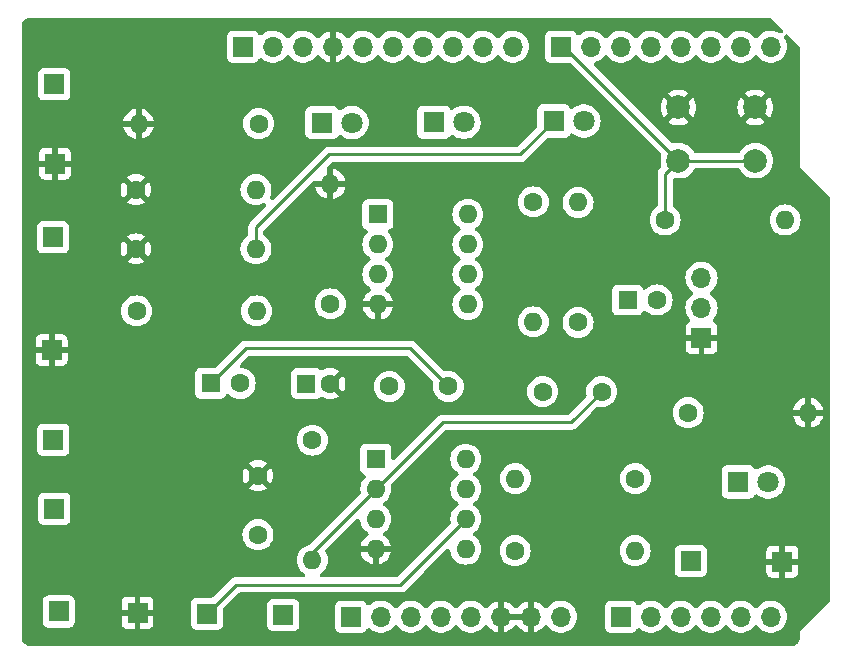
<source format=gbr>
%TF.GenerationSoftware,KiCad,Pcbnew,8.0.1*%
%TF.CreationDate,2024-05-23T07:44:25+02:00*%
%TF.ProjectId,80_KiCad,38305f4b-6943-4616-942e-6b696361645f,v1.1*%
%TF.SameCoordinates,Original*%
%TF.FileFunction,Copper,L4,Bot*%
%TF.FilePolarity,Positive*%
%FSLAX46Y46*%
G04 Gerber Fmt 4.6, Leading zero omitted, Abs format (unit mm)*
G04 Created by KiCad (PCBNEW 8.0.1) date 2024-05-23 07:44:25*
%MOMM*%
%LPD*%
G01*
G04 APERTURE LIST*
%TA.AperFunction,ComponentPad*%
%ADD10C,1.800000*%
%TD*%
%TA.AperFunction,ComponentPad*%
%ADD11R,1.800000X1.800000*%
%TD*%
%TA.AperFunction,ComponentPad*%
%ADD12C,2.000000*%
%TD*%
%TA.AperFunction,ComponentPad*%
%ADD13R,1.600000X1.600000*%
%TD*%
%TA.AperFunction,ComponentPad*%
%ADD14O,1.600000X1.600000*%
%TD*%
%TA.AperFunction,ComponentPad*%
%ADD15C,1.600000*%
%TD*%
%TA.AperFunction,ComponentPad*%
%ADD16R,1.700000X1.700000*%
%TD*%
%TA.AperFunction,ComponentPad*%
%ADD17O,1.700000X1.700000*%
%TD*%
%TA.AperFunction,Conductor*%
%ADD18C,0.250000*%
%TD*%
G04 APERTURE END LIST*
D10*
%TO.P,D2,2,A*%
%TO.N,Orange*%
X137515000Y-55600000D03*
D11*
%TO.P,D2,1,K*%
%TO.N,Net-(D2-K)*%
X134975000Y-55600000D03*
%TD*%
D12*
%TO.P,SW1,1,A*%
%TO.N,Push Button*%
X162175000Y-58850000D03*
X155675000Y-58850000D03*
%TO.P,SW1,2,B*%
%TO.N,GND*%
X162175000Y-54350000D03*
X155675000Y-54350000D03*
%TD*%
D13*
%TO.P,U1,1,NC*%
%TO.N,unconnected-(U1-NC-Pad1)*%
X130225000Y-63400000D03*
D14*
%TO.P,U1,2,-*%
%TO.N,Net-(U1--)*%
X130225000Y-65940000D03*
%TO.P,U1,3,+*%
%TO.N,Net-(U1-+)*%
X130225000Y-68480000D03*
%TO.P,U1,4,V-*%
%TO.N,GND*%
X130225000Y-71020000D03*
%TO.P,U1,5,NC*%
%TO.N,unconnected-(U1-NC-Pad5)*%
X137845000Y-71020000D03*
%TO.P,U1,6*%
%TO.N,Net-(A1_Out1-Pad1)*%
X137845000Y-68480000D03*
%TO.P,U1,7,V+*%
%TO.N,VCC*%
X137845000Y-65940000D03*
%TO.P,U1,8,NC*%
%TO.N,unconnected-(U1-NC-Pad8)*%
X137845000Y-63400000D03*
%TD*%
D13*
%TO.P,C2,1*%
%TO.N,Net-(U1-+)*%
X124175000Y-77725000D03*
D15*
%TO.P,C2,2*%
%TO.N,GND*%
X126175000Y-77725000D03*
%TD*%
D16*
%TO.P,VCC,1,1*%
%TO.N,VCC*%
X102825000Y-52400000D03*
%TD*%
%TO.P,GND,1,1*%
%TO.N,GND*%
X109875000Y-97125000D03*
%TD*%
D14*
%TO.P,R10,2*%
%TO.N,Net-(D3-K)*%
X119905000Y-66325000D03*
D15*
%TO.P,R10,1*%
%TO.N,GND*%
X109745000Y-66325000D03*
%TD*%
D14*
%TO.P,R9,2*%
%TO.N,Net-(D2-K)*%
X119905000Y-61300000D03*
D15*
%TO.P,R9,1*%
%TO.N,GND*%
X109745000Y-61300000D03*
%TD*%
D11*
%TO.P,D3,1,K*%
%TO.N,Net-(D3-K)*%
X145125000Y-55500000D03*
D10*
%TO.P,D3,2,A*%
%TO.N,Green*%
X147665000Y-55500000D03*
%TD*%
D16*
%TO.P,A_In_P,1,1*%
%TO.N,Net-(U1-+)*%
X102825000Y-88325000D03*
%TD*%
%TO.P,A1_In_N,1,1*%
%TO.N,Net-(U1--)*%
X102725000Y-65350000D03*
%TD*%
D15*
%TO.P,C5,1*%
%TO.N,Net-(U1--)*%
X131200000Y-77975000D03*
%TO.P,C5,2*%
%TO.N,Net-(A1_Out1-Pad1)*%
X136200000Y-77975000D03*
%TD*%
%TO.P,R3,1*%
%TO.N,Net-(C3-Pad1)*%
X147175000Y-72555000D03*
D14*
%TO.P,R3,2*%
%TO.N,Net-(U1--)*%
X147175000Y-62395000D03*
%TD*%
%TO.P,R1,2*%
%TO.N,Net-(U1-+)*%
X119955000Y-71575000D03*
D15*
%TO.P,R1,1*%
%TO.N,VCC*%
X109795000Y-71575000D03*
%TD*%
D13*
%TO.P,U2,1,NC*%
%TO.N,unconnected-(U2-NC-Pad1)*%
X130050000Y-84125000D03*
D14*
%TO.P,U2,2,-*%
%TO.N,Net-(U2--)*%
X130050000Y-86665000D03*
%TO.P,U2,3,+*%
%TO.N,Net-(U1-+)*%
X130050000Y-89205000D03*
%TO.P,U2,4,V-*%
%TO.N,GND*%
X130050000Y-91745000D03*
%TO.P,U2,5,NC*%
%TO.N,unconnected-(U2-NC-Pad5)*%
X137670000Y-91745000D03*
%TO.P,U2,6*%
%TO.N,Net-(A2_Out1-Pad1)*%
X137670000Y-89205000D03*
%TO.P,U2,7,V+*%
%TO.N,VCC*%
X137670000Y-86665000D03*
%TO.P,U2,8,NC*%
%TO.N,unconnected-(U2-NC-Pad8)*%
X137670000Y-84125000D03*
%TD*%
D16*
%TO.P,V_In1,1,1*%
%TO.N,Vin*%
X156700000Y-92750000D03*
%TD*%
%TO.P,GND,1,1*%
%TO.N,GND*%
X102600000Y-74900000D03*
%TD*%
%TO.P,GND2,1,1*%
%TO.N,GND*%
X164475000Y-92800000D03*
%TD*%
%TO.P,V_Out,1,1*%
%TO.N,Vout*%
X122225000Y-97325000D03*
%TD*%
D15*
%TO.P,R5,1*%
%TO.N,Net-(C4-Pad2)*%
X124675000Y-82520000D03*
D14*
%TO.P,R5,2*%
%TO.N,Net-(U2--)*%
X124675000Y-92680000D03*
%TD*%
D16*
%TO.P,A2_Out,1,1*%
%TO.N,Net-(A2_Out1-Pad1)*%
X115750000Y-97200000D03*
%TD*%
D10*
%TO.P,D1,2,A*%
%TO.N,Red*%
X128040000Y-55625000D03*
D11*
%TO.P,D1,1,K*%
%TO.N,Net-(D1-K)*%
X125500000Y-55625000D03*
%TD*%
D15*
%TO.P,C1,1*%
%TO.N,Net-(U1-+)*%
X120075000Y-90525000D03*
%TO.P,C1,2*%
%TO.N,GND*%
X120075000Y-85525000D03*
%TD*%
D16*
%TO.P,A1_Out,1,1*%
%TO.N,Net-(A1_Out1-Pad1)*%
X102750000Y-82475000D03*
%TD*%
D15*
%TO.P,R7,1*%
%TO.N,Net-(U2--)*%
X152030000Y-85775000D03*
D14*
%TO.P,R7,2*%
%TO.N,Net-(A2_Out1-Pad1)*%
X141870000Y-85775000D03*
%TD*%
D15*
%TO.P,R11,1*%
%TO.N,Net-(D4-K)*%
X156495000Y-80200000D03*
D14*
%TO.P,R11,2*%
%TO.N,GND*%
X166655000Y-80200000D03*
%TD*%
D15*
%TO.P,R4,1*%
%TO.N,Net-(U1--)*%
X143400000Y-62345000D03*
D14*
%TO.P,R4,2*%
%TO.N,Net-(A1_Out1-Pad1)*%
X143400000Y-72505000D03*
%TD*%
D15*
%TO.P,R6,1*%
%TO.N,Net-(A2_Out1-Pad1)*%
X141845000Y-91875000D03*
D14*
%TO.P,R6,2*%
%TO.N,Vout*%
X152005000Y-91875000D03*
%TD*%
D15*
%TO.P,R2,1*%
%TO.N,Net-(U1-+)*%
X126200000Y-70980000D03*
D14*
%TO.P,R2,2*%
%TO.N,GND*%
X126200000Y-60820000D03*
%TD*%
D16*
%TO.P,GND,1,1*%
%TO.N,GND*%
X102900000Y-59100000D03*
%TD*%
D13*
%TO.P,C3,1*%
%TO.N,Net-(C3-Pad1)*%
X151369888Y-70650000D03*
D15*
%TO.P,C3,2*%
%TO.N,Vin*%
X153869888Y-70650000D03*
%TD*%
D11*
%TO.P,D4,1,K*%
%TO.N,Net-(D4-K)*%
X160750000Y-86050000D03*
D10*
%TO.P,D4,2,A*%
%TO.N,VCC*%
X163290000Y-86050000D03*
%TD*%
D15*
%TO.P,R12,1*%
%TO.N,Push Button*%
X154545000Y-63875000D03*
D14*
%TO.P,R12,2*%
%TO.N,VCC*%
X164705000Y-63875000D03*
%TD*%
D16*
%TO.P,A2_In_N,1,1*%
%TO.N,Net-(U2--)*%
X103200000Y-97025000D03*
%TD*%
D14*
%TO.P,R8,2*%
%TO.N,GND*%
X109965000Y-55725000D03*
D15*
%TO.P,R8,1*%
%TO.N,Net-(D1-K)*%
X120125000Y-55725000D03*
%TD*%
%TO.P,C6,1*%
%TO.N,Net-(U2--)*%
X149175000Y-78400000D03*
%TO.P,C6,2*%
%TO.N,Net-(A2_Out1-Pad1)*%
X144175000Y-78400000D03*
%TD*%
%TO.P,C4,2*%
%TO.N,Net-(C4-Pad2)*%
X118569888Y-77700000D03*
D13*
%TO.P,C4,1*%
%TO.N,Net-(A1_Out1-Pad1)*%
X116069888Y-77700000D03*
%TD*%
D17*
%TO.P,J5,3,Pin_3*%
%TO.N,VCC*%
X157625000Y-68770000D03*
%TO.P,J5,2,Pin_2*%
%TO.N,Vin*%
X157625000Y-71310000D03*
D16*
%TO.P,J5,1,Pin_1*%
%TO.N,GND*%
X157625000Y-73850000D03*
%TD*%
%TO.P,J1,1,Pin_1*%
%TO.N,unconnected-(J1-Pin_1-Pad1)*%
X127940000Y-97460000D03*
D17*
%TO.P,J1,2,Pin_2*%
%TO.N,/IOREF*%
X130480000Y-97460000D03*
%TO.P,J1,3,Pin_3*%
%TO.N,/~{RESET}*%
X133020000Y-97460000D03*
%TO.P,J1,4,Pin_4*%
%TO.N,unconnected-(J1-Pin_4-Pad4)*%
X135560000Y-97460000D03*
%TO.P,J1,5,Pin_5*%
%TO.N,VCC*%
X138100000Y-97460000D03*
%TO.P,J1,6,Pin_6*%
%TO.N,GND*%
X140640000Y-97460000D03*
%TO.P,J1,7,Pin_7*%
X143180000Y-97460000D03*
%TO.P,J1,8,Pin_8*%
%TO.N,unconnected-(J1-Pin_8-Pad8)*%
X145720000Y-97460000D03*
%TD*%
D16*
%TO.P,J3,1,Pin_1*%
%TO.N,Vout*%
X150800000Y-97460000D03*
D17*
%TO.P,J3,2,Pin_2*%
%TO.N,/A1*%
X153340000Y-97460000D03*
%TO.P,J3,3,Pin_3*%
%TO.N,/A2*%
X155880000Y-97460000D03*
%TO.P,J3,4,Pin_4*%
%TO.N,/A3*%
X158420000Y-97460000D03*
%TO.P,J3,5,Pin_5*%
%TO.N,/SDA{slash}A4*%
X160960000Y-97460000D03*
%TO.P,J3,6,Pin_6*%
%TO.N,/SCL{slash}A5*%
X163500000Y-97460000D03*
%TD*%
D16*
%TO.P,J2,1,Pin_1*%
%TO.N,unconnected-(J2-Pin_1-Pad1)*%
X118796000Y-49200000D03*
D17*
%TO.P,J2,2,Pin_2*%
%TO.N,unconnected-(J2-Pin_2-Pad2)*%
X121336000Y-49200000D03*
%TO.P,J2,3,Pin_3*%
%TO.N,/AREF*%
X123876000Y-49200000D03*
%TO.P,J2,4,Pin_4*%
%TO.N,GND*%
X126416000Y-49200000D03*
%TO.P,J2,5,Pin_5*%
%TO.N,/13*%
X128956000Y-49200000D03*
%TO.P,J2,6,Pin_6*%
%TO.N,/12*%
X131496000Y-49200000D03*
%TO.P,J2,7,Pin_7*%
%TO.N,/\u002A11*%
X134036000Y-49200000D03*
%TO.P,J2,8,Pin_8*%
%TO.N,/\u002A10*%
X136576000Y-49200000D03*
%TO.P,J2,9,Pin_9*%
%TO.N,/\u002A9*%
X139116000Y-49200000D03*
%TO.P,J2,10,Pin_10*%
%TO.N,/8*%
X141656000Y-49200000D03*
%TD*%
D16*
%TO.P,J4,1,Pin_1*%
%TO.N,Push Button*%
X145720000Y-49200000D03*
D17*
%TO.P,J4,2,Pin_2*%
%TO.N,Red*%
X148260000Y-49200000D03*
%TO.P,J4,3,Pin_3*%
%TO.N,Orange*%
X150800000Y-49200000D03*
%TO.P,J4,4,Pin_4*%
%TO.N,Green*%
X153340000Y-49200000D03*
%TO.P,J4,5,Pin_5*%
%TO.N,unconnected-(J4-Pin_5-Pad5)*%
X155880000Y-49200000D03*
%TO.P,J4,6,Pin_6*%
%TO.N,/2*%
X158420000Y-49200000D03*
%TO.P,J4,7,Pin_7*%
%TO.N,/TX{slash}1*%
X160960000Y-49200000D03*
%TO.P,J4,8,Pin_8*%
%TO.N,/RX{slash}0*%
X163500000Y-49200000D03*
%TD*%
D18*
%TO.N,Net-(D3-K)*%
X145125000Y-55500000D02*
X142300000Y-58325000D01*
X142300000Y-58325000D02*
X126075000Y-58325000D01*
X126075000Y-58325000D02*
X119905000Y-64495000D01*
X119905000Y-64495000D02*
X119905000Y-66325000D01*
%TO.N,Net-(A1_Out1-Pad1)*%
X116069888Y-77700000D02*
X119044888Y-74725000D01*
X119044888Y-74725000D02*
X132950000Y-74725000D01*
X132950000Y-74725000D02*
X136200000Y-77975000D01*
%TO.N,Push Button*%
X145720000Y-49200000D02*
X146025000Y-49200000D01*
X146025000Y-49200000D02*
X155675000Y-58850000D01*
X155675000Y-58850000D02*
X162175000Y-58850000D01*
X154545000Y-63875000D02*
X154545000Y-59980000D01*
X154545000Y-59980000D02*
X155675000Y-58850000D01*
%TO.N,Orange*%
X137515000Y-55600000D02*
X137515000Y-55055000D01*
%TO.N,Push Button*%
X145720000Y-49855000D02*
X145720000Y-49200000D01*
%TO.N,Red*%
X147815000Y-49645000D02*
X148260000Y-49200000D01*
%TO.N,Push Button*%
X145720000Y-49545000D02*
X145720000Y-49200000D01*
%TO.N,Net-(A2_Out1-Pad1)*%
X132100000Y-94775000D02*
X118575000Y-94775000D01*
X118175000Y-94775000D02*
X118575000Y-94775000D01*
X115750000Y-97200000D02*
X118175000Y-94775000D01*
X137670000Y-89205000D02*
X132100000Y-94775000D01*
X115525000Y-96750000D02*
X115525000Y-97000000D01*
%TO.N,Net-(U2--)*%
X146575000Y-81000000D02*
X149175000Y-78400000D01*
X130050000Y-86665000D02*
X124675000Y-92040000D01*
X135715000Y-81000000D02*
X146575000Y-81000000D01*
X130050000Y-86665000D02*
X135715000Y-81000000D01*
X124675000Y-92040000D02*
X124675000Y-92680000D01*
%TD*%
%TA.AperFunction,Conductor*%
%TO.N,GND*%
G36*
X142714075Y-97267007D02*
G01*
X142680000Y-97394174D01*
X142680000Y-97525826D01*
X142714075Y-97652993D01*
X142746988Y-97710000D01*
X141073012Y-97710000D01*
X141105925Y-97652993D01*
X141140000Y-97525826D01*
X141140000Y-97394174D01*
X141105925Y-97267007D01*
X141073012Y-97210000D01*
X142746988Y-97210000D01*
X142714075Y-97267007D01*
G37*
%TD.AperFunction*%
%TA.AperFunction,Conductor*%
G36*
X163472642Y-46755207D02*
G01*
X163527013Y-46793786D01*
X164470771Y-47737544D01*
X164517890Y-47812532D01*
X164527806Y-47900539D01*
X164498555Y-47984132D01*
X164435931Y-48046756D01*
X164352338Y-48076007D01*
X164264331Y-48066091D01*
X164235344Y-48053273D01*
X164047581Y-47951660D01*
X163968807Y-47924617D01*
X163834635Y-47878556D01*
X163745808Y-47863733D01*
X163612572Y-47841500D01*
X163612569Y-47841500D01*
X163387431Y-47841500D01*
X163387427Y-47841500D01*
X163220456Y-47869363D01*
X163165365Y-47878556D01*
X163101331Y-47900539D01*
X162952421Y-47951659D01*
X162754421Y-48058812D01*
X162576762Y-48197091D01*
X162576759Y-48197094D01*
X162424281Y-48362728D01*
X162424278Y-48362732D01*
X162396596Y-48405103D01*
X162332872Y-48466607D01*
X162248774Y-48494372D01*
X162160957Y-48482899D01*
X162086815Y-48434459D01*
X162063404Y-48405103D01*
X162050487Y-48385332D01*
X162035722Y-48362732D01*
X161883240Y-48197094D01*
X161883237Y-48197091D01*
X161705578Y-48058812D01*
X161507578Y-47951659D01*
X161432591Y-47925916D01*
X161294635Y-47878556D01*
X161205808Y-47863733D01*
X161072572Y-47841500D01*
X161072569Y-47841500D01*
X160847431Y-47841500D01*
X160847427Y-47841500D01*
X160680456Y-47869363D01*
X160625365Y-47878556D01*
X160561331Y-47900539D01*
X160412421Y-47951659D01*
X160214421Y-48058812D01*
X160036762Y-48197091D01*
X160036759Y-48197094D01*
X159884281Y-48362728D01*
X159884278Y-48362732D01*
X159856596Y-48405103D01*
X159792872Y-48466607D01*
X159708774Y-48494372D01*
X159620957Y-48482899D01*
X159546815Y-48434459D01*
X159523404Y-48405103D01*
X159510487Y-48385332D01*
X159495722Y-48362732D01*
X159343240Y-48197094D01*
X159343237Y-48197091D01*
X159165578Y-48058812D01*
X158967578Y-47951659D01*
X158892591Y-47925916D01*
X158754635Y-47878556D01*
X158665808Y-47863733D01*
X158532572Y-47841500D01*
X158532569Y-47841500D01*
X158307431Y-47841500D01*
X158307427Y-47841500D01*
X158140456Y-47869363D01*
X158085365Y-47878556D01*
X158021331Y-47900539D01*
X157872421Y-47951659D01*
X157674421Y-48058812D01*
X157496762Y-48197091D01*
X157496759Y-48197094D01*
X157344281Y-48362728D01*
X157344278Y-48362732D01*
X157316596Y-48405103D01*
X157252872Y-48466607D01*
X157168774Y-48494372D01*
X157080957Y-48482899D01*
X157006815Y-48434459D01*
X156983404Y-48405103D01*
X156970487Y-48385332D01*
X156955722Y-48362732D01*
X156803240Y-48197094D01*
X156803237Y-48197091D01*
X156625578Y-48058812D01*
X156427578Y-47951659D01*
X156352591Y-47925916D01*
X156214635Y-47878556D01*
X156125808Y-47863733D01*
X155992572Y-47841500D01*
X155992569Y-47841500D01*
X155767431Y-47841500D01*
X155767427Y-47841500D01*
X155600456Y-47869363D01*
X155545365Y-47878556D01*
X155481331Y-47900539D01*
X155332421Y-47951659D01*
X155134421Y-48058812D01*
X154956762Y-48197091D01*
X154956759Y-48197094D01*
X154804281Y-48362728D01*
X154804278Y-48362732D01*
X154776596Y-48405103D01*
X154712872Y-48466607D01*
X154628774Y-48494372D01*
X154540957Y-48482899D01*
X154466815Y-48434459D01*
X154443404Y-48405103D01*
X154430487Y-48385332D01*
X154415722Y-48362732D01*
X154263240Y-48197094D01*
X154263237Y-48197091D01*
X154085578Y-48058812D01*
X153887578Y-47951659D01*
X153812591Y-47925916D01*
X153674635Y-47878556D01*
X153585808Y-47863733D01*
X153452572Y-47841500D01*
X153452569Y-47841500D01*
X153227431Y-47841500D01*
X153227427Y-47841500D01*
X153060456Y-47869363D01*
X153005365Y-47878556D01*
X152941331Y-47900539D01*
X152792421Y-47951659D01*
X152594421Y-48058812D01*
X152416762Y-48197091D01*
X152416759Y-48197094D01*
X152264281Y-48362728D01*
X152264278Y-48362732D01*
X152236596Y-48405103D01*
X152172872Y-48466607D01*
X152088774Y-48494372D01*
X152000957Y-48482899D01*
X151926815Y-48434459D01*
X151903404Y-48405103D01*
X151890487Y-48385332D01*
X151875722Y-48362732D01*
X151723240Y-48197094D01*
X151723237Y-48197091D01*
X151545578Y-48058812D01*
X151347578Y-47951659D01*
X151272591Y-47925916D01*
X151134635Y-47878556D01*
X151045808Y-47863733D01*
X150912572Y-47841500D01*
X150912569Y-47841500D01*
X150687431Y-47841500D01*
X150687427Y-47841500D01*
X150520456Y-47869363D01*
X150465365Y-47878556D01*
X150401331Y-47900539D01*
X150252421Y-47951659D01*
X150054421Y-48058812D01*
X149876762Y-48197091D01*
X149876759Y-48197094D01*
X149724281Y-48362728D01*
X149724278Y-48362732D01*
X149696596Y-48405103D01*
X149632872Y-48466607D01*
X149548774Y-48494372D01*
X149460957Y-48482899D01*
X149386815Y-48434459D01*
X149363404Y-48405103D01*
X149350487Y-48385332D01*
X149335722Y-48362732D01*
X149183240Y-48197094D01*
X149183237Y-48197091D01*
X149005578Y-48058812D01*
X148807578Y-47951659D01*
X148732591Y-47925916D01*
X148594635Y-47878556D01*
X148505808Y-47863733D01*
X148372572Y-47841500D01*
X148372569Y-47841500D01*
X148147431Y-47841500D01*
X148147427Y-47841500D01*
X147980456Y-47869363D01*
X147925365Y-47878556D01*
X147861331Y-47900539D01*
X147712421Y-47951659D01*
X147514425Y-48058810D01*
X147332865Y-48200125D01*
X147252624Y-48237606D01*
X147164067Y-48236560D01*
X147084733Y-48197195D01*
X147030336Y-48127306D01*
X147024190Y-48112648D01*
X147020889Y-48103796D01*
X146933261Y-47986739D01*
X146816204Y-47899111D01*
X146679201Y-47848011D01*
X146659013Y-47845840D01*
X146618640Y-47841500D01*
X146618638Y-47841500D01*
X144821362Y-47841500D01*
X144821360Y-47841500D01*
X144760799Y-47848011D01*
X144623796Y-47899111D01*
X144623795Y-47899111D01*
X144623794Y-47899112D01*
X144506739Y-47986739D01*
X144419114Y-48103792D01*
X144419111Y-48103796D01*
X144368011Y-48240799D01*
X144361500Y-48301362D01*
X144361500Y-50098638D01*
X144368011Y-50159201D01*
X144419111Y-50296204D01*
X144506739Y-50413261D01*
X144623796Y-50500889D01*
X144760799Y-50551989D01*
X144810642Y-50557347D01*
X144821360Y-50558500D01*
X144821362Y-50558500D01*
X146405168Y-50558500D01*
X146491511Y-50578207D01*
X146545882Y-50616786D01*
X154171728Y-58242632D01*
X154218847Y-58317620D01*
X154228763Y-58405627D01*
X154224516Y-58429801D01*
X154180465Y-58613285D01*
X154161835Y-58850000D01*
X154180465Y-59086714D01*
X154224515Y-59270197D01*
X154225508Y-59358755D01*
X154187979Y-59438974D01*
X154171732Y-59457362D01*
X154141171Y-59487925D01*
X154052928Y-59576168D01*
X154052926Y-59576171D01*
X153983601Y-59679922D01*
X153983599Y-59679926D01*
X153935845Y-59795215D01*
X153935844Y-59795218D01*
X153911500Y-59917602D01*
X153911500Y-62617604D01*
X153891793Y-62703947D01*
X153836574Y-62773188D01*
X153826643Y-62780615D01*
X153700695Y-62868805D01*
X153538803Y-63030697D01*
X153407481Y-63218244D01*
X153407477Y-63218250D01*
X153310716Y-63425756D01*
X153251458Y-63646906D01*
X153251457Y-63646911D01*
X153231502Y-63875000D01*
X153251457Y-64103088D01*
X153251458Y-64103093D01*
X153310716Y-64324243D01*
X153407477Y-64531749D01*
X153407481Y-64531755D01*
X153538803Y-64719302D01*
X153700697Y-64881196D01*
X153795457Y-64947547D01*
X153888251Y-65012523D01*
X154095757Y-65109284D01*
X154316913Y-65168543D01*
X154545000Y-65188498D01*
X154773087Y-65168543D01*
X154994243Y-65109284D01*
X155201749Y-65012523D01*
X155389300Y-64881198D01*
X155551198Y-64719300D01*
X155682523Y-64531749D01*
X155779284Y-64324243D01*
X155838543Y-64103087D01*
X155858498Y-63875000D01*
X163391502Y-63875000D01*
X163411457Y-64103088D01*
X163411458Y-64103093D01*
X163470716Y-64324243D01*
X163567477Y-64531749D01*
X163567481Y-64531755D01*
X163698803Y-64719302D01*
X163860697Y-64881196D01*
X163955457Y-64947547D01*
X164048251Y-65012523D01*
X164255757Y-65109284D01*
X164476913Y-65168543D01*
X164705000Y-65188498D01*
X164933087Y-65168543D01*
X165154243Y-65109284D01*
X165361749Y-65012523D01*
X165549300Y-64881198D01*
X165711198Y-64719300D01*
X165842523Y-64531749D01*
X165939284Y-64324243D01*
X165998543Y-64103087D01*
X166018498Y-63875000D01*
X165998543Y-63646913D01*
X165939284Y-63425757D01*
X165842523Y-63218251D01*
X165711198Y-63030700D01*
X165711196Y-63030697D01*
X165549302Y-62868803D01*
X165361755Y-62737481D01*
X165361749Y-62737477D01*
X165154243Y-62640716D01*
X164933093Y-62581458D01*
X164933088Y-62581457D01*
X164705000Y-62561502D01*
X164476911Y-62581457D01*
X164476906Y-62581458D01*
X164255756Y-62640716D01*
X164048250Y-62737477D01*
X164048244Y-62737481D01*
X163860697Y-62868803D01*
X163698803Y-63030697D01*
X163567481Y-63218244D01*
X163567477Y-63218250D01*
X163470716Y-63425756D01*
X163411458Y-63646906D01*
X163411457Y-63646911D01*
X163391502Y-63875000D01*
X155858498Y-63875000D01*
X155838543Y-63646913D01*
X155779284Y-63425757D01*
X155682523Y-63218251D01*
X155551198Y-63030700D01*
X155551196Y-63030697D01*
X155389304Y-62868805D01*
X155263357Y-62780615D01*
X155203933Y-62714947D01*
X155178886Y-62629999D01*
X155178500Y-62617604D01*
X155178500Y-60534595D01*
X155198207Y-60448252D01*
X155253426Y-60379011D01*
X155333218Y-60340584D01*
X155421782Y-60340584D01*
X155423932Y-60341088D01*
X155427742Y-60342002D01*
X155438283Y-60344534D01*
X155438285Y-60344534D01*
X155438289Y-60344535D01*
X155675000Y-60363165D01*
X155911711Y-60344535D01*
X156142594Y-60289105D01*
X156361963Y-60198240D01*
X156564416Y-60074176D01*
X156744969Y-59919969D01*
X156899176Y-59739416D01*
X156988450Y-59593735D01*
X156997773Y-59578522D01*
X157059691Y-59515200D01*
X157142951Y-59485014D01*
X157167448Y-59483500D01*
X160682552Y-59483500D01*
X160768895Y-59503207D01*
X160838136Y-59558426D01*
X160852227Y-59578522D01*
X160950825Y-59739418D01*
X161105030Y-59919969D01*
X161285581Y-60074174D01*
X161488033Y-60198238D01*
X161488038Y-60198241D01*
X161604800Y-60246604D01*
X161707406Y-60289105D01*
X161938289Y-60344535D01*
X162175000Y-60363165D01*
X162411711Y-60344535D01*
X162642594Y-60289105D01*
X162861963Y-60198240D01*
X163064416Y-60074176D01*
X163244969Y-59919969D01*
X163399176Y-59739416D01*
X163523240Y-59536963D01*
X163532255Y-59515200D01*
X163578826Y-59402765D01*
X163614105Y-59317594D01*
X163669535Y-59086711D01*
X163688165Y-58850000D01*
X163669535Y-58613289D01*
X163614105Y-58382406D01*
X163544758Y-58214986D01*
X163523241Y-58163038D01*
X163523238Y-58163033D01*
X163399174Y-57960581D01*
X163244969Y-57780030D01*
X163064418Y-57625825D01*
X162861966Y-57501761D01*
X162861961Y-57501758D01*
X162642599Y-57410897D01*
X162642600Y-57410897D01*
X162642597Y-57410896D01*
X162642594Y-57410895D01*
X162481034Y-57372108D01*
X162411712Y-57355465D01*
X162175000Y-57336835D01*
X161938287Y-57355465D01*
X161799641Y-57388751D01*
X161707406Y-57410895D01*
X161707404Y-57410895D01*
X161707399Y-57410897D01*
X161488038Y-57501758D01*
X161488033Y-57501761D01*
X161285581Y-57625825D01*
X161105030Y-57780030D01*
X160950825Y-57960581D01*
X160852227Y-58121478D01*
X160790309Y-58184800D01*
X160707049Y-58214986D01*
X160682552Y-58216500D01*
X157167448Y-58216500D01*
X157081105Y-58196793D01*
X157011864Y-58141574D01*
X156997773Y-58121478D01*
X156899174Y-57960581D01*
X156744969Y-57780030D01*
X156564418Y-57625825D01*
X156361966Y-57501761D01*
X156361961Y-57501758D01*
X156142599Y-57410897D01*
X156142600Y-57410897D01*
X156142597Y-57410896D01*
X156142594Y-57410895D01*
X155981034Y-57372108D01*
X155911712Y-57355465D01*
X155675000Y-57336835D01*
X155438285Y-57355465D01*
X155254801Y-57399516D01*
X155166243Y-57400509D01*
X155086024Y-57362980D01*
X155067632Y-57346728D01*
X152070908Y-54350004D01*
X154169859Y-54350004D01*
X154190385Y-54597730D01*
X154251413Y-54838720D01*
X154351265Y-55066364D01*
X154351267Y-55066366D01*
X154451564Y-55219882D01*
X155151212Y-54520234D01*
X155162482Y-54562292D01*
X155234890Y-54687708D01*
X155337292Y-54790110D01*
X155462708Y-54862518D01*
X155504765Y-54873787D01*
X154804942Y-55573609D01*
X154804942Y-55573610D01*
X154851765Y-55610053D01*
X154851767Y-55610054D01*
X155070387Y-55728366D01*
X155305511Y-55809083D01*
X155550702Y-55849999D01*
X155550708Y-55850000D01*
X155799292Y-55850000D01*
X155799297Y-55849999D01*
X156044488Y-55809083D01*
X156279612Y-55728366D01*
X156498229Y-55610056D01*
X156545056Y-55573609D01*
X155845235Y-54873787D01*
X155887292Y-54862518D01*
X156012708Y-54790110D01*
X156115110Y-54687708D01*
X156187518Y-54562292D01*
X156198787Y-54520234D01*
X156898434Y-55219882D01*
X156898435Y-55219881D01*
X156998728Y-55066374D01*
X156998734Y-55066364D01*
X157098586Y-54838720D01*
X157159614Y-54597730D01*
X157180141Y-54350004D01*
X160669859Y-54350004D01*
X160690385Y-54597730D01*
X160751413Y-54838720D01*
X160851265Y-55066364D01*
X160851267Y-55066366D01*
X160951564Y-55219882D01*
X161651212Y-54520234D01*
X161662482Y-54562292D01*
X161734890Y-54687708D01*
X161837292Y-54790110D01*
X161962708Y-54862518D01*
X162004765Y-54873787D01*
X161304942Y-55573609D01*
X161304942Y-55573610D01*
X161351765Y-55610053D01*
X161351767Y-55610054D01*
X161570387Y-55728366D01*
X161805511Y-55809083D01*
X162050702Y-55849999D01*
X162050708Y-55850000D01*
X162299292Y-55850000D01*
X162299297Y-55849999D01*
X162544488Y-55809083D01*
X162779612Y-55728366D01*
X162998229Y-55610056D01*
X163045056Y-55573609D01*
X162345235Y-54873787D01*
X162387292Y-54862518D01*
X162512708Y-54790110D01*
X162615110Y-54687708D01*
X162687518Y-54562292D01*
X162698787Y-54520234D01*
X163398434Y-55219882D01*
X163398435Y-55219881D01*
X163498728Y-55066374D01*
X163498734Y-55066364D01*
X163598586Y-54838720D01*
X163659614Y-54597730D01*
X163680141Y-54350004D01*
X163680141Y-54349995D01*
X163659614Y-54102269D01*
X163598586Y-53861279D01*
X163498734Y-53633635D01*
X163498728Y-53633625D01*
X163398435Y-53480117D01*
X162698787Y-54179764D01*
X162687518Y-54137708D01*
X162615110Y-54012292D01*
X162512708Y-53909890D01*
X162387292Y-53837482D01*
X162345234Y-53826212D01*
X163045057Y-53126389D01*
X162998233Y-53089946D01*
X162998232Y-53089945D01*
X162779612Y-52971633D01*
X162544488Y-52890916D01*
X162299297Y-52850000D01*
X162050702Y-52850000D01*
X161805511Y-52890916D01*
X161570384Y-52971634D01*
X161351773Y-53089941D01*
X161351769Y-53089943D01*
X161304942Y-53126389D01*
X162004765Y-53826212D01*
X161962708Y-53837482D01*
X161837292Y-53909890D01*
X161734890Y-54012292D01*
X161662482Y-54137708D01*
X161651212Y-54179764D01*
X160951564Y-53480116D01*
X160951563Y-53480116D01*
X160851270Y-53633627D01*
X160851265Y-53633635D01*
X160751413Y-53861279D01*
X160690385Y-54102269D01*
X160669859Y-54349995D01*
X160669859Y-54350004D01*
X157180141Y-54350004D01*
X157180141Y-54349995D01*
X157159614Y-54102269D01*
X157098586Y-53861279D01*
X156998734Y-53633635D01*
X156998728Y-53633625D01*
X156898435Y-53480117D01*
X156198787Y-54179764D01*
X156187518Y-54137708D01*
X156115110Y-54012292D01*
X156012708Y-53909890D01*
X155887292Y-53837482D01*
X155845234Y-53826212D01*
X156545057Y-53126389D01*
X156498233Y-53089946D01*
X156498232Y-53089945D01*
X156279612Y-52971633D01*
X156044488Y-52890916D01*
X155799297Y-52850000D01*
X155550702Y-52850000D01*
X155305511Y-52890916D01*
X155070384Y-52971634D01*
X154851773Y-53089941D01*
X154851769Y-53089943D01*
X154804942Y-53126389D01*
X155504765Y-53826212D01*
X155462708Y-53837482D01*
X155337292Y-53909890D01*
X155234890Y-54012292D01*
X155162482Y-54137708D01*
X155151212Y-54179764D01*
X154451564Y-53480116D01*
X154451563Y-53480116D01*
X154351270Y-53633627D01*
X154351265Y-53633635D01*
X154251413Y-53861279D01*
X154190385Y-54102269D01*
X154169859Y-54349995D01*
X154169859Y-54350004D01*
X152070908Y-54350004D01*
X148557800Y-50836896D01*
X148510681Y-50761908D01*
X148500765Y-50673901D01*
X148530016Y-50590308D01*
X148592640Y-50527684D01*
X148633894Y-50507966D01*
X148807574Y-50448342D01*
X149005576Y-50341189D01*
X149183240Y-50202906D01*
X149335722Y-50037268D01*
X149363406Y-49994893D01*
X149427126Y-49933392D01*
X149511224Y-49905627D01*
X149599041Y-49917100D01*
X149673184Y-49965539D01*
X149696589Y-49994887D01*
X149724278Y-50037268D01*
X149780774Y-50098638D01*
X149876759Y-50202905D01*
X149876762Y-50202908D01*
X150054421Y-50341187D01*
X150054424Y-50341189D01*
X150123294Y-50378459D01*
X150252421Y-50448340D01*
X150252424Y-50448341D01*
X150252426Y-50448342D01*
X150465365Y-50521444D01*
X150687431Y-50558500D01*
X150687433Y-50558500D01*
X150912567Y-50558500D01*
X150912569Y-50558500D01*
X151134635Y-50521444D01*
X151347574Y-50448342D01*
X151545576Y-50341189D01*
X151723240Y-50202906D01*
X151875722Y-50037268D01*
X151903406Y-49994893D01*
X151967126Y-49933392D01*
X152051224Y-49905627D01*
X152139041Y-49917100D01*
X152213184Y-49965539D01*
X152236589Y-49994887D01*
X152264278Y-50037268D01*
X152320774Y-50098638D01*
X152416759Y-50202905D01*
X152416762Y-50202908D01*
X152594421Y-50341187D01*
X152594424Y-50341189D01*
X152663294Y-50378459D01*
X152792421Y-50448340D01*
X152792424Y-50448341D01*
X152792426Y-50448342D01*
X153005365Y-50521444D01*
X153227431Y-50558500D01*
X153227433Y-50558500D01*
X153452567Y-50558500D01*
X153452569Y-50558500D01*
X153674635Y-50521444D01*
X153887574Y-50448342D01*
X154085576Y-50341189D01*
X154263240Y-50202906D01*
X154415722Y-50037268D01*
X154443406Y-49994893D01*
X154507126Y-49933392D01*
X154591224Y-49905627D01*
X154679041Y-49917100D01*
X154753184Y-49965539D01*
X154776589Y-49994887D01*
X154804278Y-50037268D01*
X154860774Y-50098638D01*
X154956759Y-50202905D01*
X154956762Y-50202908D01*
X155134421Y-50341187D01*
X155134424Y-50341189D01*
X155203294Y-50378459D01*
X155332421Y-50448340D01*
X155332424Y-50448341D01*
X155332426Y-50448342D01*
X155545365Y-50521444D01*
X155767431Y-50558500D01*
X155767433Y-50558500D01*
X155992567Y-50558500D01*
X155992569Y-50558500D01*
X156214635Y-50521444D01*
X156427574Y-50448342D01*
X156625576Y-50341189D01*
X156803240Y-50202906D01*
X156955722Y-50037268D01*
X156983406Y-49994893D01*
X157047126Y-49933392D01*
X157131224Y-49905627D01*
X157219041Y-49917100D01*
X157293184Y-49965539D01*
X157316589Y-49994887D01*
X157344278Y-50037268D01*
X157400774Y-50098638D01*
X157496759Y-50202905D01*
X157496762Y-50202908D01*
X157674421Y-50341187D01*
X157674424Y-50341189D01*
X157743294Y-50378459D01*
X157872421Y-50448340D01*
X157872424Y-50448341D01*
X157872426Y-50448342D01*
X158085365Y-50521444D01*
X158307431Y-50558500D01*
X158307433Y-50558500D01*
X158532567Y-50558500D01*
X158532569Y-50558500D01*
X158754635Y-50521444D01*
X158967574Y-50448342D01*
X159165576Y-50341189D01*
X159343240Y-50202906D01*
X159495722Y-50037268D01*
X159523406Y-49994893D01*
X159587126Y-49933392D01*
X159671224Y-49905627D01*
X159759041Y-49917100D01*
X159833184Y-49965539D01*
X159856589Y-49994887D01*
X159884278Y-50037268D01*
X159940774Y-50098638D01*
X160036759Y-50202905D01*
X160036762Y-50202908D01*
X160214421Y-50341187D01*
X160214424Y-50341189D01*
X160283294Y-50378459D01*
X160412421Y-50448340D01*
X160412424Y-50448341D01*
X160412426Y-50448342D01*
X160625365Y-50521444D01*
X160847431Y-50558500D01*
X160847433Y-50558500D01*
X161072567Y-50558500D01*
X161072569Y-50558500D01*
X161294635Y-50521444D01*
X161507574Y-50448342D01*
X161705576Y-50341189D01*
X161883240Y-50202906D01*
X162035722Y-50037268D01*
X162063406Y-49994893D01*
X162127126Y-49933392D01*
X162211224Y-49905627D01*
X162299041Y-49917100D01*
X162373184Y-49965539D01*
X162396589Y-49994887D01*
X162424278Y-50037268D01*
X162480774Y-50098638D01*
X162576759Y-50202905D01*
X162576762Y-50202908D01*
X162754421Y-50341187D01*
X162754424Y-50341189D01*
X162823294Y-50378459D01*
X162952421Y-50448340D01*
X162952424Y-50448341D01*
X162952426Y-50448342D01*
X163165365Y-50521444D01*
X163387431Y-50558500D01*
X163387433Y-50558500D01*
X163612567Y-50558500D01*
X163612569Y-50558500D01*
X163834635Y-50521444D01*
X164047574Y-50448342D01*
X164245576Y-50341189D01*
X164423240Y-50202906D01*
X164575722Y-50037268D01*
X164698860Y-49848791D01*
X164789296Y-49642616D01*
X164844564Y-49424368D01*
X164853735Y-49313701D01*
X164863156Y-49200004D01*
X164863156Y-49199995D01*
X164844565Y-48975639D01*
X164844564Y-48975636D01*
X164844564Y-48975632D01*
X164789296Y-48757384D01*
X164698860Y-48551209D01*
X164644753Y-48468392D01*
X164614027Y-48385332D01*
X164622382Y-48297163D01*
X164668165Y-48221352D01*
X164742307Y-48172912D01*
X164830124Y-48161439D01*
X164914223Y-48189204D01*
X164952064Y-48218837D01*
X165906214Y-49172987D01*
X165953333Y-49247975D01*
X165964500Y-49313701D01*
X165964500Y-59375020D01*
X165975992Y-59402765D01*
X168446214Y-61872987D01*
X168493333Y-61947975D01*
X168504500Y-62013701D01*
X168504500Y-96076298D01*
X168484793Y-96162641D01*
X168446214Y-96217012D01*
X165997233Y-98665994D01*
X165975993Y-98687233D01*
X165975992Y-98687234D01*
X165964500Y-98714979D01*
X165964500Y-99228221D01*
X165963542Y-99247727D01*
X165953230Y-99352425D01*
X165945619Y-99390687D01*
X165917932Y-99481956D01*
X165903004Y-99517995D01*
X165858042Y-99602114D01*
X165836369Y-99634550D01*
X165775864Y-99708277D01*
X165748277Y-99735864D01*
X165674550Y-99796369D01*
X165642114Y-99818042D01*
X165557995Y-99863004D01*
X165521956Y-99877932D01*
X165430687Y-99905619D01*
X165392425Y-99913230D01*
X165351622Y-99917248D01*
X165287725Y-99923542D01*
X165268222Y-99924500D01*
X100771778Y-99924500D01*
X100752274Y-99923542D01*
X100647573Y-99913229D01*
X100609314Y-99905619D01*
X100552972Y-99888528D01*
X100518043Y-99877932D01*
X100482004Y-99863004D01*
X100397885Y-99818042D01*
X100365449Y-99796369D01*
X100357868Y-99790148D01*
X100291716Y-99735858D01*
X100264141Y-99708283D01*
X100203629Y-99634549D01*
X100181957Y-99602114D01*
X100136995Y-99517995D01*
X100122067Y-99481956D01*
X100094378Y-99390678D01*
X100086770Y-99352430D01*
X100076458Y-99247725D01*
X100075500Y-99228221D01*
X100075500Y-97923638D01*
X101841500Y-97923638D01*
X101848011Y-97984201D01*
X101899111Y-98121204D01*
X101986739Y-98238261D01*
X102103796Y-98325889D01*
X102240799Y-98376989D01*
X102290642Y-98382347D01*
X102301360Y-98383500D01*
X102301362Y-98383500D01*
X104098640Y-98383500D01*
X104108485Y-98382441D01*
X104159201Y-98376989D01*
X104296204Y-98325889D01*
X104413261Y-98238261D01*
X104500889Y-98121204D01*
X104537584Y-98022822D01*
X108525000Y-98022822D01*
X108531401Y-98082372D01*
X108531403Y-98082381D01*
X108581646Y-98217087D01*
X108581647Y-98217090D01*
X108667810Y-98332189D01*
X108782909Y-98418352D01*
X108782912Y-98418353D01*
X108917618Y-98468596D01*
X108917627Y-98468598D01*
X108977177Y-98475000D01*
X109625000Y-98475000D01*
X109625000Y-97558012D01*
X109682007Y-97590925D01*
X109809174Y-97625000D01*
X109940826Y-97625000D01*
X110067993Y-97590925D01*
X110125000Y-97558012D01*
X110125000Y-98475000D01*
X110772823Y-98475000D01*
X110832372Y-98468598D01*
X110832381Y-98468596D01*
X110967087Y-98418353D01*
X110967090Y-98418352D01*
X111082189Y-98332189D01*
X111168352Y-98217090D01*
X111168353Y-98217087D01*
X111212532Y-98098639D01*
X114391500Y-98098639D01*
X114392592Y-98108794D01*
X114398011Y-98159201D01*
X114449111Y-98296204D01*
X114536739Y-98413261D01*
X114653796Y-98500889D01*
X114790799Y-98551989D01*
X114840642Y-98557347D01*
X114851360Y-98558500D01*
X114851362Y-98558500D01*
X116648640Y-98558500D01*
X116658485Y-98557441D01*
X116709201Y-98551989D01*
X116846204Y-98500889D01*
X116963261Y-98413261D01*
X117050889Y-98296204D01*
X117077955Y-98223639D01*
X120866500Y-98223639D01*
X120869755Y-98253919D01*
X120873011Y-98284201D01*
X120924111Y-98421204D01*
X121011739Y-98538261D01*
X121128796Y-98625889D01*
X121265799Y-98676989D01*
X121315642Y-98682347D01*
X121326360Y-98683500D01*
X121326362Y-98683500D01*
X123123640Y-98683500D01*
X123133485Y-98682441D01*
X123184201Y-98676989D01*
X123321204Y-98625889D01*
X123438261Y-98538261D01*
X123525889Y-98421204D01*
X123549225Y-98358638D01*
X126581500Y-98358638D01*
X126588011Y-98419201D01*
X126639111Y-98556204D01*
X126726739Y-98673261D01*
X126843796Y-98760889D01*
X126980799Y-98811989D01*
X127030642Y-98817347D01*
X127041360Y-98818500D01*
X127041362Y-98818500D01*
X128838640Y-98818500D01*
X128848485Y-98817441D01*
X128899201Y-98811989D01*
X129036204Y-98760889D01*
X129153261Y-98673261D01*
X129240889Y-98556204D01*
X129244183Y-98547372D01*
X129292816Y-98473363D01*
X129368748Y-98427781D01*
X129456938Y-98419659D01*
X129539919Y-98450605D01*
X129552865Y-98459875D01*
X129734421Y-98601187D01*
X129734424Y-98601189D01*
X129803294Y-98638459D01*
X129932421Y-98708340D01*
X129932424Y-98708341D01*
X129932426Y-98708342D01*
X130145365Y-98781444D01*
X130367431Y-98818500D01*
X130367433Y-98818500D01*
X130592567Y-98818500D01*
X130592569Y-98818500D01*
X130814635Y-98781444D01*
X131027574Y-98708342D01*
X131225576Y-98601189D01*
X131403240Y-98462906D01*
X131555722Y-98297268D01*
X131583406Y-98254893D01*
X131647126Y-98193392D01*
X131731224Y-98165627D01*
X131819041Y-98177100D01*
X131893184Y-98225539D01*
X131916589Y-98254887D01*
X131944278Y-98297268D01*
X132000774Y-98358638D01*
X132096759Y-98462905D01*
X132096762Y-98462908D01*
X132274421Y-98601187D01*
X132274424Y-98601189D01*
X132343294Y-98638459D01*
X132472421Y-98708340D01*
X132472424Y-98708341D01*
X132472426Y-98708342D01*
X132685365Y-98781444D01*
X132907431Y-98818500D01*
X132907433Y-98818500D01*
X133132567Y-98818500D01*
X133132569Y-98818500D01*
X133354635Y-98781444D01*
X133567574Y-98708342D01*
X133765576Y-98601189D01*
X133943240Y-98462906D01*
X134095722Y-98297268D01*
X134123406Y-98254893D01*
X134187126Y-98193392D01*
X134271224Y-98165627D01*
X134359041Y-98177100D01*
X134433184Y-98225539D01*
X134456589Y-98254887D01*
X134484278Y-98297268D01*
X134540774Y-98358638D01*
X134636759Y-98462905D01*
X134636762Y-98462908D01*
X134814421Y-98601187D01*
X134814424Y-98601189D01*
X134883294Y-98638459D01*
X135012421Y-98708340D01*
X135012424Y-98708341D01*
X135012426Y-98708342D01*
X135225365Y-98781444D01*
X135447431Y-98818500D01*
X135447433Y-98818500D01*
X135672567Y-98818500D01*
X135672569Y-98818500D01*
X135894635Y-98781444D01*
X136107574Y-98708342D01*
X136305576Y-98601189D01*
X136483240Y-98462906D01*
X136635722Y-98297268D01*
X136663406Y-98254893D01*
X136727126Y-98193392D01*
X136811224Y-98165627D01*
X136899041Y-98177100D01*
X136973184Y-98225539D01*
X136996589Y-98254887D01*
X137024278Y-98297268D01*
X137080774Y-98358638D01*
X137176759Y-98462905D01*
X137176762Y-98462908D01*
X137354421Y-98601187D01*
X137354424Y-98601189D01*
X137423294Y-98638459D01*
X137552421Y-98708340D01*
X137552424Y-98708341D01*
X137552426Y-98708342D01*
X137765365Y-98781444D01*
X137987431Y-98818500D01*
X137987433Y-98818500D01*
X138212567Y-98818500D01*
X138212569Y-98818500D01*
X138434635Y-98781444D01*
X138647574Y-98708342D01*
X138845576Y-98601189D01*
X139023240Y-98462906D01*
X139175722Y-98297268D01*
X139209113Y-98246158D01*
X139272832Y-98184657D01*
X139356930Y-98156891D01*
X139444747Y-98168363D01*
X139518890Y-98216802D01*
X139538717Y-98240860D01*
X139601889Y-98331078D01*
X139768920Y-98498109D01*
X139962417Y-98633598D01*
X139962420Y-98633600D01*
X140176509Y-98733430D01*
X140390000Y-98790634D01*
X140390000Y-97893012D01*
X140447007Y-97925925D01*
X140574174Y-97960000D01*
X140705826Y-97960000D01*
X140832993Y-97925925D01*
X140890000Y-97893012D01*
X140890000Y-98790634D01*
X141103490Y-98733430D01*
X141317579Y-98633600D01*
X141317582Y-98633598D01*
X141511079Y-98498109D01*
X141678108Y-98331080D01*
X141746989Y-98232709D01*
X141812656Y-98173285D01*
X141897604Y-98148237D01*
X141985006Y-98162528D01*
X142057553Y-98213326D01*
X142073011Y-98232709D01*
X142141891Y-98331080D01*
X142308920Y-98498109D01*
X142502417Y-98633598D01*
X142502420Y-98633600D01*
X142716509Y-98733430D01*
X142930000Y-98790634D01*
X142930000Y-97893012D01*
X142987007Y-97925925D01*
X143114174Y-97960000D01*
X143245826Y-97960000D01*
X143372993Y-97925925D01*
X143430000Y-97893012D01*
X143430000Y-98790634D01*
X143643490Y-98733430D01*
X143857579Y-98633600D01*
X143857582Y-98633598D01*
X144051079Y-98498109D01*
X144218108Y-98331080D01*
X144281281Y-98240861D01*
X144346948Y-98181437D01*
X144431896Y-98156389D01*
X144519299Y-98170680D01*
X144591845Y-98221478D01*
X144610884Y-98246155D01*
X144644278Y-98297268D01*
X144700774Y-98358638D01*
X144796759Y-98462905D01*
X144796762Y-98462908D01*
X144974421Y-98601187D01*
X144974424Y-98601189D01*
X145043294Y-98638459D01*
X145172421Y-98708340D01*
X145172424Y-98708341D01*
X145172426Y-98708342D01*
X145385365Y-98781444D01*
X145607431Y-98818500D01*
X145607433Y-98818500D01*
X145832567Y-98818500D01*
X145832569Y-98818500D01*
X146054635Y-98781444D01*
X146267574Y-98708342D01*
X146465576Y-98601189D01*
X146643240Y-98462906D01*
X146739226Y-98358638D01*
X149441500Y-98358638D01*
X149448011Y-98419201D01*
X149499111Y-98556204D01*
X149586739Y-98673261D01*
X149703796Y-98760889D01*
X149840799Y-98811989D01*
X149890642Y-98817347D01*
X149901360Y-98818500D01*
X149901362Y-98818500D01*
X151698640Y-98818500D01*
X151708485Y-98817441D01*
X151759201Y-98811989D01*
X151896204Y-98760889D01*
X152013261Y-98673261D01*
X152100889Y-98556204D01*
X152104183Y-98547372D01*
X152152816Y-98473363D01*
X152228748Y-98427781D01*
X152316938Y-98419659D01*
X152399919Y-98450605D01*
X152412865Y-98459875D01*
X152594421Y-98601187D01*
X152594424Y-98601189D01*
X152663294Y-98638459D01*
X152792421Y-98708340D01*
X152792424Y-98708341D01*
X152792426Y-98708342D01*
X153005365Y-98781444D01*
X153227431Y-98818500D01*
X153227433Y-98818500D01*
X153452567Y-98818500D01*
X153452569Y-98818500D01*
X153674635Y-98781444D01*
X153887574Y-98708342D01*
X154085576Y-98601189D01*
X154263240Y-98462906D01*
X154415722Y-98297268D01*
X154443406Y-98254893D01*
X154507126Y-98193392D01*
X154591224Y-98165627D01*
X154679041Y-98177100D01*
X154753184Y-98225539D01*
X154776589Y-98254887D01*
X154804278Y-98297268D01*
X154860774Y-98358638D01*
X154956759Y-98462905D01*
X154956762Y-98462908D01*
X155134421Y-98601187D01*
X155134424Y-98601189D01*
X155203294Y-98638459D01*
X155332421Y-98708340D01*
X155332424Y-98708341D01*
X155332426Y-98708342D01*
X155545365Y-98781444D01*
X155767431Y-98818500D01*
X155767433Y-98818500D01*
X155992567Y-98818500D01*
X155992569Y-98818500D01*
X156214635Y-98781444D01*
X156427574Y-98708342D01*
X156625576Y-98601189D01*
X156803240Y-98462906D01*
X156955722Y-98297268D01*
X156983406Y-98254893D01*
X157047126Y-98193392D01*
X157131224Y-98165627D01*
X157219041Y-98177100D01*
X157293184Y-98225539D01*
X157316589Y-98254887D01*
X157344278Y-98297268D01*
X157400774Y-98358638D01*
X157496759Y-98462905D01*
X157496762Y-98462908D01*
X157674421Y-98601187D01*
X157674424Y-98601189D01*
X157743294Y-98638459D01*
X157872421Y-98708340D01*
X157872424Y-98708341D01*
X157872426Y-98708342D01*
X158085365Y-98781444D01*
X158307431Y-98818500D01*
X158307433Y-98818500D01*
X158532567Y-98818500D01*
X158532569Y-98818500D01*
X158754635Y-98781444D01*
X158967574Y-98708342D01*
X159165576Y-98601189D01*
X159343240Y-98462906D01*
X159495722Y-98297268D01*
X159523406Y-98254893D01*
X159587126Y-98193392D01*
X159671224Y-98165627D01*
X159759041Y-98177100D01*
X159833184Y-98225539D01*
X159856589Y-98254887D01*
X159884278Y-98297268D01*
X159940774Y-98358638D01*
X160036759Y-98462905D01*
X160036762Y-98462908D01*
X160214421Y-98601187D01*
X160214424Y-98601189D01*
X160283294Y-98638459D01*
X160412421Y-98708340D01*
X160412424Y-98708341D01*
X160412426Y-98708342D01*
X160625365Y-98781444D01*
X160847431Y-98818500D01*
X160847433Y-98818500D01*
X161072567Y-98818500D01*
X161072569Y-98818500D01*
X161294635Y-98781444D01*
X161507574Y-98708342D01*
X161705576Y-98601189D01*
X161883240Y-98462906D01*
X162035722Y-98297268D01*
X162063406Y-98254893D01*
X162127126Y-98193392D01*
X162211224Y-98165627D01*
X162299041Y-98177100D01*
X162373184Y-98225539D01*
X162396589Y-98254887D01*
X162424278Y-98297268D01*
X162480774Y-98358638D01*
X162576759Y-98462905D01*
X162576762Y-98462908D01*
X162754421Y-98601187D01*
X162754424Y-98601189D01*
X162823294Y-98638459D01*
X162952421Y-98708340D01*
X162952424Y-98708341D01*
X162952426Y-98708342D01*
X163165365Y-98781444D01*
X163387431Y-98818500D01*
X163387433Y-98818500D01*
X163612567Y-98818500D01*
X163612569Y-98818500D01*
X163834635Y-98781444D01*
X164047574Y-98708342D01*
X164245576Y-98601189D01*
X164423240Y-98462906D01*
X164575722Y-98297268D01*
X164698860Y-98108791D01*
X164789296Y-97902616D01*
X164844564Y-97684368D01*
X164849484Y-97625000D01*
X164863156Y-97460004D01*
X164863156Y-97459995D01*
X164844565Y-97235639D01*
X164844564Y-97235636D01*
X164844564Y-97235632D01*
X164789296Y-97017384D01*
X164726841Y-96875000D01*
X164698862Y-96811213D01*
X164698857Y-96811205D01*
X164575722Y-96622732D01*
X164423240Y-96457094D01*
X164423237Y-96457091D01*
X164245578Y-96318812D01*
X164047578Y-96211659D01*
X163940740Y-96174982D01*
X163834635Y-96138556D01*
X163745808Y-96123733D01*
X163612572Y-96101500D01*
X163612569Y-96101500D01*
X163387431Y-96101500D01*
X163387427Y-96101500D01*
X163238440Y-96126362D01*
X163165365Y-96138556D01*
X163096386Y-96162236D01*
X162952421Y-96211659D01*
X162754421Y-96318812D01*
X162576762Y-96457091D01*
X162576759Y-96457094D01*
X162424281Y-96622728D01*
X162424278Y-96622732D01*
X162396596Y-96665103D01*
X162332872Y-96726607D01*
X162248774Y-96754372D01*
X162160957Y-96742899D01*
X162086815Y-96694459D01*
X162063404Y-96665103D01*
X162059466Y-96659075D01*
X162035722Y-96622732D01*
X161883240Y-96457094D01*
X161883237Y-96457091D01*
X161705578Y-96318812D01*
X161507578Y-96211659D01*
X161400740Y-96174982D01*
X161294635Y-96138556D01*
X161205808Y-96123733D01*
X161072572Y-96101500D01*
X161072569Y-96101500D01*
X160847431Y-96101500D01*
X160847427Y-96101500D01*
X160698440Y-96126362D01*
X160625365Y-96138556D01*
X160556386Y-96162236D01*
X160412421Y-96211659D01*
X160214421Y-96318812D01*
X160036762Y-96457091D01*
X160036759Y-96457094D01*
X159884281Y-96622728D01*
X159884278Y-96622732D01*
X159856596Y-96665103D01*
X159792872Y-96726607D01*
X159708774Y-96754372D01*
X159620957Y-96742899D01*
X159546815Y-96694459D01*
X159523404Y-96665103D01*
X159519466Y-96659075D01*
X159495722Y-96622732D01*
X159343240Y-96457094D01*
X159343237Y-96457091D01*
X159165578Y-96318812D01*
X158967578Y-96211659D01*
X158860740Y-96174982D01*
X158754635Y-96138556D01*
X158665808Y-96123733D01*
X158532572Y-96101500D01*
X158532569Y-96101500D01*
X158307431Y-96101500D01*
X158307427Y-96101500D01*
X158158440Y-96126362D01*
X158085365Y-96138556D01*
X158016386Y-96162236D01*
X157872421Y-96211659D01*
X157674421Y-96318812D01*
X157496762Y-96457091D01*
X157496759Y-96457094D01*
X157344281Y-96622728D01*
X157344278Y-96622732D01*
X157316596Y-96665103D01*
X157252872Y-96726607D01*
X157168774Y-96754372D01*
X157080957Y-96742899D01*
X157006815Y-96694459D01*
X156983404Y-96665103D01*
X156979466Y-96659075D01*
X156955722Y-96622732D01*
X156803240Y-96457094D01*
X156803237Y-96457091D01*
X156625578Y-96318812D01*
X156427578Y-96211659D01*
X156320740Y-96174982D01*
X156214635Y-96138556D01*
X156125808Y-96123733D01*
X155992572Y-96101500D01*
X155992569Y-96101500D01*
X155767431Y-96101500D01*
X155767427Y-96101500D01*
X155618440Y-96126362D01*
X155545365Y-96138556D01*
X155476386Y-96162236D01*
X155332421Y-96211659D01*
X155134421Y-96318812D01*
X154956762Y-96457091D01*
X154956759Y-96457094D01*
X154804281Y-96622728D01*
X154804278Y-96622732D01*
X154776596Y-96665103D01*
X154712872Y-96726607D01*
X154628774Y-96754372D01*
X154540957Y-96742899D01*
X154466815Y-96694459D01*
X154443404Y-96665103D01*
X154439466Y-96659075D01*
X154415722Y-96622732D01*
X154263240Y-96457094D01*
X154263237Y-96457091D01*
X154085578Y-96318812D01*
X153887578Y-96211659D01*
X153780740Y-96174982D01*
X153674635Y-96138556D01*
X153585808Y-96123733D01*
X153452572Y-96101500D01*
X153452569Y-96101500D01*
X153227431Y-96101500D01*
X153227427Y-96101500D01*
X153078440Y-96126362D01*
X153005365Y-96138556D01*
X152936386Y-96162236D01*
X152792421Y-96211659D01*
X152594425Y-96318810D01*
X152412865Y-96460125D01*
X152332624Y-96497606D01*
X152244067Y-96496560D01*
X152164733Y-96457195D01*
X152110336Y-96387306D01*
X152104190Y-96372648D01*
X152100889Y-96363796D01*
X152013261Y-96246739D01*
X151896204Y-96159111D01*
X151759201Y-96108011D01*
X151739013Y-96105840D01*
X151698640Y-96101500D01*
X151698638Y-96101500D01*
X149901362Y-96101500D01*
X149901360Y-96101500D01*
X149840799Y-96108011D01*
X149703796Y-96159111D01*
X149703795Y-96159111D01*
X149703794Y-96159112D01*
X149586739Y-96246739D01*
X149499114Y-96363792D01*
X149499111Y-96363796D01*
X149448011Y-96500799D01*
X149441500Y-96561362D01*
X149441500Y-98358638D01*
X146739226Y-98358638D01*
X146795722Y-98297268D01*
X146918860Y-98108791D01*
X147009296Y-97902616D01*
X147064564Y-97684368D01*
X147069484Y-97625000D01*
X147083156Y-97460004D01*
X147083156Y-97459995D01*
X147064565Y-97235639D01*
X147064564Y-97235636D01*
X147064564Y-97235632D01*
X147009296Y-97017384D01*
X146946841Y-96875000D01*
X146918862Y-96811213D01*
X146918857Y-96811205D01*
X146795722Y-96622732D01*
X146643240Y-96457094D01*
X146643237Y-96457091D01*
X146465578Y-96318812D01*
X146267578Y-96211659D01*
X146160740Y-96174982D01*
X146054635Y-96138556D01*
X145965808Y-96123733D01*
X145832572Y-96101500D01*
X145832569Y-96101500D01*
X145607431Y-96101500D01*
X145607427Y-96101500D01*
X145458440Y-96126362D01*
X145385365Y-96138556D01*
X145316386Y-96162236D01*
X145172421Y-96211659D01*
X144974421Y-96318812D01*
X144796762Y-96457091D01*
X144796759Y-96457094D01*
X144644281Y-96622728D01*
X144644279Y-96622730D01*
X144610886Y-96673842D01*
X144547162Y-96735345D01*
X144463063Y-96763110D01*
X144375246Y-96751635D01*
X144301104Y-96703195D01*
X144281279Y-96679138D01*
X144218107Y-96588918D01*
X144051079Y-96421890D01*
X143857582Y-96286401D01*
X143857578Y-96286399D01*
X143643495Y-96186571D01*
X143643492Y-96186569D01*
X143430000Y-96129363D01*
X143430000Y-97026988D01*
X143372993Y-96994075D01*
X143245826Y-96960000D01*
X143114174Y-96960000D01*
X142987007Y-96994075D01*
X142930000Y-97026988D01*
X142930000Y-96129363D01*
X142716507Y-96186569D01*
X142716504Y-96186570D01*
X142502422Y-96286399D01*
X142502418Y-96286401D01*
X142308919Y-96421891D01*
X142141890Y-96588920D01*
X142073011Y-96687290D01*
X142007343Y-96746714D01*
X141922396Y-96771762D01*
X141834993Y-96757471D01*
X141762446Y-96706673D01*
X141746989Y-96687290D01*
X141678109Y-96588920D01*
X141511079Y-96421890D01*
X141317582Y-96286401D01*
X141317578Y-96286399D01*
X141103495Y-96186571D01*
X141103492Y-96186569D01*
X140890000Y-96129363D01*
X140890000Y-97026988D01*
X140832993Y-96994075D01*
X140705826Y-96960000D01*
X140574174Y-96960000D01*
X140447007Y-96994075D01*
X140390000Y-97026988D01*
X140390000Y-96129363D01*
X140176507Y-96186569D01*
X140176504Y-96186570D01*
X139962422Y-96286399D01*
X139962418Y-96286401D01*
X139768919Y-96421891D01*
X139601890Y-96588920D01*
X139538719Y-96679138D01*
X139473051Y-96738563D01*
X139388103Y-96763610D01*
X139300701Y-96749319D01*
X139228154Y-96698521D01*
X139209113Y-96673840D01*
X139175724Y-96622735D01*
X139175723Y-96622734D01*
X139175722Y-96622732D01*
X139023240Y-96457094D01*
X139023237Y-96457091D01*
X138845578Y-96318812D01*
X138647578Y-96211659D01*
X138540740Y-96174982D01*
X138434635Y-96138556D01*
X138345808Y-96123733D01*
X138212572Y-96101500D01*
X138212569Y-96101500D01*
X137987431Y-96101500D01*
X137987427Y-96101500D01*
X137838440Y-96126362D01*
X137765365Y-96138556D01*
X137696386Y-96162236D01*
X137552421Y-96211659D01*
X137354421Y-96318812D01*
X137176762Y-96457091D01*
X137176759Y-96457094D01*
X137024281Y-96622728D01*
X137024278Y-96622732D01*
X136996596Y-96665103D01*
X136932872Y-96726607D01*
X136848774Y-96754372D01*
X136760957Y-96742899D01*
X136686815Y-96694459D01*
X136663404Y-96665103D01*
X136659466Y-96659075D01*
X136635722Y-96622732D01*
X136483240Y-96457094D01*
X136483237Y-96457091D01*
X136305578Y-96318812D01*
X136107578Y-96211659D01*
X136000740Y-96174982D01*
X135894635Y-96138556D01*
X135805808Y-96123733D01*
X135672572Y-96101500D01*
X135672569Y-96101500D01*
X135447431Y-96101500D01*
X135447427Y-96101500D01*
X135298440Y-96126362D01*
X135225365Y-96138556D01*
X135156386Y-96162236D01*
X135012421Y-96211659D01*
X134814421Y-96318812D01*
X134636762Y-96457091D01*
X134636759Y-96457094D01*
X134484281Y-96622728D01*
X134484278Y-96622732D01*
X134456596Y-96665103D01*
X134392872Y-96726607D01*
X134308774Y-96754372D01*
X134220957Y-96742899D01*
X134146815Y-96694459D01*
X134123404Y-96665103D01*
X134119466Y-96659075D01*
X134095722Y-96622732D01*
X133943240Y-96457094D01*
X133943237Y-96457091D01*
X133765578Y-96318812D01*
X133567578Y-96211659D01*
X133460740Y-96174982D01*
X133354635Y-96138556D01*
X133265808Y-96123733D01*
X133132572Y-96101500D01*
X133132569Y-96101500D01*
X132907431Y-96101500D01*
X132907427Y-96101500D01*
X132758440Y-96126362D01*
X132685365Y-96138556D01*
X132616386Y-96162236D01*
X132472421Y-96211659D01*
X132274421Y-96318812D01*
X132096762Y-96457091D01*
X132096759Y-96457094D01*
X131944281Y-96622728D01*
X131944278Y-96622732D01*
X131916596Y-96665103D01*
X131852872Y-96726607D01*
X131768774Y-96754372D01*
X131680957Y-96742899D01*
X131606815Y-96694459D01*
X131583404Y-96665103D01*
X131579466Y-96659075D01*
X131555722Y-96622732D01*
X131403240Y-96457094D01*
X131403237Y-96457091D01*
X131225578Y-96318812D01*
X131027578Y-96211659D01*
X130920740Y-96174982D01*
X130814635Y-96138556D01*
X130725808Y-96123733D01*
X130592572Y-96101500D01*
X130592569Y-96101500D01*
X130367431Y-96101500D01*
X130367427Y-96101500D01*
X130218440Y-96126362D01*
X130145365Y-96138556D01*
X130076386Y-96162236D01*
X129932421Y-96211659D01*
X129734425Y-96318810D01*
X129552865Y-96460125D01*
X129472624Y-96497606D01*
X129384067Y-96496560D01*
X129304733Y-96457195D01*
X129250336Y-96387306D01*
X129244190Y-96372648D01*
X129240889Y-96363796D01*
X129153261Y-96246739D01*
X129036204Y-96159111D01*
X128899201Y-96108011D01*
X128879013Y-96105840D01*
X128838640Y-96101500D01*
X128838638Y-96101500D01*
X127041362Y-96101500D01*
X127041360Y-96101500D01*
X126980799Y-96108011D01*
X126843796Y-96159111D01*
X126843795Y-96159111D01*
X126843794Y-96159112D01*
X126726739Y-96246739D01*
X126639114Y-96363792D01*
X126639111Y-96363796D01*
X126588011Y-96500799D01*
X126581500Y-96561362D01*
X126581500Y-98358638D01*
X123549225Y-98358638D01*
X123576989Y-98284201D01*
X123583500Y-98223638D01*
X123583500Y-96426362D01*
X123576989Y-96365799D01*
X123525889Y-96228796D01*
X123438261Y-96111739D01*
X123321204Y-96024111D01*
X123184201Y-95973011D01*
X123164013Y-95970840D01*
X123123640Y-95966500D01*
X123123638Y-95966500D01*
X121326362Y-95966500D01*
X121326360Y-95966500D01*
X121265799Y-95973011D01*
X121128796Y-96024111D01*
X121128795Y-96024111D01*
X121128794Y-96024112D01*
X121011739Y-96111739D01*
X120925323Y-96227177D01*
X120924111Y-96228796D01*
X120873760Y-96363792D01*
X120873011Y-96365799D01*
X120866500Y-96426360D01*
X120866500Y-98223639D01*
X117077955Y-98223639D01*
X117101989Y-98159201D01*
X117108500Y-98098638D01*
X117108500Y-96819832D01*
X117128207Y-96733489D01*
X117166786Y-96679118D01*
X118379118Y-95466786D01*
X118454106Y-95419667D01*
X118519832Y-95408500D01*
X132162397Y-95408500D01*
X132214847Y-95398066D01*
X132284785Y-95384155D01*
X132400075Y-95336400D01*
X132503833Y-95267071D01*
X134122265Y-93648638D01*
X155341500Y-93648638D01*
X155348011Y-93709201D01*
X155399111Y-93846204D01*
X155486739Y-93963261D01*
X155603796Y-94050889D01*
X155740799Y-94101989D01*
X155790642Y-94107347D01*
X155801360Y-94108500D01*
X155801362Y-94108500D01*
X157598640Y-94108500D01*
X157608485Y-94107441D01*
X157659201Y-94101989D01*
X157796204Y-94050889D01*
X157913261Y-93963261D01*
X158000889Y-93846204D01*
X158051989Y-93709201D01*
X158053212Y-93697822D01*
X163125000Y-93697822D01*
X163131401Y-93757372D01*
X163131403Y-93757381D01*
X163181646Y-93892087D01*
X163181647Y-93892090D01*
X163267810Y-94007189D01*
X163382909Y-94093352D01*
X163382912Y-94093353D01*
X163517618Y-94143596D01*
X163517627Y-94143598D01*
X163577177Y-94150000D01*
X164225000Y-94150000D01*
X164225000Y-93233012D01*
X164282007Y-93265925D01*
X164409174Y-93300000D01*
X164540826Y-93300000D01*
X164667993Y-93265925D01*
X164725000Y-93233012D01*
X164725000Y-94150000D01*
X165372823Y-94150000D01*
X165432372Y-94143598D01*
X165432381Y-94143596D01*
X165567087Y-94093353D01*
X165567090Y-94093352D01*
X165682189Y-94007189D01*
X165768352Y-93892090D01*
X165768353Y-93892087D01*
X165818596Y-93757381D01*
X165818598Y-93757372D01*
X165825000Y-93697822D01*
X165825000Y-93050000D01*
X164908012Y-93050000D01*
X164940925Y-92992993D01*
X164975000Y-92865826D01*
X164975000Y-92734174D01*
X164940925Y-92607007D01*
X164908012Y-92550000D01*
X165825000Y-92550000D01*
X165825000Y-91902177D01*
X165818598Y-91842627D01*
X165818596Y-91842618D01*
X165768353Y-91707912D01*
X165768352Y-91707909D01*
X165682189Y-91592810D01*
X165567090Y-91506647D01*
X165567087Y-91506646D01*
X165432381Y-91456403D01*
X165432372Y-91456401D01*
X165372823Y-91450000D01*
X164725000Y-91450000D01*
X164725000Y-92366988D01*
X164667993Y-92334075D01*
X164540826Y-92300000D01*
X164409174Y-92300000D01*
X164282007Y-92334075D01*
X164225000Y-92366988D01*
X164225000Y-91450000D01*
X163577177Y-91450000D01*
X163517627Y-91456401D01*
X163517618Y-91456403D01*
X163382912Y-91506646D01*
X163382909Y-91506647D01*
X163267810Y-91592810D01*
X163181647Y-91707909D01*
X163181646Y-91707912D01*
X163131403Y-91842618D01*
X163131401Y-91842627D01*
X163125000Y-91902177D01*
X163125000Y-92550000D01*
X164041988Y-92550000D01*
X164009075Y-92607007D01*
X163975000Y-92734174D01*
X163975000Y-92865826D01*
X164009075Y-92992993D01*
X164041988Y-93050000D01*
X163125000Y-93050000D01*
X163125000Y-93697822D01*
X158053212Y-93697822D01*
X158058500Y-93648638D01*
X158058500Y-91851362D01*
X158051989Y-91790799D01*
X158000889Y-91653796D01*
X157913261Y-91536739D01*
X157796204Y-91449111D01*
X157659201Y-91398011D01*
X157639013Y-91395840D01*
X157598640Y-91391500D01*
X157598638Y-91391500D01*
X155801362Y-91391500D01*
X155801360Y-91391500D01*
X155740799Y-91398011D01*
X155603796Y-91449111D01*
X155603795Y-91449111D01*
X155603794Y-91449112D01*
X155486739Y-91536739D01*
X155404264Y-91646913D01*
X155399111Y-91653796D01*
X155378928Y-91707909D01*
X155348011Y-91790799D01*
X155345029Y-91818541D01*
X155341500Y-91851362D01*
X155341500Y-93648638D01*
X134122265Y-93648638D01*
X136028144Y-91742758D01*
X136103130Y-91695641D01*
X136191137Y-91685725D01*
X136274730Y-91714976D01*
X136337354Y-91777600D01*
X136366605Y-91861193D01*
X136367099Y-91866128D01*
X136369274Y-91890990D01*
X136376457Y-91973087D01*
X136376458Y-91973089D01*
X136376458Y-91973093D01*
X136435716Y-92194243D01*
X136532477Y-92401749D01*
X136532481Y-92401755D01*
X136663803Y-92589302D01*
X136825697Y-92751196D01*
X136825700Y-92751198D01*
X137013251Y-92882523D01*
X137220757Y-92979284D01*
X137441913Y-93038543D01*
X137670000Y-93058498D01*
X137898087Y-93038543D01*
X138119243Y-92979284D01*
X138326749Y-92882523D01*
X138514300Y-92751198D01*
X138676198Y-92589300D01*
X138807523Y-92401749D01*
X138904284Y-92194243D01*
X138963543Y-91973087D01*
X138972124Y-91875000D01*
X140531502Y-91875000D01*
X140551457Y-92103088D01*
X140551458Y-92103093D01*
X140610716Y-92324243D01*
X140707477Y-92531749D01*
X140707481Y-92531755D01*
X140838803Y-92719302D01*
X141000697Y-92881196D01*
X141000700Y-92881198D01*
X141188251Y-93012523D01*
X141395757Y-93109284D01*
X141616913Y-93168543D01*
X141845000Y-93188498D01*
X142073087Y-93168543D01*
X142294243Y-93109284D01*
X142501749Y-93012523D01*
X142689300Y-92881198D01*
X142851198Y-92719300D01*
X142982523Y-92531749D01*
X143079284Y-92324243D01*
X143138543Y-92103087D01*
X143158498Y-91875000D01*
X150691502Y-91875000D01*
X150711457Y-92103088D01*
X150711458Y-92103093D01*
X150770716Y-92324243D01*
X150867477Y-92531749D01*
X150867481Y-92531755D01*
X150998803Y-92719302D01*
X151160697Y-92881196D01*
X151160700Y-92881198D01*
X151348251Y-93012523D01*
X151555757Y-93109284D01*
X151776913Y-93168543D01*
X152005000Y-93188498D01*
X152233087Y-93168543D01*
X152454243Y-93109284D01*
X152661749Y-93012523D01*
X152849300Y-92881198D01*
X153011198Y-92719300D01*
X153142523Y-92531749D01*
X153239284Y-92324243D01*
X153298543Y-92103087D01*
X153318498Y-91875000D01*
X153298543Y-91646913D01*
X153239284Y-91425757D01*
X153142523Y-91218251D01*
X153011198Y-91030700D01*
X153011196Y-91030697D01*
X152849302Y-90868803D01*
X152661755Y-90737481D01*
X152661749Y-90737477D01*
X152454243Y-90640716D01*
X152233093Y-90581458D01*
X152233088Y-90581457D01*
X152005000Y-90561502D01*
X151776911Y-90581457D01*
X151776906Y-90581458D01*
X151555756Y-90640716D01*
X151348250Y-90737477D01*
X151348244Y-90737481D01*
X151160697Y-90868803D01*
X150998803Y-91030697D01*
X150867481Y-91218244D01*
X150867477Y-91218250D01*
X150770716Y-91425756D01*
X150711458Y-91646906D01*
X150711457Y-91646911D01*
X150691502Y-91875000D01*
X143158498Y-91875000D01*
X143138543Y-91646913D01*
X143079284Y-91425757D01*
X142982523Y-91218251D01*
X142851198Y-91030700D01*
X142851196Y-91030697D01*
X142689302Y-90868803D01*
X142501755Y-90737481D01*
X142501749Y-90737477D01*
X142294243Y-90640716D01*
X142073093Y-90581458D01*
X142073088Y-90581457D01*
X141845000Y-90561502D01*
X141616911Y-90581457D01*
X141616906Y-90581458D01*
X141395756Y-90640716D01*
X141188250Y-90737477D01*
X141188244Y-90737481D01*
X141000697Y-90868803D01*
X140838803Y-91030697D01*
X140707481Y-91218244D01*
X140707477Y-91218250D01*
X140610716Y-91425756D01*
X140551458Y-91646906D01*
X140551457Y-91646911D01*
X140531502Y-91875000D01*
X138972124Y-91875000D01*
X138983498Y-91745000D01*
X138963543Y-91516913D01*
X138904284Y-91295757D01*
X138807523Y-91088251D01*
X138676198Y-90900700D01*
X138676196Y-90900697D01*
X138514302Y-90738803D01*
X138370356Y-90638011D01*
X138310932Y-90572344D01*
X138285884Y-90487396D01*
X138300175Y-90399994D01*
X138350973Y-90327447D01*
X138370356Y-90311989D01*
X138391887Y-90296913D01*
X138514300Y-90211198D01*
X138676198Y-90049300D01*
X138807523Y-89861749D01*
X138904284Y-89654243D01*
X138963543Y-89433087D01*
X138983498Y-89205000D01*
X138963543Y-88976913D01*
X138904284Y-88755757D01*
X138807523Y-88548251D01*
X138676198Y-88360700D01*
X138676196Y-88360697D01*
X138514302Y-88198803D01*
X138370356Y-88098011D01*
X138310932Y-88032344D01*
X138285884Y-87947396D01*
X138300175Y-87859994D01*
X138350973Y-87787447D01*
X138370356Y-87771989D01*
X138378837Y-87766049D01*
X138514300Y-87671198D01*
X138676198Y-87509300D01*
X138807523Y-87321749D01*
X138904284Y-87114243D01*
X138963543Y-86893087D01*
X138983498Y-86665000D01*
X138963543Y-86436913D01*
X138904284Y-86215757D01*
X138807523Y-86008251D01*
X138676198Y-85820700D01*
X138676196Y-85820697D01*
X138630499Y-85775000D01*
X140556502Y-85775000D01*
X140576457Y-86003088D01*
X140576458Y-86003093D01*
X140635716Y-86224243D01*
X140732477Y-86431749D01*
X140732481Y-86431755D01*
X140863803Y-86619302D01*
X141025697Y-86781196D01*
X141025700Y-86781198D01*
X141213251Y-86912523D01*
X141420757Y-87009284D01*
X141641913Y-87068543D01*
X141870000Y-87088498D01*
X142098087Y-87068543D01*
X142319243Y-87009284D01*
X142526749Y-86912523D01*
X142714300Y-86781198D01*
X142876198Y-86619300D01*
X143007523Y-86431749D01*
X143104284Y-86224243D01*
X143163543Y-86003087D01*
X143183498Y-85775000D01*
X150716502Y-85775000D01*
X150736457Y-86003088D01*
X150736458Y-86003093D01*
X150795716Y-86224243D01*
X150892477Y-86431749D01*
X150892481Y-86431755D01*
X151023803Y-86619302D01*
X151185697Y-86781196D01*
X151185700Y-86781198D01*
X151373251Y-86912523D01*
X151580757Y-87009284D01*
X151801913Y-87068543D01*
X152030000Y-87088498D01*
X152258087Y-87068543D01*
X152479243Y-87009284D01*
X152502071Y-86998639D01*
X159341500Y-86998639D01*
X159344239Y-87024111D01*
X159348011Y-87059201D01*
X159399111Y-87196204D01*
X159486739Y-87313261D01*
X159603796Y-87400889D01*
X159740799Y-87451989D01*
X159790642Y-87457347D01*
X159801360Y-87458500D01*
X159801362Y-87458500D01*
X161698640Y-87458500D01*
X161708485Y-87457441D01*
X161759201Y-87451989D01*
X161896204Y-87400889D01*
X162013261Y-87313261D01*
X162086848Y-87214959D01*
X162109419Y-87184810D01*
X162111190Y-87186136D01*
X162157300Y-87133998D01*
X162238945Y-87099681D01*
X162327394Y-87104188D01*
X162395526Y-87138656D01*
X162516980Y-87233188D01*
X162516983Y-87233190D01*
X162722273Y-87344287D01*
X162943044Y-87420078D01*
X162943045Y-87420079D01*
X162943047Y-87420079D01*
X162943049Y-87420080D01*
X163173288Y-87458500D01*
X163173290Y-87458500D01*
X163406710Y-87458500D01*
X163406712Y-87458500D01*
X163636951Y-87420080D01*
X163857727Y-87344287D01*
X164063017Y-87233190D01*
X164068663Y-87228796D01*
X164223797Y-87108049D01*
X164247220Y-87089818D01*
X164405314Y-86918083D01*
X164532984Y-86722669D01*
X164626749Y-86508907D01*
X164684051Y-86282626D01*
X164686716Y-86250472D01*
X164703327Y-86050004D01*
X164703327Y-86049995D01*
X164684052Y-85817381D01*
X164684051Y-85817378D01*
X164684051Y-85817374D01*
X164626749Y-85591093D01*
X164563991Y-85448019D01*
X164532986Y-85377334D01*
X164532984Y-85377332D01*
X164532984Y-85377331D01*
X164405314Y-85181917D01*
X164247220Y-85010182D01*
X164247219Y-85010181D01*
X164247217Y-85010179D01*
X164063019Y-84866811D01*
X163857727Y-84755713D01*
X163636955Y-84679921D01*
X163636954Y-84679920D01*
X163406715Y-84641500D01*
X163406712Y-84641500D01*
X163173288Y-84641500D01*
X163173284Y-84641500D01*
X162943045Y-84679920D01*
X162943044Y-84679921D01*
X162722272Y-84755713D01*
X162516980Y-84866811D01*
X162395525Y-84961344D01*
X162315284Y-84998825D01*
X162226727Y-84997779D01*
X162147394Y-84958413D01*
X162110713Y-84914220D01*
X162109419Y-84915190D01*
X162073202Y-84866810D01*
X162013261Y-84786739D01*
X161896204Y-84699111D01*
X161759201Y-84648011D01*
X161739013Y-84645840D01*
X161698640Y-84641500D01*
X161698638Y-84641500D01*
X159801362Y-84641500D01*
X159801360Y-84641500D01*
X159740799Y-84648011D01*
X159603796Y-84699111D01*
X159603795Y-84699111D01*
X159603794Y-84699112D01*
X159486739Y-84786739D01*
X159422522Y-84872523D01*
X159399111Y-84903796D01*
X159374679Y-84969300D01*
X159348011Y-85040799D01*
X159341500Y-85101360D01*
X159341500Y-86998639D01*
X152502071Y-86998639D01*
X152686749Y-86912523D01*
X152874300Y-86781198D01*
X153036198Y-86619300D01*
X153167523Y-86431749D01*
X153264284Y-86224243D01*
X153323543Y-86003087D01*
X153343498Y-85775000D01*
X153323543Y-85546913D01*
X153264284Y-85325757D01*
X153167523Y-85118251D01*
X153066264Y-84973638D01*
X153036196Y-84930697D01*
X152874302Y-84768803D01*
X152686755Y-84637481D01*
X152686749Y-84637477D01*
X152479243Y-84540716D01*
X152258093Y-84481458D01*
X152258088Y-84481457D01*
X152030000Y-84461502D01*
X151801911Y-84481457D01*
X151801906Y-84481458D01*
X151580756Y-84540716D01*
X151373250Y-84637477D01*
X151373244Y-84637481D01*
X151185697Y-84768803D01*
X151023803Y-84930697D01*
X150892481Y-85118244D01*
X150892477Y-85118250D01*
X150795716Y-85325756D01*
X150736458Y-85546906D01*
X150736457Y-85546911D01*
X150716502Y-85775000D01*
X143183498Y-85775000D01*
X143163543Y-85546913D01*
X143104284Y-85325757D01*
X143007523Y-85118251D01*
X142906264Y-84973638D01*
X142876196Y-84930697D01*
X142714302Y-84768803D01*
X142526755Y-84637481D01*
X142526749Y-84637477D01*
X142319243Y-84540716D01*
X142098093Y-84481458D01*
X142098088Y-84481457D01*
X141870000Y-84461502D01*
X141641911Y-84481457D01*
X141641906Y-84481458D01*
X141420756Y-84540716D01*
X141213250Y-84637477D01*
X141213244Y-84637481D01*
X141025697Y-84768803D01*
X140863803Y-84930697D01*
X140732481Y-85118244D01*
X140732477Y-85118250D01*
X140635716Y-85325756D01*
X140576458Y-85546906D01*
X140576457Y-85546911D01*
X140556502Y-85775000D01*
X138630499Y-85775000D01*
X138514302Y-85658803D01*
X138370356Y-85558011D01*
X138310932Y-85492344D01*
X138285884Y-85407396D01*
X138300175Y-85319994D01*
X138350973Y-85247447D01*
X138370356Y-85231989D01*
X138441866Y-85181917D01*
X138514300Y-85131198D01*
X138676198Y-84969300D01*
X138807523Y-84781749D01*
X138904284Y-84574243D01*
X138963543Y-84353087D01*
X138983498Y-84125000D01*
X138963543Y-83896913D01*
X138904284Y-83675757D01*
X138807523Y-83468251D01*
X138676198Y-83280700D01*
X138676196Y-83280697D01*
X138514302Y-83118803D01*
X138326755Y-82987481D01*
X138326749Y-82987477D01*
X138119243Y-82890716D01*
X137898093Y-82831458D01*
X137898088Y-82831457D01*
X137670000Y-82811502D01*
X137441911Y-82831457D01*
X137441906Y-82831458D01*
X137220756Y-82890716D01*
X137013250Y-82987477D01*
X137013244Y-82987481D01*
X136825697Y-83118803D01*
X136663803Y-83280697D01*
X136532481Y-83468244D01*
X136532477Y-83468250D01*
X136435716Y-83675756D01*
X136376458Y-83896906D01*
X136376457Y-83896911D01*
X136356502Y-84125000D01*
X136376457Y-84353088D01*
X136376458Y-84353093D01*
X136435716Y-84574243D01*
X136532477Y-84781749D01*
X136532481Y-84781755D01*
X136663803Y-84969302D01*
X136825698Y-85131197D01*
X136969643Y-85231989D01*
X137029067Y-85297657D01*
X137054115Y-85382604D01*
X137039824Y-85470007D01*
X136989026Y-85542554D01*
X136969643Y-85558011D01*
X136825698Y-85658802D01*
X136663803Y-85820697D01*
X136532481Y-86008244D01*
X136532477Y-86008250D01*
X136435716Y-86215756D01*
X136376458Y-86436906D01*
X136376457Y-86436911D01*
X136356502Y-86665000D01*
X136376457Y-86893088D01*
X136376458Y-86893093D01*
X136435716Y-87114243D01*
X136532477Y-87321749D01*
X136532481Y-87321755D01*
X136663803Y-87509302D01*
X136825698Y-87671197D01*
X136969643Y-87771989D01*
X137029067Y-87837657D01*
X137054115Y-87922604D01*
X137039824Y-88010007D01*
X136989026Y-88082554D01*
X136969643Y-88098011D01*
X136825698Y-88198802D01*
X136663803Y-88360697D01*
X136532481Y-88548244D01*
X136532477Y-88548250D01*
X136435716Y-88755756D01*
X136376458Y-88976906D01*
X136376457Y-88976911D01*
X136356502Y-89204999D01*
X136376457Y-89433087D01*
X136376459Y-89433095D01*
X136382551Y-89455832D01*
X136385861Y-89544334D01*
X136350444Y-89625507D01*
X136331045Y-89648048D01*
X131895882Y-94083214D01*
X131820894Y-94130333D01*
X131755168Y-94141500D01*
X125500210Y-94141500D01*
X125413867Y-94121793D01*
X125344626Y-94066574D01*
X125306199Y-93986782D01*
X125306199Y-93898218D01*
X125344626Y-93818426D01*
X125386068Y-93779489D01*
X125519301Y-93686197D01*
X125681196Y-93524302D01*
X125681198Y-93524300D01*
X125812523Y-93336749D01*
X125909284Y-93129243D01*
X125968543Y-92908087D01*
X125988498Y-92680000D01*
X125968543Y-92451913D01*
X125909284Y-92230757D01*
X125849754Y-92103093D01*
X125812524Y-92023252D01*
X125808181Y-92015731D01*
X125810290Y-92014513D01*
X125782304Y-91945718D01*
X125787831Y-91857327D01*
X125831162Y-91780088D01*
X125837966Y-91772936D01*
X128408144Y-89202758D01*
X128483130Y-89155641D01*
X128571137Y-89145725D01*
X128654730Y-89174976D01*
X128717354Y-89237600D01*
X128746605Y-89321193D01*
X128747099Y-89326128D01*
X128756457Y-89433087D01*
X128756458Y-89433089D01*
X128756458Y-89433093D01*
X128815716Y-89654243D01*
X128912477Y-89861749D01*
X128912481Y-89861755D01*
X129043803Y-90049302D01*
X129205698Y-90211197D01*
X129357052Y-90317177D01*
X129416476Y-90382845D01*
X129441524Y-90467792D01*
X129427233Y-90555195D01*
X129376435Y-90627742D01*
X129357052Y-90643199D01*
X129211182Y-90745338D01*
X129050339Y-90906181D01*
X128919867Y-91092513D01*
X128919865Y-91092516D01*
X128823731Y-91298678D01*
X128771127Y-91494999D01*
X128771128Y-91495000D01*
X129734314Y-91495000D01*
X129729920Y-91499394D01*
X129677259Y-91590606D01*
X129650000Y-91692339D01*
X129650000Y-91797661D01*
X129677259Y-91899394D01*
X129729920Y-91990606D01*
X129734314Y-91995000D01*
X128771127Y-91995000D01*
X128823731Y-92191321D01*
X128919865Y-92397483D01*
X128919867Y-92397486D01*
X129050339Y-92583818D01*
X129211181Y-92744660D01*
X129397513Y-92875132D01*
X129397516Y-92875134D01*
X129603679Y-92971268D01*
X129603678Y-92971268D01*
X129799999Y-93023872D01*
X129800000Y-93023872D01*
X129800000Y-92060686D01*
X129804394Y-92065080D01*
X129895606Y-92117741D01*
X129997339Y-92145000D01*
X130102661Y-92145000D01*
X130204394Y-92117741D01*
X130295606Y-92065080D01*
X130300000Y-92060686D01*
X130300000Y-93023872D01*
X130496321Y-92971268D01*
X130702483Y-92875134D01*
X130702486Y-92875132D01*
X130888818Y-92744660D01*
X131049660Y-92583818D01*
X131180132Y-92397486D01*
X131180134Y-92397483D01*
X131276268Y-92191321D01*
X131328872Y-91995000D01*
X130365686Y-91995000D01*
X130370080Y-91990606D01*
X130422741Y-91899394D01*
X130450000Y-91797661D01*
X130450000Y-91692339D01*
X130422741Y-91590606D01*
X130370080Y-91499394D01*
X130365686Y-91495000D01*
X131328872Y-91495000D01*
X131328872Y-91494999D01*
X131276268Y-91298678D01*
X131180134Y-91092516D01*
X131180132Y-91092513D01*
X131049660Y-90906181D01*
X130888818Y-90745339D01*
X130742947Y-90643199D01*
X130683523Y-90577532D01*
X130658475Y-90492584D01*
X130672766Y-90405181D01*
X130723564Y-90332635D01*
X130742947Y-90317177D01*
X130778641Y-90292183D01*
X130894300Y-90211198D01*
X131056198Y-90049300D01*
X131187523Y-89861749D01*
X131284284Y-89654243D01*
X131343543Y-89433087D01*
X131363498Y-89205000D01*
X131343543Y-88976913D01*
X131284284Y-88755757D01*
X131187523Y-88548251D01*
X131056198Y-88360700D01*
X131056196Y-88360697D01*
X130894302Y-88198803D01*
X130750356Y-88098011D01*
X130690932Y-88032344D01*
X130665884Y-87947396D01*
X130680175Y-87859994D01*
X130730973Y-87787447D01*
X130750356Y-87771989D01*
X130758837Y-87766049D01*
X130894300Y-87671198D01*
X131056198Y-87509300D01*
X131187523Y-87321749D01*
X131284284Y-87114243D01*
X131343543Y-86893087D01*
X131363498Y-86665000D01*
X131343543Y-86436913D01*
X131337448Y-86414169D01*
X131334135Y-86325672D01*
X131369549Y-86244497D01*
X131388946Y-86221956D01*
X135919118Y-81691786D01*
X135994107Y-81644667D01*
X136059832Y-81633500D01*
X146637397Y-81633500D01*
X146689847Y-81623066D01*
X146759785Y-81609155D01*
X146875075Y-81561400D01*
X146978833Y-81492071D01*
X148270903Y-80200000D01*
X155181502Y-80200000D01*
X155201457Y-80428088D01*
X155201458Y-80428093D01*
X155260716Y-80649243D01*
X155357477Y-80856749D01*
X155357481Y-80856755D01*
X155488803Y-81044302D01*
X155650697Y-81206196D01*
X155650700Y-81206198D01*
X155838251Y-81337523D01*
X156045757Y-81434284D01*
X156266913Y-81493543D01*
X156495000Y-81513498D01*
X156723087Y-81493543D01*
X156944243Y-81434284D01*
X157151749Y-81337523D01*
X157339300Y-81206198D01*
X157501198Y-81044300D01*
X157632523Y-80856749D01*
X157729284Y-80649243D01*
X157782671Y-80450000D01*
X165376127Y-80450000D01*
X165428731Y-80646321D01*
X165524865Y-80852483D01*
X165524867Y-80852486D01*
X165655339Y-81038818D01*
X165816181Y-81199660D01*
X166002513Y-81330132D01*
X166002516Y-81330134D01*
X166208679Y-81426268D01*
X166208678Y-81426268D01*
X166404999Y-81478872D01*
X166405000Y-81478872D01*
X166405000Y-80515686D01*
X166409394Y-80520080D01*
X166500606Y-80572741D01*
X166602339Y-80600000D01*
X166707661Y-80600000D01*
X166809394Y-80572741D01*
X166900606Y-80520080D01*
X166905000Y-80515686D01*
X166905000Y-81478872D01*
X167101321Y-81426268D01*
X167307483Y-81330134D01*
X167307486Y-81330132D01*
X167493818Y-81199660D01*
X167654660Y-81038818D01*
X167785132Y-80852486D01*
X167785134Y-80852483D01*
X167881268Y-80646321D01*
X167933872Y-80450000D01*
X166970686Y-80450000D01*
X166975080Y-80445606D01*
X167027741Y-80354394D01*
X167055000Y-80252661D01*
X167055000Y-80147339D01*
X167027741Y-80045606D01*
X166975080Y-79954394D01*
X166970686Y-79950000D01*
X167933872Y-79950000D01*
X167933872Y-79949999D01*
X167881268Y-79753678D01*
X167785134Y-79547516D01*
X167785132Y-79547513D01*
X167654660Y-79361181D01*
X167493818Y-79200339D01*
X167307486Y-79069867D01*
X167307483Y-79069865D01*
X167101330Y-78973735D01*
X167101325Y-78973733D01*
X166905000Y-78921127D01*
X166905000Y-79884314D01*
X166900606Y-79879920D01*
X166809394Y-79827259D01*
X166707661Y-79800000D01*
X166602339Y-79800000D01*
X166500606Y-79827259D01*
X166409394Y-79879920D01*
X166405000Y-79884314D01*
X166405000Y-78921127D01*
X166404999Y-78921127D01*
X166208674Y-78973733D01*
X166208669Y-78973735D01*
X166002516Y-79069865D01*
X166002513Y-79069867D01*
X165816181Y-79200339D01*
X165655339Y-79361181D01*
X165524867Y-79547513D01*
X165524865Y-79547516D01*
X165428731Y-79753678D01*
X165376127Y-79949999D01*
X165376128Y-79950000D01*
X166339314Y-79950000D01*
X166334920Y-79954394D01*
X166282259Y-80045606D01*
X166255000Y-80147339D01*
X166255000Y-80252661D01*
X166282259Y-80354394D01*
X166334920Y-80445606D01*
X166339314Y-80450000D01*
X165376127Y-80450000D01*
X157782671Y-80450000D01*
X157788543Y-80428087D01*
X157808498Y-80200000D01*
X157788543Y-79971913D01*
X157729284Y-79750757D01*
X157632523Y-79543251D01*
X157501198Y-79355700D01*
X157501196Y-79355697D01*
X157339302Y-79193803D01*
X157151755Y-79062481D01*
X157151749Y-79062477D01*
X156944243Y-78965716D01*
X156723093Y-78906458D01*
X156723088Y-78906457D01*
X156495000Y-78886502D01*
X156266911Y-78906457D01*
X156266906Y-78906458D01*
X156045756Y-78965716D01*
X155838250Y-79062477D01*
X155838244Y-79062481D01*
X155650697Y-79193803D01*
X155488803Y-79355697D01*
X155357481Y-79543244D01*
X155357477Y-79543250D01*
X155260716Y-79750756D01*
X155201458Y-79971906D01*
X155201457Y-79971911D01*
X155181502Y-80200000D01*
X148270903Y-80200000D01*
X148731951Y-79738951D01*
X148806937Y-79691834D01*
X148894944Y-79681918D01*
X148924163Y-79687447D01*
X148946913Y-79693543D01*
X149175000Y-79713498D01*
X149403087Y-79693543D01*
X149624243Y-79634284D01*
X149831749Y-79537523D01*
X150019300Y-79406198D01*
X150181198Y-79244300D01*
X150312523Y-79056749D01*
X150409284Y-78849243D01*
X150468543Y-78628087D01*
X150488498Y-78400000D01*
X150468543Y-78171913D01*
X150409284Y-77950757D01*
X150312523Y-77743251D01*
X150181198Y-77555700D01*
X150181196Y-77555697D01*
X150019302Y-77393803D01*
X149831755Y-77262481D01*
X149831749Y-77262477D01*
X149624243Y-77165716D01*
X149403093Y-77106458D01*
X149403088Y-77106457D01*
X149175000Y-77086502D01*
X148946911Y-77106457D01*
X148946906Y-77106458D01*
X148725756Y-77165716D01*
X148518250Y-77262477D01*
X148518244Y-77262481D01*
X148330697Y-77393803D01*
X148168803Y-77555697D01*
X148037481Y-77743244D01*
X148037477Y-77743250D01*
X147940716Y-77950756D01*
X147881458Y-78171906D01*
X147881457Y-78171911D01*
X147861502Y-78400000D01*
X147881456Y-78628083D01*
X147881456Y-78628085D01*
X147887552Y-78650835D01*
X147890861Y-78739336D01*
X147855443Y-78820509D01*
X147836045Y-78843049D01*
X146370882Y-80308214D01*
X146295894Y-80355333D01*
X146230168Y-80366500D01*
X135652603Y-80366500D01*
X135530218Y-80390844D01*
X135530215Y-80390845D01*
X135414926Y-80438599D01*
X135414922Y-80438601D01*
X135311171Y-80507926D01*
X135311163Y-80507932D01*
X131698214Y-84120882D01*
X131623226Y-84168001D01*
X131535219Y-84177917D01*
X131451626Y-84148666D01*
X131389002Y-84086042D01*
X131359751Y-84002449D01*
X131358500Y-83980168D01*
X131358500Y-83276360D01*
X131357347Y-83265642D01*
X131351989Y-83215799D01*
X131300889Y-83078796D01*
X131213261Y-82961739D01*
X131096204Y-82874111D01*
X130959201Y-82823011D01*
X130939013Y-82820840D01*
X130898640Y-82816500D01*
X130898638Y-82816500D01*
X129201362Y-82816500D01*
X129201360Y-82816500D01*
X129140799Y-82823011D01*
X129003796Y-82874111D01*
X129003795Y-82874111D01*
X129003794Y-82874112D01*
X128981614Y-82890716D01*
X128886739Y-82961739D01*
X128799111Y-83078796D01*
X128748011Y-83215799D01*
X128741500Y-83276362D01*
X128741500Y-84973638D01*
X128748011Y-85034201D01*
X128799111Y-85171204D01*
X128886739Y-85288261D01*
X128936828Y-85325757D01*
X129003794Y-85375888D01*
X129003795Y-85375888D01*
X129003796Y-85375889D01*
X129066782Y-85399381D01*
X129140793Y-85448019D01*
X129186372Y-85523953D01*
X129194491Y-85612143D01*
X129163542Y-85695123D01*
X129137953Y-85726548D01*
X129043800Y-85820701D01*
X128912481Y-86008244D01*
X128912477Y-86008250D01*
X128815716Y-86215756D01*
X128756458Y-86436906D01*
X128756457Y-86436911D01*
X128736502Y-86665000D01*
X128756456Y-86893083D01*
X128756456Y-86893085D01*
X128762552Y-86915835D01*
X128765861Y-87004336D01*
X128730443Y-87085509D01*
X128711045Y-87108049D01*
X124465118Y-91353976D01*
X124390130Y-91401095D01*
X124375911Y-91405481D01*
X124303367Y-91424920D01*
X124225757Y-91445716D01*
X124225755Y-91445717D01*
X124018250Y-91542477D01*
X124018244Y-91542481D01*
X123830697Y-91673803D01*
X123668803Y-91835697D01*
X123537481Y-92023244D01*
X123537477Y-92023250D01*
X123440716Y-92230756D01*
X123381458Y-92451906D01*
X123381457Y-92451911D01*
X123361502Y-92680000D01*
X123381457Y-92908088D01*
X123381458Y-92908093D01*
X123440716Y-93129243D01*
X123537477Y-93336749D01*
X123537481Y-93336755D01*
X123668803Y-93524302D01*
X123830698Y-93686197D01*
X123963932Y-93779489D01*
X124023356Y-93845157D01*
X124048404Y-93930104D01*
X124034113Y-94017507D01*
X123983315Y-94090054D01*
X123906071Y-94133376D01*
X123849790Y-94141500D01*
X118112603Y-94141500D01*
X117990218Y-94165844D01*
X117990215Y-94165845D01*
X117874926Y-94213599D01*
X117874922Y-94213601D01*
X117771171Y-94282926D01*
X117771163Y-94282932D01*
X116270882Y-95783214D01*
X116195894Y-95830333D01*
X116130168Y-95841500D01*
X114851360Y-95841500D01*
X114790799Y-95848011D01*
X114653796Y-95899111D01*
X114653795Y-95899111D01*
X114653794Y-95899112D01*
X114536739Y-95986739D01*
X114450830Y-96101500D01*
X114449111Y-96103796D01*
X114425303Y-96167627D01*
X114398011Y-96240799D01*
X114391500Y-96301360D01*
X114391500Y-98098639D01*
X111212532Y-98098639D01*
X111218596Y-98082381D01*
X111218598Y-98082372D01*
X111225000Y-98022822D01*
X111225000Y-97375000D01*
X110308012Y-97375000D01*
X110340925Y-97317993D01*
X110375000Y-97190826D01*
X110375000Y-97059174D01*
X110340925Y-96932007D01*
X110308012Y-96875000D01*
X111225000Y-96875000D01*
X111225000Y-96227177D01*
X111218598Y-96167627D01*
X111218596Y-96167618D01*
X111168353Y-96032912D01*
X111168352Y-96032909D01*
X111082189Y-95917810D01*
X110967090Y-95831647D01*
X110967087Y-95831646D01*
X110832381Y-95781403D01*
X110832372Y-95781401D01*
X110772823Y-95775000D01*
X110125000Y-95775000D01*
X110125000Y-96691988D01*
X110067993Y-96659075D01*
X109940826Y-96625000D01*
X109809174Y-96625000D01*
X109682007Y-96659075D01*
X109625000Y-96691988D01*
X109625000Y-95775000D01*
X108977177Y-95775000D01*
X108917627Y-95781401D01*
X108917618Y-95781403D01*
X108782912Y-95831646D01*
X108782909Y-95831647D01*
X108667810Y-95917810D01*
X108581647Y-96032909D01*
X108581646Y-96032912D01*
X108531403Y-96167618D01*
X108531401Y-96167627D01*
X108525000Y-96227177D01*
X108525000Y-96875000D01*
X109441988Y-96875000D01*
X109409075Y-96932007D01*
X109375000Y-97059174D01*
X109375000Y-97190826D01*
X109409075Y-97317993D01*
X109441988Y-97375000D01*
X108525000Y-97375000D01*
X108525000Y-98022822D01*
X104537584Y-98022822D01*
X104551989Y-97984201D01*
X104558500Y-97923638D01*
X104558500Y-96126362D01*
X104551989Y-96065799D01*
X104500889Y-95928796D01*
X104413261Y-95811739D01*
X104296204Y-95724111D01*
X104159201Y-95673011D01*
X104139013Y-95670840D01*
X104098640Y-95666500D01*
X104098638Y-95666500D01*
X102301362Y-95666500D01*
X102301360Y-95666500D01*
X102240799Y-95673011D01*
X102103796Y-95724111D01*
X102103795Y-95724111D01*
X102103794Y-95724112D01*
X102027263Y-95781403D01*
X101986739Y-95811739D01*
X101899111Y-95928796D01*
X101848011Y-96065799D01*
X101841500Y-96126362D01*
X101841500Y-97923638D01*
X100075500Y-97923638D01*
X100075500Y-90525000D01*
X118761502Y-90525000D01*
X118781457Y-90753088D01*
X118781458Y-90753093D01*
X118840716Y-90974243D01*
X118937477Y-91181749D01*
X118937481Y-91181755D01*
X119068803Y-91369302D01*
X119230697Y-91531196D01*
X119230700Y-91531198D01*
X119418251Y-91662523D01*
X119625757Y-91759284D01*
X119846913Y-91818543D01*
X120075000Y-91838498D01*
X120303087Y-91818543D01*
X120524243Y-91759284D01*
X120731749Y-91662523D01*
X120919300Y-91531198D01*
X121081198Y-91369300D01*
X121212523Y-91181749D01*
X121309284Y-90974243D01*
X121368543Y-90753087D01*
X121388498Y-90525000D01*
X121368543Y-90296913D01*
X121309284Y-90075757D01*
X121212523Y-89868251D01*
X121081198Y-89680700D01*
X121081196Y-89680697D01*
X120919302Y-89518803D01*
X120731755Y-89387481D01*
X120731749Y-89387477D01*
X120524243Y-89290716D01*
X120303093Y-89231458D01*
X120303088Y-89231457D01*
X120075000Y-89211502D01*
X119846911Y-89231457D01*
X119846906Y-89231458D01*
X119625756Y-89290716D01*
X119418250Y-89387477D01*
X119418244Y-89387481D01*
X119230697Y-89518803D01*
X119068803Y-89680697D01*
X118937481Y-89868244D01*
X118937477Y-89868250D01*
X118840716Y-90075756D01*
X118781458Y-90296906D01*
X118781457Y-90296911D01*
X118761502Y-90525000D01*
X100075500Y-90525000D01*
X100075500Y-89223638D01*
X101466500Y-89223638D01*
X101473011Y-89284201D01*
X101524111Y-89421204D01*
X101611739Y-89538261D01*
X101728796Y-89625889D01*
X101865799Y-89676989D01*
X101915642Y-89682347D01*
X101926360Y-89683500D01*
X101926362Y-89683500D01*
X103723640Y-89683500D01*
X103733485Y-89682441D01*
X103784201Y-89676989D01*
X103921204Y-89625889D01*
X104038261Y-89538261D01*
X104125889Y-89421204D01*
X104176989Y-89284201D01*
X104183500Y-89223638D01*
X104183500Y-87426362D01*
X104182824Y-87420078D01*
X104180761Y-87400887D01*
X104176989Y-87365799D01*
X104125889Y-87228796D01*
X104038261Y-87111739D01*
X103921204Y-87024111D01*
X103784201Y-86973011D01*
X103764013Y-86970840D01*
X103723640Y-86966500D01*
X103723638Y-86966500D01*
X101926362Y-86966500D01*
X101926360Y-86966500D01*
X101865799Y-86973011D01*
X101728796Y-87024111D01*
X101728795Y-87024111D01*
X101728794Y-87024112D01*
X101611739Y-87111739D01*
X101524112Y-87228794D01*
X101473011Y-87365799D01*
X101467176Y-87420078D01*
X101466500Y-87426362D01*
X101466500Y-89223638D01*
X100075500Y-89223638D01*
X100075500Y-85525000D01*
X118770034Y-85525000D01*
X118789858Y-85751603D01*
X118848733Y-85971326D01*
X118848735Y-85971330D01*
X118944862Y-86177476D01*
X118944863Y-86177477D01*
X118995974Y-86250471D01*
X119675000Y-85571446D01*
X119675000Y-85577661D01*
X119702259Y-85679394D01*
X119754920Y-85770606D01*
X119829394Y-85845080D01*
X119920606Y-85897741D01*
X120022339Y-85925000D01*
X120028553Y-85925000D01*
X119349526Y-86604024D01*
X119349527Y-86604025D01*
X119422516Y-86655132D01*
X119422523Y-86655137D01*
X119628669Y-86751264D01*
X119628673Y-86751266D01*
X119848397Y-86810141D01*
X119848394Y-86810141D01*
X120075000Y-86829965D01*
X120301603Y-86810141D01*
X120521326Y-86751266D01*
X120521330Y-86751264D01*
X120727478Y-86655136D01*
X120727483Y-86655133D01*
X120800471Y-86604024D01*
X120800472Y-86604024D01*
X120121448Y-85925000D01*
X120127661Y-85925000D01*
X120229394Y-85897741D01*
X120320606Y-85845080D01*
X120395080Y-85770606D01*
X120447741Y-85679394D01*
X120475000Y-85577661D01*
X120475000Y-85571448D01*
X121154024Y-86250472D01*
X121154024Y-86250471D01*
X121205133Y-86177483D01*
X121205136Y-86177478D01*
X121301264Y-85971330D01*
X121301266Y-85971326D01*
X121360141Y-85751603D01*
X121379965Y-85525000D01*
X121360141Y-85298396D01*
X121301266Y-85078673D01*
X121301264Y-85078669D01*
X121205137Y-84872523D01*
X121205132Y-84872516D01*
X121154025Y-84799527D01*
X121154024Y-84799526D01*
X120475000Y-85478551D01*
X120475000Y-85472339D01*
X120447741Y-85370606D01*
X120395080Y-85279394D01*
X120320606Y-85204920D01*
X120229394Y-85152259D01*
X120127661Y-85125000D01*
X120121448Y-85125000D01*
X120800471Y-84445974D01*
X120727477Y-84394863D01*
X120727476Y-84394862D01*
X120521330Y-84298735D01*
X120521326Y-84298733D01*
X120301602Y-84239858D01*
X120301605Y-84239858D01*
X120075000Y-84220034D01*
X119848396Y-84239858D01*
X119628673Y-84298733D01*
X119628670Y-84298735D01*
X119422518Y-84394865D01*
X119422514Y-84394867D01*
X119349527Y-84445973D01*
X119349527Y-84445974D01*
X120028553Y-85125000D01*
X120022339Y-85125000D01*
X119920606Y-85152259D01*
X119829394Y-85204920D01*
X119754920Y-85279394D01*
X119702259Y-85370606D01*
X119675000Y-85472339D01*
X119675000Y-85478553D01*
X118995974Y-84799527D01*
X118995973Y-84799527D01*
X118944867Y-84872514D01*
X118944865Y-84872518D01*
X118848735Y-85078670D01*
X118848733Y-85078673D01*
X118789858Y-85298396D01*
X118770034Y-85525000D01*
X100075500Y-85525000D01*
X100075500Y-83373638D01*
X101391500Y-83373638D01*
X101398011Y-83434201D01*
X101449111Y-83571204D01*
X101536739Y-83688261D01*
X101653796Y-83775889D01*
X101790799Y-83826989D01*
X101840642Y-83832347D01*
X101851360Y-83833500D01*
X101851362Y-83833500D01*
X103648640Y-83833500D01*
X103658485Y-83832441D01*
X103709201Y-83826989D01*
X103846204Y-83775889D01*
X103963261Y-83688261D01*
X104050889Y-83571204D01*
X104101989Y-83434201D01*
X104108500Y-83373638D01*
X104108500Y-82520000D01*
X123361502Y-82520000D01*
X123381457Y-82748088D01*
X123381458Y-82748093D01*
X123440716Y-82969243D01*
X123537477Y-83176749D01*
X123537481Y-83176755D01*
X123668803Y-83364302D01*
X123830697Y-83526196D01*
X123830700Y-83526198D01*
X124018251Y-83657523D01*
X124225757Y-83754284D01*
X124446913Y-83813543D01*
X124675000Y-83833498D01*
X124903087Y-83813543D01*
X125124243Y-83754284D01*
X125331749Y-83657523D01*
X125519300Y-83526198D01*
X125681198Y-83364300D01*
X125812523Y-83176749D01*
X125909284Y-82969243D01*
X125968543Y-82748087D01*
X125988498Y-82520000D01*
X125968543Y-82291913D01*
X125909284Y-82070757D01*
X125812523Y-81863251D01*
X125681198Y-81675700D01*
X125681196Y-81675697D01*
X125519302Y-81513803D01*
X125331755Y-81382481D01*
X125331749Y-81382477D01*
X125124243Y-81285716D01*
X124903093Y-81226458D01*
X124903088Y-81226457D01*
X124675000Y-81206502D01*
X124446911Y-81226457D01*
X124446906Y-81226458D01*
X124225756Y-81285716D01*
X124018250Y-81382477D01*
X124018244Y-81382481D01*
X123830697Y-81513803D01*
X123668803Y-81675697D01*
X123537481Y-81863244D01*
X123537477Y-81863250D01*
X123440716Y-82070756D01*
X123381458Y-82291906D01*
X123381457Y-82291911D01*
X123361502Y-82520000D01*
X104108500Y-82520000D01*
X104108500Y-81576362D01*
X104101989Y-81515799D01*
X104050889Y-81378796D01*
X103963261Y-81261739D01*
X103846204Y-81174111D01*
X103709201Y-81123011D01*
X103689013Y-81120840D01*
X103648640Y-81116500D01*
X103648638Y-81116500D01*
X101851362Y-81116500D01*
X101851360Y-81116500D01*
X101790799Y-81123011D01*
X101653796Y-81174111D01*
X101653795Y-81174111D01*
X101653794Y-81174112D01*
X101536739Y-81261739D01*
X101449112Y-81378794D01*
X101398011Y-81515799D01*
X101393109Y-81561400D01*
X101391500Y-81576362D01*
X101391500Y-83373638D01*
X100075500Y-83373638D01*
X100075500Y-78548638D01*
X114761388Y-78548638D01*
X114767899Y-78609201D01*
X114818999Y-78746204D01*
X114906627Y-78863261D01*
X115023684Y-78950889D01*
X115160687Y-79001989D01*
X115210530Y-79007347D01*
X115221248Y-79008500D01*
X115221250Y-79008500D01*
X116918528Y-79008500D01*
X116928373Y-79007441D01*
X116979089Y-79001989D01*
X117116092Y-78950889D01*
X117233149Y-78863261D01*
X117320777Y-78746204D01*
X117333403Y-78712351D01*
X117382041Y-78638340D01*
X117457975Y-78592761D01*
X117546165Y-78584642D01*
X117629145Y-78615591D01*
X117660570Y-78641181D01*
X117725585Y-78706196D01*
X117725588Y-78706198D01*
X117913139Y-78837523D01*
X118120645Y-78934284D01*
X118341801Y-78993543D01*
X118569888Y-79013498D01*
X118797975Y-78993543D01*
X119019131Y-78934284D01*
X119226637Y-78837523D01*
X119414188Y-78706198D01*
X119546748Y-78573638D01*
X122866500Y-78573638D01*
X122873011Y-78634201D01*
X122924111Y-78771204D01*
X123011739Y-78888261D01*
X123128796Y-78975889D01*
X123265799Y-79026989D01*
X123315642Y-79032347D01*
X123326360Y-79033500D01*
X123326362Y-79033500D01*
X125023640Y-79033500D01*
X125033485Y-79032441D01*
X125084201Y-79026989D01*
X125221204Y-78975889D01*
X125338261Y-78888261D01*
X125338261Y-78888260D01*
X125340871Y-78886307D01*
X125421802Y-78850340D01*
X125510324Y-78853049D01*
X125544229Y-78865259D01*
X125728669Y-78951264D01*
X125728673Y-78951266D01*
X125948397Y-79010141D01*
X125948394Y-79010141D01*
X126175000Y-79029965D01*
X126401603Y-79010141D01*
X126621326Y-78951266D01*
X126621330Y-78951264D01*
X126827478Y-78855136D01*
X126827483Y-78855133D01*
X126900471Y-78804024D01*
X126900472Y-78804024D01*
X126221448Y-78125000D01*
X126227661Y-78125000D01*
X126329394Y-78097741D01*
X126420606Y-78045080D01*
X126495080Y-77970606D01*
X126547741Y-77879394D01*
X126575000Y-77777661D01*
X126575000Y-77771448D01*
X127254024Y-78450472D01*
X127254024Y-78450471D01*
X127305133Y-78377483D01*
X127305136Y-78377478D01*
X127401264Y-78171330D01*
X127401266Y-78171326D01*
X127453872Y-77975000D01*
X129886502Y-77975000D01*
X129906457Y-78203088D01*
X129906458Y-78203093D01*
X129965716Y-78424243D01*
X130062477Y-78631749D01*
X130062481Y-78631755D01*
X130193803Y-78819302D01*
X130355697Y-78981196D01*
X130394691Y-79008500D01*
X130543251Y-79112523D01*
X130750757Y-79209284D01*
X130971913Y-79268543D01*
X131200000Y-79288498D01*
X131428087Y-79268543D01*
X131649243Y-79209284D01*
X131856749Y-79112523D01*
X132044300Y-78981198D01*
X132206198Y-78819300D01*
X132337523Y-78631749D01*
X132434284Y-78424243D01*
X132493543Y-78203087D01*
X132513498Y-77975000D01*
X132493543Y-77746913D01*
X132434284Y-77525757D01*
X132337523Y-77318251D01*
X132206198Y-77130700D01*
X132206196Y-77130697D01*
X132044302Y-76968803D01*
X131856755Y-76837481D01*
X131856749Y-76837477D01*
X131649243Y-76740716D01*
X131428093Y-76681458D01*
X131428088Y-76681457D01*
X131200000Y-76661502D01*
X130971911Y-76681457D01*
X130971906Y-76681458D01*
X130750756Y-76740716D01*
X130543250Y-76837477D01*
X130543244Y-76837481D01*
X130355697Y-76968803D01*
X130193803Y-77130697D01*
X130062481Y-77318244D01*
X130062477Y-77318250D01*
X129965716Y-77525756D01*
X129906458Y-77746906D01*
X129906457Y-77746911D01*
X129886502Y-77975000D01*
X127453872Y-77975000D01*
X127460141Y-77951603D01*
X127479965Y-77725000D01*
X127460141Y-77498396D01*
X127401266Y-77278673D01*
X127401264Y-77278669D01*
X127305137Y-77072523D01*
X127305132Y-77072516D01*
X127254025Y-76999527D01*
X127254024Y-76999526D01*
X126575000Y-77678551D01*
X126575000Y-77672339D01*
X126547741Y-77570606D01*
X126495080Y-77479394D01*
X126420606Y-77404920D01*
X126329394Y-77352259D01*
X126227661Y-77325000D01*
X126221446Y-77325000D01*
X126900471Y-76645974D01*
X126827477Y-76594863D01*
X126827476Y-76594862D01*
X126621330Y-76498735D01*
X126621326Y-76498733D01*
X126401602Y-76439858D01*
X126401605Y-76439858D01*
X126175000Y-76420034D01*
X125948396Y-76439858D01*
X125728673Y-76498733D01*
X125728669Y-76498735D01*
X125544229Y-76584741D01*
X125457647Y-76603371D01*
X125371557Y-76582588D01*
X125340871Y-76563693D01*
X125304865Y-76536739D01*
X125221204Y-76474111D01*
X125084201Y-76423011D01*
X125056510Y-76420034D01*
X125023640Y-76416500D01*
X125023638Y-76416500D01*
X123326362Y-76416500D01*
X123326360Y-76416500D01*
X123265799Y-76423011D01*
X123128796Y-76474111D01*
X123128795Y-76474111D01*
X123128794Y-76474112D01*
X123011739Y-76561739D01*
X122941591Y-76655446D01*
X122924111Y-76678796D01*
X122873011Y-76815799D01*
X122866500Y-76876362D01*
X122866500Y-78573638D01*
X119546748Y-78573638D01*
X119576086Y-78544300D01*
X119707411Y-78356749D01*
X119804172Y-78149243D01*
X119863431Y-77928087D01*
X119883386Y-77700000D01*
X119863431Y-77471913D01*
X119804172Y-77250757D01*
X119707411Y-77043251D01*
X119576086Y-76855700D01*
X119576084Y-76855697D01*
X119414190Y-76693803D01*
X119226643Y-76562481D01*
X119226637Y-76562477D01*
X119019131Y-76465716D01*
X118797981Y-76406458D01*
X118797976Y-76406457D01*
X118787678Y-76405556D01*
X118727797Y-76400317D01*
X118643503Y-76373160D01*
X118579338Y-76312117D01*
X118548012Y-76229279D01*
X118555731Y-76141052D01*
X118600966Y-76064912D01*
X118604430Y-76061361D01*
X118808411Y-75857381D01*
X119249006Y-75416786D01*
X119323995Y-75369667D01*
X119389720Y-75358500D01*
X132605168Y-75358500D01*
X132691511Y-75378207D01*
X132745882Y-75416786D01*
X134861046Y-77531950D01*
X134908165Y-77606938D01*
X134918081Y-77694945D01*
X134912551Y-77724168D01*
X134906458Y-77746906D01*
X134906456Y-77746916D01*
X134886502Y-77974999D01*
X134906457Y-78203088D01*
X134906458Y-78203093D01*
X134965716Y-78424243D01*
X135062477Y-78631749D01*
X135062481Y-78631755D01*
X135193803Y-78819302D01*
X135355697Y-78981196D01*
X135394691Y-79008500D01*
X135543251Y-79112523D01*
X135750757Y-79209284D01*
X135971913Y-79268543D01*
X136200000Y-79288498D01*
X136428087Y-79268543D01*
X136649243Y-79209284D01*
X136856749Y-79112523D01*
X137044300Y-78981198D01*
X137206198Y-78819300D01*
X137337523Y-78631749D01*
X137434284Y-78424243D01*
X137440780Y-78400000D01*
X142861502Y-78400000D01*
X142881457Y-78628088D01*
X142881458Y-78628093D01*
X142940716Y-78849243D01*
X143037477Y-79056749D01*
X143037481Y-79056755D01*
X143168803Y-79244302D01*
X143330697Y-79406196D01*
X143330700Y-79406198D01*
X143518251Y-79537523D01*
X143725757Y-79634284D01*
X143946913Y-79693543D01*
X144175000Y-79713498D01*
X144403087Y-79693543D01*
X144624243Y-79634284D01*
X144831749Y-79537523D01*
X145019300Y-79406198D01*
X145181198Y-79244300D01*
X145312523Y-79056749D01*
X145409284Y-78849243D01*
X145468543Y-78628087D01*
X145488498Y-78400000D01*
X145468543Y-78171913D01*
X145409284Y-77950757D01*
X145312523Y-77743251D01*
X145181198Y-77555700D01*
X145181196Y-77555697D01*
X145019302Y-77393803D01*
X144831755Y-77262481D01*
X144831749Y-77262477D01*
X144624243Y-77165716D01*
X144403093Y-77106458D01*
X144403088Y-77106457D01*
X144175000Y-77086502D01*
X143946911Y-77106457D01*
X143946906Y-77106458D01*
X143725756Y-77165716D01*
X143518250Y-77262477D01*
X143518244Y-77262481D01*
X143330697Y-77393803D01*
X143168803Y-77555697D01*
X143037481Y-77743244D01*
X143037477Y-77743250D01*
X142940716Y-77950756D01*
X142881458Y-78171906D01*
X142881457Y-78171911D01*
X142861502Y-78400000D01*
X137440780Y-78400000D01*
X137493543Y-78203087D01*
X137513498Y-77975000D01*
X137493543Y-77746913D01*
X137434284Y-77525757D01*
X137337523Y-77318251D01*
X137206198Y-77130700D01*
X137206196Y-77130697D01*
X137044302Y-76968803D01*
X136856755Y-76837481D01*
X136856749Y-76837477D01*
X136649243Y-76740716D01*
X136428093Y-76681458D01*
X136428088Y-76681457D01*
X136314043Y-76671479D01*
X136200000Y-76661502D01*
X136199999Y-76661502D01*
X135971916Y-76681456D01*
X135971906Y-76681458D01*
X135949168Y-76687551D01*
X135860667Y-76690863D01*
X135779493Y-76655446D01*
X135756950Y-76636046D01*
X133353836Y-74232932D01*
X133353833Y-74232929D01*
X133301604Y-74198031D01*
X133250077Y-74163601D01*
X133250073Y-74163599D01*
X133216306Y-74149612D01*
X133134785Y-74115845D01*
X133134782Y-74115844D01*
X133134781Y-74115844D01*
X133012397Y-74091500D01*
X133012394Y-74091500D01*
X119107281Y-74091500D01*
X118982494Y-74091500D01*
X118982491Y-74091500D01*
X118860106Y-74115844D01*
X118860103Y-74115845D01*
X118744814Y-74163599D01*
X118744810Y-74163601D01*
X118641059Y-74232926D01*
X118641051Y-74232932D01*
X116540770Y-76333214D01*
X116465782Y-76380333D01*
X116400056Y-76391500D01*
X115221248Y-76391500D01*
X115160687Y-76398011D01*
X115023684Y-76449111D01*
X115023683Y-76449111D01*
X115023682Y-76449112D01*
X114906627Y-76536739D01*
X114832287Y-76636046D01*
X114818999Y-76653796D01*
X114767899Y-76790799D01*
X114761388Y-76851362D01*
X114761388Y-78548638D01*
X100075500Y-78548638D01*
X100075500Y-75797822D01*
X101250000Y-75797822D01*
X101256401Y-75857372D01*
X101256403Y-75857381D01*
X101306646Y-75992087D01*
X101306647Y-75992090D01*
X101392810Y-76107189D01*
X101507909Y-76193352D01*
X101507912Y-76193353D01*
X101642618Y-76243596D01*
X101642627Y-76243598D01*
X101702177Y-76250000D01*
X102350000Y-76250000D01*
X102350000Y-75333012D01*
X102407007Y-75365925D01*
X102534174Y-75400000D01*
X102665826Y-75400000D01*
X102792993Y-75365925D01*
X102850000Y-75333012D01*
X102850000Y-76250000D01*
X103497823Y-76250000D01*
X103557372Y-76243598D01*
X103557381Y-76243596D01*
X103692087Y-76193353D01*
X103692090Y-76193352D01*
X103807189Y-76107189D01*
X103893352Y-75992090D01*
X103893353Y-75992087D01*
X103943596Y-75857381D01*
X103943598Y-75857372D01*
X103950000Y-75797822D01*
X103950000Y-75150000D01*
X103033012Y-75150000D01*
X103065925Y-75092993D01*
X103100000Y-74965826D01*
X103100000Y-74834174D01*
X103065925Y-74707007D01*
X103033012Y-74650000D01*
X103950000Y-74650000D01*
X103950000Y-74002177D01*
X103943598Y-73942627D01*
X103943596Y-73942618D01*
X103893353Y-73807912D01*
X103893352Y-73807909D01*
X103807189Y-73692810D01*
X103692090Y-73606647D01*
X103692087Y-73606646D01*
X103557381Y-73556403D01*
X103557372Y-73556401D01*
X103497823Y-73550000D01*
X102850000Y-73550000D01*
X102850000Y-74466988D01*
X102792993Y-74434075D01*
X102665826Y-74400000D01*
X102534174Y-74400000D01*
X102407007Y-74434075D01*
X102350000Y-74466988D01*
X102350000Y-73550000D01*
X101702177Y-73550000D01*
X101642627Y-73556401D01*
X101642618Y-73556403D01*
X101507912Y-73606646D01*
X101507909Y-73606647D01*
X101392810Y-73692810D01*
X101306647Y-73807909D01*
X101306646Y-73807912D01*
X101256403Y-73942618D01*
X101256401Y-73942627D01*
X101250000Y-74002177D01*
X101250000Y-74650000D01*
X102166988Y-74650000D01*
X102134075Y-74707007D01*
X102100000Y-74834174D01*
X102100000Y-74965826D01*
X102134075Y-75092993D01*
X102166988Y-75150000D01*
X101250000Y-75150000D01*
X101250000Y-75797822D01*
X100075500Y-75797822D01*
X100075500Y-71575000D01*
X108481502Y-71575000D01*
X108501457Y-71803088D01*
X108501458Y-71803093D01*
X108560716Y-72024243D01*
X108657477Y-72231749D01*
X108657481Y-72231755D01*
X108788803Y-72419302D01*
X108950697Y-72581196D01*
X109038691Y-72642810D01*
X109138251Y-72712523D01*
X109345757Y-72809284D01*
X109566913Y-72868543D01*
X109795000Y-72888498D01*
X110023087Y-72868543D01*
X110244243Y-72809284D01*
X110451749Y-72712523D01*
X110639300Y-72581198D01*
X110801198Y-72419300D01*
X110932523Y-72231749D01*
X111029284Y-72024243D01*
X111088543Y-71803087D01*
X111108498Y-71575000D01*
X118641502Y-71575000D01*
X118661457Y-71803088D01*
X118661458Y-71803093D01*
X118720716Y-72024243D01*
X118817477Y-72231749D01*
X118817481Y-72231755D01*
X118948803Y-72419302D01*
X119110697Y-72581196D01*
X119198691Y-72642810D01*
X119298251Y-72712523D01*
X119505757Y-72809284D01*
X119726913Y-72868543D01*
X119955000Y-72888498D01*
X120183087Y-72868543D01*
X120404243Y-72809284D01*
X120611749Y-72712523D01*
X120799300Y-72581198D01*
X120875498Y-72505000D01*
X142086502Y-72505000D01*
X142106457Y-72733088D01*
X142106458Y-72733093D01*
X142165716Y-72954243D01*
X142262477Y-73161749D01*
X142262481Y-73161755D01*
X142393803Y-73349302D01*
X142555697Y-73511196D01*
X142555700Y-73511198D01*
X142743251Y-73642523D01*
X142950757Y-73739284D01*
X143171913Y-73798543D01*
X143400000Y-73818498D01*
X143628087Y-73798543D01*
X143849243Y-73739284D01*
X144056749Y-73642523D01*
X144244300Y-73511198D01*
X144406198Y-73349300D01*
X144537523Y-73161749D01*
X144634284Y-72954243D01*
X144693543Y-72733087D01*
X144709124Y-72555000D01*
X145861502Y-72555000D01*
X145881457Y-72783088D01*
X145881458Y-72783093D01*
X145940716Y-73004243D01*
X146037477Y-73211749D01*
X146037481Y-73211755D01*
X146168803Y-73399302D01*
X146330697Y-73561196D01*
X146330700Y-73561198D01*
X146518251Y-73692523D01*
X146725757Y-73789284D01*
X146946913Y-73848543D01*
X147175000Y-73868498D01*
X147403087Y-73848543D01*
X147624243Y-73789284D01*
X147831749Y-73692523D01*
X148019300Y-73561198D01*
X148181198Y-73399300D01*
X148312523Y-73211749D01*
X148409284Y-73004243D01*
X148468543Y-72783087D01*
X148488498Y-72555000D01*
X148468543Y-72326913D01*
X148409284Y-72105757D01*
X148312523Y-71898251D01*
X148234990Y-71787523D01*
X148181196Y-71710697D01*
X148019302Y-71548803D01*
X147947659Y-71498638D01*
X150061388Y-71498638D01*
X150067899Y-71559201D01*
X150118999Y-71696204D01*
X150206627Y-71813261D01*
X150323684Y-71900889D01*
X150460687Y-71951989D01*
X150510530Y-71957347D01*
X150521248Y-71958500D01*
X150521250Y-71958500D01*
X152218528Y-71958500D01*
X152228373Y-71957441D01*
X152279089Y-71951989D01*
X152416092Y-71900889D01*
X152533149Y-71813261D01*
X152620777Y-71696204D01*
X152633403Y-71662351D01*
X152682041Y-71588340D01*
X152757975Y-71542761D01*
X152846165Y-71534642D01*
X152929145Y-71565591D01*
X152960570Y-71591181D01*
X153025585Y-71656196D01*
X153054938Y-71676749D01*
X153213139Y-71787523D01*
X153420645Y-71884284D01*
X153641801Y-71943543D01*
X153869888Y-71963498D01*
X154097975Y-71943543D01*
X154319131Y-71884284D01*
X154526637Y-71787523D01*
X154714188Y-71656198D01*
X154876086Y-71494300D01*
X155005132Y-71310004D01*
X156261844Y-71310004D01*
X156280434Y-71534360D01*
X156280435Y-71534367D01*
X156280436Y-71534368D01*
X156325089Y-71710700D01*
X156335705Y-71752619D01*
X156419451Y-71943543D01*
X156426140Y-71958791D01*
X156549278Y-72147268D01*
X156625147Y-72229683D01*
X156669125Y-72306553D01*
X156675396Y-72394894D01*
X156642716Y-72477208D01*
X156577558Y-72537190D01*
X156548284Y-72550913D01*
X156532909Y-72556647D01*
X156417810Y-72642810D01*
X156331647Y-72757909D01*
X156331646Y-72757912D01*
X156281403Y-72892618D01*
X156281401Y-72892627D01*
X156275000Y-72952177D01*
X156275000Y-73600000D01*
X157191988Y-73600000D01*
X157159075Y-73657007D01*
X157125000Y-73784174D01*
X157125000Y-73915826D01*
X157159075Y-74042993D01*
X157191988Y-74100000D01*
X156275000Y-74100000D01*
X156275000Y-74747822D01*
X156281401Y-74807372D01*
X156281403Y-74807381D01*
X156331646Y-74942087D01*
X156331647Y-74942090D01*
X156417810Y-75057189D01*
X156532909Y-75143352D01*
X156532912Y-75143353D01*
X156667618Y-75193596D01*
X156667627Y-75193598D01*
X156727177Y-75200000D01*
X157375000Y-75200000D01*
X157375000Y-74283012D01*
X157432007Y-74315925D01*
X157559174Y-74350000D01*
X157690826Y-74350000D01*
X157817993Y-74315925D01*
X157875000Y-74283012D01*
X157875000Y-75200000D01*
X158522823Y-75200000D01*
X158582372Y-75193598D01*
X158582381Y-75193596D01*
X158717087Y-75143353D01*
X158717090Y-75143352D01*
X158832189Y-75057189D01*
X158918352Y-74942090D01*
X158918353Y-74942087D01*
X158968596Y-74807381D01*
X158968598Y-74807372D01*
X158975000Y-74747822D01*
X158975000Y-74100000D01*
X158058012Y-74100000D01*
X158090925Y-74042993D01*
X158125000Y-73915826D01*
X158125000Y-73784174D01*
X158090925Y-73657007D01*
X158058012Y-73600000D01*
X158975000Y-73600000D01*
X158975000Y-72952177D01*
X158968598Y-72892627D01*
X158968596Y-72892618D01*
X158918353Y-72757912D01*
X158918352Y-72757909D01*
X158832189Y-72642810D01*
X158717091Y-72556648D01*
X158701717Y-72550914D01*
X158627706Y-72502275D01*
X158582127Y-72426340D01*
X158574009Y-72338150D01*
X158604959Y-72255170D01*
X158624849Y-72229686D01*
X158700722Y-72147268D01*
X158823860Y-71958791D01*
X158830549Y-71943543D01*
X158882852Y-71824302D01*
X158914296Y-71752616D01*
X158969564Y-71534368D01*
X158972885Y-71494300D01*
X158988156Y-71310004D01*
X158988156Y-71309995D01*
X158969565Y-71085639D01*
X158969564Y-71085636D01*
X158969564Y-71085632D01*
X158914296Y-70867384D01*
X158823860Y-70661209D01*
X158700722Y-70472732D01*
X158548240Y-70307094D01*
X158548237Y-70307091D01*
X158406842Y-70197038D01*
X158350810Y-70128453D01*
X158330085Y-70042349D01*
X158348771Y-69955780D01*
X158403169Y-69885891D01*
X158406842Y-69882962D01*
X158506107Y-69805700D01*
X158548240Y-69772906D01*
X158700722Y-69607268D01*
X158823860Y-69418791D01*
X158914296Y-69212616D01*
X158969564Y-68994368D01*
X158988156Y-68770000D01*
X158988156Y-68769995D01*
X158969565Y-68545639D01*
X158969564Y-68545636D01*
X158969564Y-68545632D01*
X158914296Y-68327384D01*
X158823860Y-68121209D01*
X158700722Y-67932732D01*
X158548240Y-67767094D01*
X158548237Y-67767091D01*
X158370578Y-67628812D01*
X158172578Y-67521659D01*
X158097591Y-67495916D01*
X157959635Y-67448556D01*
X157870808Y-67433733D01*
X157737572Y-67411500D01*
X157737569Y-67411500D01*
X157512431Y-67411500D01*
X157512427Y-67411500D01*
X157334778Y-67441144D01*
X157290365Y-67448556D01*
X157221386Y-67472236D01*
X157077421Y-67521659D01*
X156879421Y-67628812D01*
X156701762Y-67767091D01*
X156701759Y-67767094D01*
X156549281Y-67932728D01*
X156549278Y-67932732D01*
X156426142Y-68121205D01*
X156426137Y-68121213D01*
X156335705Y-68327380D01*
X156280434Y-68545639D01*
X156261844Y-68769995D01*
X156261844Y-68770004D01*
X156280434Y-68994360D01*
X156280435Y-68994367D01*
X156280436Y-68994368D01*
X156316493Y-69136755D01*
X156335705Y-69212619D01*
X156426137Y-69418786D01*
X156426139Y-69418790D01*
X156426140Y-69418791D01*
X156549278Y-69607268D01*
X156577245Y-69637648D01*
X156668338Y-69736601D01*
X156701760Y-69772906D01*
X156768699Y-69825007D01*
X156843158Y-69882962D01*
X156899189Y-69951547D01*
X156919914Y-70037651D01*
X156901227Y-70124221D01*
X156846830Y-70194109D01*
X156843158Y-70197038D01*
X156701758Y-70307095D01*
X156549281Y-70472728D01*
X156549278Y-70472732D01*
X156426142Y-70661205D01*
X156426137Y-70661213D01*
X156335705Y-70867380D01*
X156280434Y-71085639D01*
X156261844Y-71309995D01*
X156261844Y-71310004D01*
X155005132Y-71310004D01*
X155007411Y-71306749D01*
X155104172Y-71099243D01*
X155163431Y-70878087D01*
X155183386Y-70650000D01*
X155163431Y-70421913D01*
X155104172Y-70200757D01*
X155007411Y-69993251D01*
X154876086Y-69805700D01*
X154876084Y-69805697D01*
X154714190Y-69643803D01*
X154526643Y-69512481D01*
X154526637Y-69512477D01*
X154319131Y-69415716D01*
X154097981Y-69356458D01*
X154097976Y-69356457D01*
X153869888Y-69336502D01*
X153641799Y-69356457D01*
X153641794Y-69356458D01*
X153420644Y-69415716D01*
X153213138Y-69512477D01*
X153213132Y-69512481D01*
X153025585Y-69643803D01*
X152960569Y-69708819D01*
X152885580Y-69755937D01*
X152797574Y-69765853D01*
X152713980Y-69736601D01*
X152651357Y-69673977D01*
X152633403Y-69637648D01*
X152622071Y-69607267D01*
X152620777Y-69603796D01*
X152619767Y-69602447D01*
X152552416Y-69512477D01*
X152533149Y-69486739D01*
X152416092Y-69399111D01*
X152279089Y-69348011D01*
X152258901Y-69345840D01*
X152218528Y-69341500D01*
X152218526Y-69341500D01*
X150521250Y-69341500D01*
X150521248Y-69341500D01*
X150460687Y-69348011D01*
X150323684Y-69399111D01*
X150323683Y-69399111D01*
X150323682Y-69399112D01*
X150206627Y-69486739D01*
X150120009Y-69602447D01*
X150118999Y-69603796D01*
X150104077Y-69643803D01*
X150067899Y-69740799D01*
X150066272Y-69755937D01*
X150061388Y-69801362D01*
X150061388Y-71498638D01*
X147947659Y-71498638D01*
X147831755Y-71417481D01*
X147831749Y-71417477D01*
X147624243Y-71320716D01*
X147403093Y-71261458D01*
X147403088Y-71261457D01*
X147175000Y-71241502D01*
X146946911Y-71261457D01*
X146946906Y-71261458D01*
X146725756Y-71320716D01*
X146518250Y-71417477D01*
X146518244Y-71417481D01*
X146330697Y-71548803D01*
X146168803Y-71710697D01*
X146037481Y-71898244D01*
X146037477Y-71898250D01*
X145940716Y-72105756D01*
X145881458Y-72326906D01*
X145881457Y-72326911D01*
X145861502Y-72555000D01*
X144709124Y-72555000D01*
X144713498Y-72505000D01*
X144693543Y-72276913D01*
X144634284Y-72055757D01*
X144537523Y-71848251D01*
X144470558Y-71752616D01*
X144406196Y-71660697D01*
X144244302Y-71498803D01*
X144056755Y-71367481D01*
X144056749Y-71367477D01*
X143849243Y-71270716D01*
X143628093Y-71211458D01*
X143628088Y-71211457D01*
X143400000Y-71191502D01*
X143171911Y-71211457D01*
X143171906Y-71211458D01*
X142950756Y-71270716D01*
X142743250Y-71367477D01*
X142743244Y-71367481D01*
X142555697Y-71498803D01*
X142393803Y-71660697D01*
X142262481Y-71848244D01*
X142262477Y-71848250D01*
X142165716Y-72055756D01*
X142106458Y-72276906D01*
X142106457Y-72276911D01*
X142086502Y-72505000D01*
X120875498Y-72505000D01*
X120961198Y-72419300D01*
X121092523Y-72231749D01*
X121189284Y-72024243D01*
X121248543Y-71803087D01*
X121268498Y-71575000D01*
X121248543Y-71346913D01*
X121189284Y-71125757D01*
X121121317Y-70980000D01*
X124886502Y-70980000D01*
X124906457Y-71208088D01*
X124906458Y-71208093D01*
X124965716Y-71429243D01*
X125062477Y-71636749D01*
X125062481Y-71636755D01*
X125193803Y-71824302D01*
X125355697Y-71986196D01*
X125410034Y-72024243D01*
X125543251Y-72117523D01*
X125750757Y-72214284D01*
X125971913Y-72273543D01*
X126200000Y-72293498D01*
X126428087Y-72273543D01*
X126649243Y-72214284D01*
X126856749Y-72117523D01*
X127044300Y-71986198D01*
X127206198Y-71824300D01*
X127337523Y-71636749D01*
X127434284Y-71429243D01*
X127493543Y-71208087D01*
X127513498Y-70980000D01*
X127493543Y-70751913D01*
X127434284Y-70530757D01*
X127337523Y-70323251D01*
X127206198Y-70135700D01*
X127206196Y-70135697D01*
X127044302Y-69973803D01*
X126856755Y-69842481D01*
X126856749Y-69842477D01*
X126649243Y-69745716D01*
X126428093Y-69686458D01*
X126428088Y-69686457D01*
X126200000Y-69666502D01*
X125971911Y-69686457D01*
X125971906Y-69686458D01*
X125750756Y-69745716D01*
X125543250Y-69842477D01*
X125543244Y-69842481D01*
X125355697Y-69973803D01*
X125193803Y-70135697D01*
X125062481Y-70323244D01*
X125062477Y-70323250D01*
X124965716Y-70530756D01*
X124906458Y-70751906D01*
X124906457Y-70751911D01*
X124886502Y-70980000D01*
X121121317Y-70980000D01*
X121092523Y-70918251D01*
X120961198Y-70730700D01*
X120961196Y-70730697D01*
X120799302Y-70568803D01*
X120611755Y-70437481D01*
X120611749Y-70437477D01*
X120404243Y-70340716D01*
X120183093Y-70281458D01*
X120183088Y-70281457D01*
X119955000Y-70261502D01*
X119726911Y-70281457D01*
X119726906Y-70281458D01*
X119505756Y-70340716D01*
X119298250Y-70437477D01*
X119298244Y-70437481D01*
X119110697Y-70568803D01*
X118948803Y-70730697D01*
X118817481Y-70918244D01*
X118817477Y-70918250D01*
X118720716Y-71125756D01*
X118661458Y-71346906D01*
X118661457Y-71346911D01*
X118641502Y-71575000D01*
X111108498Y-71575000D01*
X111088543Y-71346913D01*
X111029284Y-71125757D01*
X110932523Y-70918251D01*
X110801198Y-70730700D01*
X110801196Y-70730697D01*
X110639302Y-70568803D01*
X110451755Y-70437481D01*
X110451749Y-70437477D01*
X110244243Y-70340716D01*
X110023093Y-70281458D01*
X110023088Y-70281457D01*
X109795000Y-70261502D01*
X109566911Y-70281457D01*
X109566906Y-70281458D01*
X109345756Y-70340716D01*
X109138250Y-70437477D01*
X109138244Y-70437481D01*
X108950697Y-70568803D01*
X108788803Y-70730697D01*
X108657481Y-70918244D01*
X108657477Y-70918250D01*
X108560716Y-71125756D01*
X108501458Y-71346906D01*
X108501457Y-71346911D01*
X108481502Y-71575000D01*
X100075500Y-71575000D01*
X100075500Y-68480000D01*
X128911502Y-68480000D01*
X128931457Y-68708088D01*
X128931458Y-68708093D01*
X128990716Y-68929243D01*
X129087477Y-69136749D01*
X129087481Y-69136755D01*
X129218803Y-69324302D01*
X129380698Y-69486197D01*
X129532052Y-69592177D01*
X129591476Y-69657845D01*
X129616524Y-69742792D01*
X129602233Y-69830195D01*
X129551435Y-69902742D01*
X129532052Y-69918199D01*
X129386182Y-70020338D01*
X129225339Y-70181181D01*
X129094867Y-70367513D01*
X129094865Y-70367516D01*
X128998731Y-70573678D01*
X128946127Y-70769999D01*
X128946128Y-70770000D01*
X129909314Y-70770000D01*
X129904920Y-70774394D01*
X129852259Y-70865606D01*
X129825000Y-70967339D01*
X129825000Y-71072661D01*
X129852259Y-71174394D01*
X129904920Y-71265606D01*
X129909314Y-71270000D01*
X128946127Y-71270000D01*
X128998731Y-71466321D01*
X129094865Y-71672483D01*
X129094867Y-71672486D01*
X129225339Y-71858818D01*
X129386181Y-72019660D01*
X129572513Y-72150132D01*
X129572516Y-72150134D01*
X129778679Y-72246268D01*
X129778678Y-72246268D01*
X129974999Y-72298872D01*
X129975000Y-72298872D01*
X129975000Y-71335686D01*
X129979394Y-71340080D01*
X130070606Y-71392741D01*
X130172339Y-71420000D01*
X130277661Y-71420000D01*
X130379394Y-71392741D01*
X130470606Y-71340080D01*
X130475000Y-71335686D01*
X130475000Y-72298872D01*
X130671321Y-72246268D01*
X130877483Y-72150134D01*
X130877486Y-72150132D01*
X131063818Y-72019660D01*
X131224660Y-71858818D01*
X131355132Y-71672486D01*
X131355134Y-71672483D01*
X131451268Y-71466321D01*
X131503872Y-71270000D01*
X130540686Y-71270000D01*
X130545080Y-71265606D01*
X130597741Y-71174394D01*
X130625000Y-71072661D01*
X130625000Y-71020000D01*
X136531502Y-71020000D01*
X136551457Y-71248088D01*
X136551458Y-71248093D01*
X136610716Y-71469243D01*
X136707477Y-71676749D01*
X136707481Y-71676755D01*
X136838803Y-71864302D01*
X137000697Y-72026196D01*
X137095457Y-72092547D01*
X137188251Y-72157523D01*
X137395757Y-72254284D01*
X137616913Y-72313543D01*
X137845000Y-72333498D01*
X138073087Y-72313543D01*
X138294243Y-72254284D01*
X138501749Y-72157523D01*
X138689300Y-72026198D01*
X138851198Y-71864300D01*
X138982523Y-71676749D01*
X139079284Y-71469243D01*
X139138543Y-71248087D01*
X139158498Y-71020000D01*
X139138543Y-70791913D01*
X139079284Y-70570757D01*
X138982523Y-70363251D01*
X138868743Y-70200757D01*
X138851196Y-70175697D01*
X138689302Y-70013803D01*
X138545356Y-69913011D01*
X138485932Y-69847344D01*
X138460884Y-69762396D01*
X138475175Y-69674994D01*
X138525973Y-69602447D01*
X138545356Y-69586989D01*
X138553837Y-69581049D01*
X138689300Y-69486198D01*
X138851198Y-69324300D01*
X138982523Y-69136749D01*
X139079284Y-68929243D01*
X139138543Y-68708087D01*
X139158498Y-68480000D01*
X139138543Y-68251913D01*
X139079284Y-68030757D01*
X138982523Y-67823251D01*
X138853157Y-67638498D01*
X138851196Y-67635697D01*
X138689302Y-67473803D01*
X138545356Y-67373011D01*
X138485932Y-67307344D01*
X138460884Y-67222396D01*
X138475175Y-67134994D01*
X138525973Y-67062447D01*
X138545356Y-67046989D01*
X138638528Y-66981749D01*
X138689300Y-66946198D01*
X138851198Y-66784300D01*
X138982523Y-66596749D01*
X139079284Y-66389243D01*
X139138543Y-66168087D01*
X139158498Y-65940000D01*
X139138543Y-65711913D01*
X139079284Y-65490757D01*
X138982523Y-65283251D01*
X138851198Y-65095700D01*
X138851196Y-65095697D01*
X138689302Y-64933803D01*
X138545356Y-64833011D01*
X138485932Y-64767344D01*
X138460884Y-64682396D01*
X138475175Y-64594994D01*
X138525973Y-64522447D01*
X138545356Y-64506989D01*
X138632164Y-64446205D01*
X138689300Y-64406198D01*
X138851198Y-64244300D01*
X138982523Y-64056749D01*
X139079284Y-63849243D01*
X139138543Y-63628087D01*
X139158498Y-63400000D01*
X139138543Y-63171913D01*
X139079284Y-62950757D01*
X138982523Y-62743251D01*
X138891668Y-62613497D01*
X138851196Y-62555697D01*
X138689302Y-62393803D01*
X138619604Y-62345000D01*
X142086502Y-62345000D01*
X142106457Y-62573088D01*
X142106458Y-62573093D01*
X142165716Y-62794243D01*
X142262477Y-63001749D01*
X142262481Y-63001755D01*
X142393803Y-63189302D01*
X142555697Y-63351196D01*
X142555700Y-63351198D01*
X142743251Y-63482523D01*
X142950757Y-63579284D01*
X143171913Y-63638543D01*
X143400000Y-63658498D01*
X143628087Y-63638543D01*
X143849243Y-63579284D01*
X144056749Y-63482523D01*
X144244300Y-63351198D01*
X144406198Y-63189300D01*
X144537523Y-63001749D01*
X144634284Y-62794243D01*
X144693543Y-62573087D01*
X144709124Y-62395000D01*
X145861502Y-62395000D01*
X145881457Y-62623088D01*
X145881458Y-62623093D01*
X145940716Y-62844243D01*
X146037477Y-63051749D01*
X146037481Y-63051755D01*
X146168803Y-63239302D01*
X146330697Y-63401196D01*
X146330700Y-63401198D01*
X146518251Y-63532523D01*
X146725757Y-63629284D01*
X146946913Y-63688543D01*
X147175000Y-63708498D01*
X147403087Y-63688543D01*
X147624243Y-63629284D01*
X147831749Y-63532523D01*
X148019300Y-63401198D01*
X148181198Y-63239300D01*
X148312523Y-63051749D01*
X148409284Y-62844243D01*
X148468543Y-62623087D01*
X148488498Y-62395000D01*
X148468543Y-62166913D01*
X148409284Y-61945757D01*
X148312523Y-61738251D01*
X148181198Y-61550700D01*
X148181196Y-61550697D01*
X148019302Y-61388803D01*
X147831755Y-61257481D01*
X147831749Y-61257477D01*
X147624243Y-61160716D01*
X147403093Y-61101458D01*
X147403088Y-61101457D01*
X147175000Y-61081502D01*
X146946911Y-61101457D01*
X146946906Y-61101458D01*
X146725756Y-61160716D01*
X146518250Y-61257477D01*
X146518244Y-61257481D01*
X146330697Y-61388803D01*
X146168803Y-61550697D01*
X146037481Y-61738244D01*
X146037477Y-61738250D01*
X145940716Y-61945756D01*
X145881458Y-62166906D01*
X145881457Y-62166911D01*
X145861502Y-62395000D01*
X144709124Y-62395000D01*
X144713498Y-62345000D01*
X144693543Y-62116913D01*
X144634284Y-61895757D01*
X144537523Y-61688251D01*
X144472547Y-61595457D01*
X144406196Y-61500697D01*
X144244302Y-61338803D01*
X144056755Y-61207481D01*
X144056749Y-61207477D01*
X143849243Y-61110716D01*
X143628093Y-61051458D01*
X143628088Y-61051457D01*
X143400000Y-61031502D01*
X143171911Y-61051457D01*
X143171906Y-61051458D01*
X142950756Y-61110716D01*
X142743250Y-61207477D01*
X142743244Y-61207481D01*
X142555697Y-61338803D01*
X142393803Y-61500697D01*
X142262481Y-61688244D01*
X142262477Y-61688250D01*
X142165716Y-61895756D01*
X142106458Y-62116906D01*
X142106457Y-62116911D01*
X142086502Y-62345000D01*
X138619604Y-62345000D01*
X138501755Y-62262481D01*
X138501749Y-62262477D01*
X138294243Y-62165716D01*
X138073093Y-62106458D01*
X138073088Y-62106457D01*
X137845000Y-62086502D01*
X137616911Y-62106457D01*
X137616906Y-62106458D01*
X137395756Y-62165716D01*
X137188250Y-62262477D01*
X137188244Y-62262481D01*
X137000697Y-62393803D01*
X136838803Y-62555697D01*
X136707481Y-62743244D01*
X136707477Y-62743250D01*
X136610716Y-62950756D01*
X136551458Y-63171906D01*
X136551457Y-63171911D01*
X136531502Y-63400000D01*
X136551457Y-63628088D01*
X136551458Y-63628093D01*
X136610716Y-63849243D01*
X136707477Y-64056749D01*
X136707481Y-64056755D01*
X136838803Y-64244302D01*
X137000698Y-64406197D01*
X137144643Y-64506989D01*
X137204067Y-64572657D01*
X137229115Y-64657604D01*
X137214824Y-64745007D01*
X137164026Y-64817554D01*
X137144643Y-64833011D01*
X137000698Y-64933802D01*
X136838803Y-65095697D01*
X136707481Y-65283244D01*
X136707477Y-65283250D01*
X136610716Y-65490756D01*
X136551458Y-65711906D01*
X136551457Y-65711911D01*
X136531502Y-65940000D01*
X136551457Y-66168088D01*
X136551458Y-66168093D01*
X136610716Y-66389243D01*
X136707477Y-66596749D01*
X136707481Y-66596755D01*
X136838803Y-66784302D01*
X137000698Y-66946197D01*
X137144643Y-67046989D01*
X137204067Y-67112657D01*
X137229115Y-67197604D01*
X137214824Y-67285007D01*
X137164026Y-67357554D01*
X137144643Y-67373011D01*
X137000698Y-67473802D01*
X136838803Y-67635697D01*
X136707481Y-67823244D01*
X136707477Y-67823250D01*
X136610716Y-68030756D01*
X136551458Y-68251906D01*
X136551457Y-68251911D01*
X136531502Y-68480000D01*
X136551457Y-68708088D01*
X136551458Y-68708093D01*
X136610716Y-68929243D01*
X136707477Y-69136749D01*
X136707481Y-69136755D01*
X136838803Y-69324302D01*
X137000698Y-69486197D01*
X137144643Y-69586989D01*
X137204067Y-69652657D01*
X137229115Y-69737604D01*
X137214824Y-69825007D01*
X137164026Y-69897554D01*
X137144643Y-69913011D01*
X137000698Y-70013802D01*
X136838803Y-70175697D01*
X136707481Y-70363244D01*
X136707477Y-70363250D01*
X136610716Y-70570756D01*
X136551458Y-70791906D01*
X136551457Y-70791911D01*
X136531502Y-71020000D01*
X130625000Y-71020000D01*
X130625000Y-70967339D01*
X130597741Y-70865606D01*
X130545080Y-70774394D01*
X130540686Y-70770000D01*
X131503872Y-70770000D01*
X131503872Y-70769999D01*
X131451268Y-70573678D01*
X131355134Y-70367516D01*
X131355132Y-70367513D01*
X131224660Y-70181181D01*
X131063818Y-70020339D01*
X130917947Y-69918199D01*
X130858523Y-69852532D01*
X130833475Y-69767584D01*
X130847766Y-69680181D01*
X130898564Y-69607635D01*
X130917947Y-69592177D01*
X131031764Y-69512481D01*
X131069300Y-69486198D01*
X131231198Y-69324300D01*
X131362523Y-69136749D01*
X131459284Y-68929243D01*
X131518543Y-68708087D01*
X131538498Y-68480000D01*
X131518543Y-68251913D01*
X131459284Y-68030757D01*
X131362523Y-67823251D01*
X131233157Y-67638498D01*
X131231196Y-67635697D01*
X131069302Y-67473803D01*
X130925356Y-67373011D01*
X130865932Y-67307344D01*
X130840884Y-67222396D01*
X130855175Y-67134994D01*
X130905973Y-67062447D01*
X130925356Y-67046989D01*
X131018528Y-66981749D01*
X131069300Y-66946198D01*
X131231198Y-66784300D01*
X131362523Y-66596749D01*
X131459284Y-66389243D01*
X131518543Y-66168087D01*
X131538498Y-65940000D01*
X131518543Y-65711913D01*
X131459284Y-65490757D01*
X131362523Y-65283251D01*
X131231198Y-65095700D01*
X131231196Y-65095697D01*
X131137047Y-65001548D01*
X131089928Y-64926560D01*
X131080012Y-64838553D01*
X131109263Y-64754960D01*
X131171887Y-64692336D01*
X131208207Y-64674385D01*
X131271204Y-64650889D01*
X131388261Y-64563261D01*
X131475889Y-64446204D01*
X131526989Y-64309201D01*
X131533500Y-64248638D01*
X131533500Y-62551362D01*
X131526989Y-62490799D01*
X131475889Y-62353796D01*
X131388261Y-62236739D01*
X131271204Y-62149111D01*
X131134201Y-62098011D01*
X131114013Y-62095840D01*
X131073640Y-62091500D01*
X131073638Y-62091500D01*
X129376362Y-62091500D01*
X129376360Y-62091500D01*
X129315799Y-62098011D01*
X129178796Y-62149111D01*
X129178795Y-62149111D01*
X129178794Y-62149112D01*
X129061739Y-62236739D01*
X128980696Y-62345000D01*
X128974111Y-62353796D01*
X128942882Y-62437523D01*
X128923011Y-62490799D01*
X128916500Y-62551360D01*
X128916500Y-64248639D01*
X128919755Y-64278919D01*
X128923011Y-64309201D01*
X128974111Y-64446204D01*
X129061739Y-64563261D01*
X129139922Y-64621788D01*
X129178794Y-64650888D01*
X129178795Y-64650888D01*
X129178796Y-64650889D01*
X129241782Y-64674381D01*
X129315793Y-64723019D01*
X129361372Y-64798953D01*
X129369491Y-64887143D01*
X129338542Y-64970123D01*
X129312953Y-65001548D01*
X129218800Y-65095701D01*
X129087481Y-65283244D01*
X129087477Y-65283250D01*
X128990716Y-65490756D01*
X128931458Y-65711906D01*
X128931457Y-65711911D01*
X128911502Y-65940000D01*
X128931457Y-66168088D01*
X128931458Y-66168093D01*
X128990716Y-66389243D01*
X129087477Y-66596749D01*
X129087481Y-66596755D01*
X129218803Y-66784302D01*
X129380698Y-66946197D01*
X129524643Y-67046989D01*
X129584067Y-67112657D01*
X129609115Y-67197604D01*
X129594824Y-67285007D01*
X129544026Y-67357554D01*
X129524643Y-67373011D01*
X129380698Y-67473802D01*
X129218803Y-67635697D01*
X129087481Y-67823244D01*
X129087477Y-67823250D01*
X128990716Y-68030756D01*
X128931458Y-68251906D01*
X128931457Y-68251911D01*
X128911502Y-68480000D01*
X100075500Y-68480000D01*
X100075500Y-66248638D01*
X101366500Y-66248638D01*
X101373011Y-66309201D01*
X101424111Y-66446204D01*
X101511739Y-66563261D01*
X101628796Y-66650889D01*
X101765799Y-66701989D01*
X101815642Y-66707347D01*
X101826360Y-66708500D01*
X101826362Y-66708500D01*
X103623640Y-66708500D01*
X103633485Y-66707441D01*
X103684201Y-66701989D01*
X103821204Y-66650889D01*
X103938261Y-66563261D01*
X104025889Y-66446204D01*
X104071096Y-66325000D01*
X108440034Y-66325000D01*
X108459858Y-66551603D01*
X108518733Y-66771326D01*
X108518735Y-66771330D01*
X108614862Y-66977476D01*
X108614863Y-66977477D01*
X108665974Y-67050471D01*
X109345000Y-66371446D01*
X109345000Y-66377661D01*
X109372259Y-66479394D01*
X109424920Y-66570606D01*
X109499394Y-66645080D01*
X109590606Y-66697741D01*
X109692339Y-66725000D01*
X109698553Y-66725000D01*
X109019526Y-67404024D01*
X109019527Y-67404025D01*
X109092516Y-67455132D01*
X109092523Y-67455137D01*
X109298669Y-67551264D01*
X109298673Y-67551266D01*
X109518397Y-67610141D01*
X109518394Y-67610141D01*
X109745000Y-67629965D01*
X109971603Y-67610141D01*
X110191326Y-67551266D01*
X110191330Y-67551264D01*
X110397478Y-67455136D01*
X110397483Y-67455133D01*
X110470471Y-67404024D01*
X110470472Y-67404024D01*
X109791448Y-66725000D01*
X109797661Y-66725000D01*
X109899394Y-66697741D01*
X109990606Y-66645080D01*
X110065080Y-66570606D01*
X110117741Y-66479394D01*
X110145000Y-66377661D01*
X110145000Y-66371448D01*
X110824024Y-67050472D01*
X110824024Y-67050471D01*
X110875133Y-66977483D01*
X110875136Y-66977478D01*
X110971264Y-66771330D01*
X110971266Y-66771326D01*
X111030141Y-66551603D01*
X111049965Y-66325000D01*
X118591502Y-66325000D01*
X118611457Y-66553088D01*
X118611458Y-66553093D01*
X118670716Y-66774243D01*
X118767477Y-66981749D01*
X118767481Y-66981755D01*
X118898803Y-67169302D01*
X119060697Y-67331196D01*
X119060700Y-67331198D01*
X119248251Y-67462523D01*
X119455757Y-67559284D01*
X119676913Y-67618543D01*
X119905000Y-67638498D01*
X120133087Y-67618543D01*
X120354243Y-67559284D01*
X120561749Y-67462523D01*
X120749300Y-67331198D01*
X120911198Y-67169300D01*
X121042523Y-66981749D01*
X121139284Y-66774243D01*
X121198543Y-66553087D01*
X121218498Y-66325000D01*
X121198543Y-66096913D01*
X121139284Y-65875757D01*
X121042523Y-65668251D01*
X120911198Y-65480700D01*
X120911196Y-65480697D01*
X120749304Y-65318805D01*
X120623357Y-65230615D01*
X120563933Y-65164947D01*
X120538886Y-65079999D01*
X120538500Y-65067604D01*
X120538500Y-64839832D01*
X120558207Y-64753489D01*
X120596786Y-64699118D01*
X122595456Y-62700448D01*
X124675917Y-60619987D01*
X124750901Y-60572871D01*
X124838908Y-60562955D01*
X124859041Y-60570000D01*
X125884314Y-60570000D01*
X125879920Y-60574394D01*
X125827259Y-60665606D01*
X125800000Y-60767339D01*
X125800000Y-60872661D01*
X125827259Y-60974394D01*
X125879920Y-61065606D01*
X125884314Y-61070000D01*
X124921127Y-61070000D01*
X124973731Y-61266321D01*
X125069865Y-61472483D01*
X125069867Y-61472486D01*
X125200339Y-61658818D01*
X125361181Y-61819660D01*
X125547513Y-61950132D01*
X125547516Y-61950134D01*
X125753679Y-62046268D01*
X125753678Y-62046268D01*
X125949999Y-62098872D01*
X125950000Y-62098872D01*
X125950000Y-61135686D01*
X125954394Y-61140080D01*
X126045606Y-61192741D01*
X126147339Y-61220000D01*
X126252661Y-61220000D01*
X126354394Y-61192741D01*
X126445606Y-61140080D01*
X126450000Y-61135686D01*
X126450000Y-62098872D01*
X126646321Y-62046268D01*
X126852483Y-61950134D01*
X126852486Y-61950132D01*
X127038818Y-61819660D01*
X127199660Y-61658818D01*
X127330132Y-61472486D01*
X127330134Y-61472483D01*
X127426268Y-61266321D01*
X127478872Y-61070000D01*
X126515686Y-61070000D01*
X126520080Y-61065606D01*
X126572741Y-60974394D01*
X126600000Y-60872661D01*
X126600000Y-60767339D01*
X126572741Y-60665606D01*
X126520080Y-60574394D01*
X126515686Y-60570000D01*
X127478872Y-60570000D01*
X127478872Y-60569999D01*
X127426268Y-60373678D01*
X127330134Y-60167516D01*
X127330132Y-60167513D01*
X127199660Y-59981181D01*
X127038818Y-59820339D01*
X126852486Y-59689867D01*
X126852483Y-59689865D01*
X126646330Y-59593735D01*
X126646325Y-59593733D01*
X126450000Y-59541127D01*
X126450000Y-60504314D01*
X126445606Y-60499920D01*
X126354394Y-60447259D01*
X126252661Y-60420000D01*
X126147339Y-60420000D01*
X126045606Y-60447259D01*
X125954394Y-60499920D01*
X125950000Y-60504314D01*
X125950000Y-59473653D01*
X125941740Y-59440347D01*
X125959829Y-59353650D01*
X125999984Y-59295920D01*
X126279121Y-59016783D01*
X126354108Y-58969667D01*
X126419833Y-58958500D01*
X142362397Y-58958500D01*
X142414847Y-58948066D01*
X142484785Y-58934155D01*
X142600075Y-58886400D01*
X142703833Y-58817071D01*
X144554118Y-56966786D01*
X144629106Y-56919667D01*
X144694832Y-56908500D01*
X146073640Y-56908500D01*
X146083485Y-56907441D01*
X146134201Y-56901989D01*
X146271204Y-56850889D01*
X146388261Y-56763261D01*
X146475889Y-56646204D01*
X146475888Y-56646204D01*
X146484419Y-56634810D01*
X146486190Y-56636136D01*
X146532300Y-56583998D01*
X146613945Y-56549681D01*
X146702394Y-56554188D01*
X146770526Y-56588656D01*
X146886841Y-56679188D01*
X146891983Y-56683190D01*
X147097273Y-56794287D01*
X147318044Y-56870078D01*
X147318045Y-56870079D01*
X147318047Y-56870079D01*
X147318049Y-56870080D01*
X147548288Y-56908500D01*
X147548290Y-56908500D01*
X147781710Y-56908500D01*
X147781712Y-56908500D01*
X148011951Y-56870080D01*
X148232727Y-56794287D01*
X148438017Y-56683190D01*
X148448950Y-56674681D01*
X148591385Y-56563818D01*
X148622220Y-56539818D01*
X148780314Y-56368083D01*
X148907984Y-56172669D01*
X148908576Y-56171321D01*
X148932743Y-56116223D01*
X149001749Y-55958907D01*
X149059051Y-55732626D01*
X149067970Y-55625000D01*
X149078327Y-55500004D01*
X149078327Y-55499995D01*
X149059052Y-55267381D01*
X149059051Y-55267378D01*
X149059051Y-55267374D01*
X149001749Y-55041093D01*
X148939860Y-54900000D01*
X148907986Y-54827334D01*
X148907984Y-54827332D01*
X148907984Y-54827331D01*
X148780314Y-54631917D01*
X148622220Y-54460182D01*
X148622219Y-54460181D01*
X148622217Y-54460179D01*
X148438019Y-54316811D01*
X148232727Y-54205713D01*
X148011955Y-54129921D01*
X148011954Y-54129920D01*
X147781715Y-54091500D01*
X147781712Y-54091500D01*
X147548288Y-54091500D01*
X147548284Y-54091500D01*
X147318045Y-54129920D01*
X147318044Y-54129921D01*
X147097272Y-54205713D01*
X146891980Y-54316811D01*
X146770525Y-54411344D01*
X146690284Y-54448825D01*
X146601727Y-54447779D01*
X146522394Y-54408413D01*
X146485713Y-54364220D01*
X146484419Y-54365190D01*
X146439894Y-54305713D01*
X146388261Y-54236739D01*
X146271204Y-54149111D01*
X146134201Y-54098011D01*
X146114013Y-54095840D01*
X146073640Y-54091500D01*
X146073638Y-54091500D01*
X144176362Y-54091500D01*
X144176360Y-54091500D01*
X144115799Y-54098011D01*
X143978796Y-54149111D01*
X143978795Y-54149111D01*
X143978794Y-54149112D01*
X143861739Y-54236739D01*
X143776950Y-54350004D01*
X143774111Y-54353796D01*
X143745145Y-54431457D01*
X143723011Y-54490799D01*
X143716500Y-54551360D01*
X143716500Y-55930168D01*
X143696793Y-56016511D01*
X143658214Y-56070882D01*
X142095882Y-57633214D01*
X142020894Y-57680333D01*
X141955168Y-57691500D01*
X126012604Y-57691500D01*
X125890213Y-57715845D01*
X125862241Y-57727431D01*
X125856447Y-57729831D01*
X125856445Y-57729832D01*
X125856444Y-57729831D01*
X125774924Y-57763599D01*
X125774922Y-57763600D01*
X125671171Y-57832925D01*
X125671163Y-57832931D01*
X121399467Y-62104628D01*
X121324479Y-62151747D01*
X121236472Y-62161663D01*
X121152879Y-62132412D01*
X121090255Y-62069788D01*
X121061004Y-61986195D01*
X121070920Y-61898188D01*
X121078393Y-61879823D01*
X121139284Y-61749243D01*
X121198543Y-61528087D01*
X121218498Y-61300000D01*
X121198543Y-61071913D01*
X121139284Y-60850757D01*
X121042523Y-60643251D01*
X120911198Y-60455700D01*
X120911196Y-60455697D01*
X120749302Y-60293803D01*
X120561755Y-60162481D01*
X120561749Y-60162477D01*
X120354243Y-60065716D01*
X120133093Y-60006458D01*
X120133088Y-60006457D01*
X119905000Y-59986502D01*
X119676911Y-60006457D01*
X119676906Y-60006458D01*
X119455756Y-60065716D01*
X119248250Y-60162477D01*
X119248244Y-60162481D01*
X119060697Y-60293803D01*
X118898803Y-60455697D01*
X118767481Y-60643244D01*
X118767477Y-60643250D01*
X118670716Y-60850756D01*
X118611458Y-61071906D01*
X118611457Y-61071911D01*
X118591502Y-61300000D01*
X118611457Y-61528088D01*
X118611458Y-61528093D01*
X118670716Y-61749243D01*
X118767477Y-61956749D01*
X118767481Y-61956755D01*
X118898803Y-62144302D01*
X119060697Y-62306196D01*
X119060700Y-62306198D01*
X119248251Y-62437523D01*
X119455757Y-62534284D01*
X119676913Y-62593543D01*
X119905000Y-62613498D01*
X120133087Y-62593543D01*
X120354243Y-62534284D01*
X120484820Y-62473395D01*
X120571394Y-62454767D01*
X120657484Y-62475549D01*
X120726032Y-62531626D01*
X120763461Y-62611891D01*
X120762358Y-62700448D01*
X120722940Y-62779755D01*
X120709628Y-62794466D01*
X119501167Y-64002929D01*
X119412932Y-64091163D01*
X119412926Y-64091171D01*
X119343601Y-64194922D01*
X119343599Y-64194926D01*
X119295845Y-64310215D01*
X119295844Y-64310218D01*
X119271500Y-64432602D01*
X119271500Y-65067604D01*
X119251793Y-65153947D01*
X119196574Y-65223188D01*
X119186643Y-65230615D01*
X119060695Y-65318805D01*
X118898803Y-65480697D01*
X118767481Y-65668244D01*
X118767477Y-65668250D01*
X118670716Y-65875756D01*
X118611458Y-66096906D01*
X118611457Y-66096911D01*
X118591502Y-66325000D01*
X111049965Y-66325000D01*
X111030141Y-66098396D01*
X110971266Y-65878673D01*
X110971264Y-65878669D01*
X110875137Y-65672523D01*
X110875132Y-65672516D01*
X110824025Y-65599527D01*
X110824024Y-65599526D01*
X110145000Y-66278551D01*
X110145000Y-66272339D01*
X110117741Y-66170606D01*
X110065080Y-66079394D01*
X109990606Y-66004920D01*
X109899394Y-65952259D01*
X109797661Y-65925000D01*
X109791448Y-65925000D01*
X110470471Y-65245974D01*
X110397477Y-65194863D01*
X110397476Y-65194862D01*
X110191330Y-65098735D01*
X110191326Y-65098733D01*
X109971602Y-65039858D01*
X109971605Y-65039858D01*
X109745000Y-65020034D01*
X109518396Y-65039858D01*
X109298673Y-65098733D01*
X109298670Y-65098735D01*
X109092518Y-65194865D01*
X109092514Y-65194867D01*
X109019527Y-65245973D01*
X109019527Y-65245974D01*
X109698553Y-65925000D01*
X109692339Y-65925000D01*
X109590606Y-65952259D01*
X109499394Y-66004920D01*
X109424920Y-66079394D01*
X109372259Y-66170606D01*
X109345000Y-66272339D01*
X109345000Y-66278553D01*
X108665974Y-65599527D01*
X108665973Y-65599527D01*
X108614867Y-65672514D01*
X108614865Y-65672518D01*
X108518735Y-65878670D01*
X108518733Y-65878673D01*
X108459858Y-66098396D01*
X108440034Y-66325000D01*
X104071096Y-66325000D01*
X104076989Y-66309201D01*
X104083500Y-66248638D01*
X104083500Y-64451362D01*
X104082945Y-64446204D01*
X104082347Y-64440642D01*
X104076989Y-64390799D01*
X104025889Y-64253796D01*
X103938261Y-64136739D01*
X103821204Y-64049111D01*
X103684201Y-63998011D01*
X103664013Y-63995840D01*
X103623640Y-63991500D01*
X103623638Y-63991500D01*
X101826362Y-63991500D01*
X101826360Y-63991500D01*
X101765799Y-63998011D01*
X101628796Y-64049111D01*
X101628795Y-64049111D01*
X101628794Y-64049112D01*
X101511739Y-64136739D01*
X101431220Y-64244300D01*
X101424111Y-64253796D01*
X101397835Y-64324243D01*
X101373011Y-64390799D01*
X101367055Y-64446204D01*
X101366500Y-64451362D01*
X101366500Y-66248638D01*
X100075500Y-66248638D01*
X100075500Y-61300000D01*
X108440034Y-61300000D01*
X108459858Y-61526603D01*
X108518733Y-61746326D01*
X108518735Y-61746330D01*
X108614862Y-61952476D01*
X108614863Y-61952477D01*
X108665974Y-62025471D01*
X109345000Y-61346446D01*
X109345000Y-61352661D01*
X109372259Y-61454394D01*
X109424920Y-61545606D01*
X109499394Y-61620080D01*
X109590606Y-61672741D01*
X109692339Y-61700000D01*
X109698553Y-61700000D01*
X109019526Y-62379024D01*
X109019527Y-62379025D01*
X109092516Y-62430132D01*
X109092523Y-62430137D01*
X109298669Y-62526264D01*
X109298673Y-62526266D01*
X109518397Y-62585141D01*
X109518394Y-62585141D01*
X109745000Y-62604965D01*
X109971603Y-62585141D01*
X110191326Y-62526266D01*
X110191330Y-62526264D01*
X110397478Y-62430136D01*
X110397483Y-62430133D01*
X110470471Y-62379024D01*
X110470472Y-62379024D01*
X109791448Y-61700000D01*
X109797661Y-61700000D01*
X109899394Y-61672741D01*
X109990606Y-61620080D01*
X110065080Y-61545606D01*
X110117741Y-61454394D01*
X110145000Y-61352661D01*
X110145000Y-61346448D01*
X110824024Y-62025472D01*
X110824024Y-62025471D01*
X110875133Y-61952483D01*
X110875136Y-61952478D01*
X110971264Y-61746330D01*
X110971266Y-61746326D01*
X111030141Y-61526603D01*
X111049965Y-61300000D01*
X111030141Y-61073396D01*
X110971266Y-60853673D01*
X110971264Y-60853669D01*
X110875137Y-60647523D01*
X110875132Y-60647516D01*
X110824025Y-60574527D01*
X110824024Y-60574526D01*
X110145000Y-61253551D01*
X110145000Y-61247339D01*
X110117741Y-61145606D01*
X110065080Y-61054394D01*
X109990606Y-60979920D01*
X109899394Y-60927259D01*
X109797661Y-60900000D01*
X109791448Y-60900000D01*
X110470471Y-60220974D01*
X110397477Y-60169863D01*
X110397476Y-60169862D01*
X110191330Y-60073735D01*
X110191326Y-60073733D01*
X109971602Y-60014858D01*
X109971605Y-60014858D01*
X109745000Y-59995034D01*
X109518396Y-60014858D01*
X109298673Y-60073733D01*
X109298670Y-60073735D01*
X109092518Y-60169865D01*
X109092514Y-60169867D01*
X109019527Y-60220973D01*
X109019527Y-60220974D01*
X109698553Y-60900000D01*
X109692339Y-60900000D01*
X109590606Y-60927259D01*
X109499394Y-60979920D01*
X109424920Y-61054394D01*
X109372259Y-61145606D01*
X109345000Y-61247339D01*
X109345000Y-61253553D01*
X108665974Y-60574527D01*
X108665973Y-60574527D01*
X108614867Y-60647514D01*
X108614865Y-60647518D01*
X108518735Y-60853670D01*
X108518733Y-60853673D01*
X108459858Y-61073396D01*
X108440034Y-61300000D01*
X100075500Y-61300000D01*
X100075500Y-59997822D01*
X101550000Y-59997822D01*
X101556401Y-60057372D01*
X101556403Y-60057381D01*
X101606646Y-60192087D01*
X101606647Y-60192090D01*
X101692810Y-60307189D01*
X101807909Y-60393352D01*
X101807912Y-60393353D01*
X101942618Y-60443596D01*
X101942627Y-60443598D01*
X102002177Y-60450000D01*
X102650000Y-60450000D01*
X102650000Y-59533012D01*
X102707007Y-59565925D01*
X102834174Y-59600000D01*
X102965826Y-59600000D01*
X103092993Y-59565925D01*
X103150000Y-59533012D01*
X103150000Y-60450000D01*
X103797823Y-60450000D01*
X103857372Y-60443598D01*
X103857381Y-60443596D01*
X103992087Y-60393353D01*
X103992090Y-60393352D01*
X104107189Y-60307189D01*
X104193352Y-60192090D01*
X104193353Y-60192087D01*
X104243596Y-60057381D01*
X104243598Y-60057372D01*
X104250000Y-59997822D01*
X104250000Y-59350000D01*
X103333012Y-59350000D01*
X103365925Y-59292993D01*
X103400000Y-59165826D01*
X103400000Y-59034174D01*
X103365925Y-58907007D01*
X103333012Y-58850000D01*
X104250000Y-58850000D01*
X104250000Y-58202177D01*
X104243598Y-58142627D01*
X104243596Y-58142618D01*
X104193353Y-58007912D01*
X104193352Y-58007909D01*
X104107189Y-57892810D01*
X103992090Y-57806647D01*
X103992087Y-57806646D01*
X103857381Y-57756403D01*
X103857372Y-57756401D01*
X103797823Y-57750000D01*
X103150000Y-57750000D01*
X103150000Y-58666988D01*
X103092993Y-58634075D01*
X102965826Y-58600000D01*
X102834174Y-58600000D01*
X102707007Y-58634075D01*
X102650000Y-58666988D01*
X102650000Y-57750000D01*
X102002177Y-57750000D01*
X101942627Y-57756401D01*
X101942618Y-57756403D01*
X101807912Y-57806646D01*
X101807909Y-57806647D01*
X101692810Y-57892810D01*
X101606647Y-58007909D01*
X101606646Y-58007912D01*
X101556403Y-58142618D01*
X101556401Y-58142627D01*
X101550000Y-58202177D01*
X101550000Y-58850000D01*
X102466988Y-58850000D01*
X102434075Y-58907007D01*
X102400000Y-59034174D01*
X102400000Y-59165826D01*
X102434075Y-59292993D01*
X102466988Y-59350000D01*
X101550000Y-59350000D01*
X101550000Y-59997822D01*
X100075500Y-59997822D01*
X100075500Y-55975000D01*
X108686127Y-55975000D01*
X108738731Y-56171321D01*
X108834865Y-56377483D01*
X108834867Y-56377486D01*
X108965339Y-56563818D01*
X109126181Y-56724660D01*
X109312513Y-56855132D01*
X109312516Y-56855134D01*
X109518679Y-56951268D01*
X109518678Y-56951268D01*
X109714999Y-57003872D01*
X109715000Y-57003872D01*
X109715000Y-56040686D01*
X109719394Y-56045080D01*
X109810606Y-56097741D01*
X109912339Y-56125000D01*
X110017661Y-56125000D01*
X110119394Y-56097741D01*
X110210606Y-56045080D01*
X110215000Y-56040686D01*
X110215000Y-57003872D01*
X110411321Y-56951268D01*
X110617483Y-56855134D01*
X110617486Y-56855132D01*
X110803818Y-56724660D01*
X110964660Y-56563818D01*
X111095132Y-56377486D01*
X111095134Y-56377483D01*
X111191268Y-56171321D01*
X111243872Y-55975000D01*
X110280686Y-55975000D01*
X110285080Y-55970606D01*
X110337741Y-55879394D01*
X110365000Y-55777661D01*
X110365000Y-55725000D01*
X118811502Y-55725000D01*
X118831457Y-55953088D01*
X118831458Y-55953093D01*
X118890716Y-56174243D01*
X118987477Y-56381749D01*
X118987481Y-56381755D01*
X119118803Y-56569302D01*
X119280697Y-56731196D01*
X119280700Y-56731198D01*
X119468251Y-56862523D01*
X119675757Y-56959284D01*
X119896913Y-57018543D01*
X120125000Y-57038498D01*
X120353087Y-57018543D01*
X120574243Y-56959284D01*
X120781749Y-56862523D01*
X120969300Y-56731198D01*
X121126859Y-56573639D01*
X124091500Y-56573639D01*
X124094755Y-56603919D01*
X124098011Y-56634201D01*
X124149111Y-56771204D01*
X124236739Y-56888261D01*
X124353796Y-56975889D01*
X124490799Y-57026989D01*
X124540642Y-57032347D01*
X124551360Y-57033500D01*
X124551362Y-57033500D01*
X126448640Y-57033500D01*
X126458485Y-57032441D01*
X126509201Y-57026989D01*
X126646204Y-56975889D01*
X126763261Y-56888261D01*
X126841918Y-56783188D01*
X126859419Y-56759810D01*
X126861190Y-56761136D01*
X126907300Y-56708998D01*
X126988945Y-56674681D01*
X127077394Y-56679188D01*
X127145526Y-56713656D01*
X127266980Y-56808188D01*
X127266983Y-56808190D01*
X127472273Y-56919287D01*
X127693044Y-56995078D01*
X127693045Y-56995079D01*
X127693047Y-56995079D01*
X127693049Y-56995080D01*
X127923288Y-57033500D01*
X127923290Y-57033500D01*
X128156710Y-57033500D01*
X128156712Y-57033500D01*
X128386951Y-56995080D01*
X128607727Y-56919287D01*
X128813017Y-56808190D01*
X128830880Y-56794287D01*
X128911938Y-56731196D01*
X128997220Y-56664818D01*
X129104172Y-56548638D01*
X133566500Y-56548638D01*
X133573011Y-56609201D01*
X133624111Y-56746204D01*
X133711739Y-56863261D01*
X133828796Y-56950889D01*
X133965799Y-57001989D01*
X134015642Y-57007347D01*
X134026360Y-57008500D01*
X134026362Y-57008500D01*
X135923640Y-57008500D01*
X135933485Y-57007441D01*
X135984201Y-57001989D01*
X136121204Y-56950889D01*
X136238261Y-56863261D01*
X136315704Y-56759810D01*
X136334419Y-56734810D01*
X136336190Y-56736136D01*
X136382300Y-56683998D01*
X136463945Y-56649681D01*
X136552394Y-56654188D01*
X136620526Y-56688656D01*
X136741980Y-56783188D01*
X136741983Y-56783190D01*
X136947273Y-56894287D01*
X137168044Y-56970078D01*
X137168045Y-56970079D01*
X137168047Y-56970079D01*
X137168049Y-56970080D01*
X137398288Y-57008500D01*
X137398290Y-57008500D01*
X137631710Y-57008500D01*
X137631712Y-57008500D01*
X137861951Y-56970080D01*
X138082727Y-56894287D01*
X138288017Y-56783190D01*
X138303416Y-56771205D01*
X138416496Y-56683190D01*
X138472220Y-56639818D01*
X138630314Y-56468083D01*
X138757984Y-56272669D01*
X138851749Y-56058907D01*
X138909051Y-55832626D01*
X138917338Y-55732626D01*
X138928327Y-55600004D01*
X138928327Y-55599995D01*
X138909052Y-55367381D01*
X138909051Y-55367378D01*
X138909051Y-55367374D01*
X138851749Y-55141093D01*
X138821667Y-55072513D01*
X138757986Y-54927334D01*
X138757984Y-54927332D01*
X138757984Y-54927331D01*
X138630314Y-54731917D01*
X138472220Y-54560182D01*
X138472219Y-54560181D01*
X138472217Y-54560179D01*
X138288019Y-54416811D01*
X138082727Y-54305713D01*
X137861955Y-54229921D01*
X137861954Y-54229920D01*
X137631715Y-54191500D01*
X137631712Y-54191500D01*
X137398288Y-54191500D01*
X137398284Y-54191500D01*
X137168045Y-54229920D01*
X137168044Y-54229921D01*
X136947272Y-54305713D01*
X136741980Y-54416811D01*
X136620525Y-54511344D01*
X136540284Y-54548825D01*
X136451727Y-54547779D01*
X136372394Y-54508413D01*
X136335713Y-54464220D01*
X136334419Y-54465190D01*
X136294110Y-54411344D01*
X136238261Y-54336739D01*
X136121204Y-54249111D01*
X135984201Y-54198011D01*
X135964013Y-54195840D01*
X135923640Y-54191500D01*
X135923638Y-54191500D01*
X134026362Y-54191500D01*
X134026360Y-54191500D01*
X133965799Y-54198011D01*
X133828796Y-54249111D01*
X133828795Y-54249111D01*
X133828794Y-54249112D01*
X133711739Y-54336739D01*
X133629852Y-54446127D01*
X133624111Y-54453796D01*
X133573011Y-54590799D01*
X133566500Y-54651362D01*
X133566500Y-56548638D01*
X129104172Y-56548638D01*
X129155314Y-56493083D01*
X129282984Y-56297669D01*
X129376749Y-56083907D01*
X129434051Y-55857626D01*
X129436124Y-55832618D01*
X129453327Y-55625004D01*
X129453327Y-55624995D01*
X129434052Y-55392381D01*
X129434051Y-55392378D01*
X129434051Y-55392374D01*
X129376749Y-55166093D01*
X129335701Y-55072513D01*
X129282986Y-54952334D01*
X129282984Y-54952332D01*
X129282984Y-54952331D01*
X129155314Y-54756917D01*
X128997220Y-54585182D01*
X128997219Y-54585181D01*
X128997217Y-54585179D01*
X128813019Y-54441811D01*
X128607727Y-54330713D01*
X128386955Y-54254921D01*
X128386954Y-54254920D01*
X128156715Y-54216500D01*
X128156712Y-54216500D01*
X127923288Y-54216500D01*
X127923284Y-54216500D01*
X127693045Y-54254920D01*
X127693044Y-54254921D01*
X127472272Y-54330713D01*
X127266980Y-54441811D01*
X127145525Y-54536344D01*
X127065284Y-54573825D01*
X126976727Y-54572779D01*
X126897394Y-54533413D01*
X126860713Y-54489220D01*
X126859419Y-54490190D01*
X126804487Y-54416811D01*
X126763261Y-54361739D01*
X126646204Y-54274111D01*
X126509201Y-54223011D01*
X126489013Y-54220840D01*
X126448640Y-54216500D01*
X126448638Y-54216500D01*
X124551362Y-54216500D01*
X124551360Y-54216500D01*
X124490799Y-54223011D01*
X124353796Y-54274111D01*
X124353795Y-54274111D01*
X124353794Y-54274112D01*
X124236739Y-54361739D01*
X124163048Y-54460179D01*
X124149111Y-54478796D01*
X124118756Y-54560181D01*
X124098011Y-54615799D01*
X124091500Y-54676360D01*
X124091500Y-56573639D01*
X121126859Y-56573639D01*
X121131198Y-56569300D01*
X121262523Y-56381749D01*
X121359284Y-56174243D01*
X121418543Y-55953087D01*
X121438498Y-55725000D01*
X121418543Y-55496913D01*
X121359284Y-55275757D01*
X121262523Y-55068251D01*
X121163850Y-54927332D01*
X121131196Y-54880697D01*
X120969302Y-54718803D01*
X120781755Y-54587481D01*
X120781749Y-54587477D01*
X120574243Y-54490716D01*
X120353093Y-54431458D01*
X120353088Y-54431457D01*
X120125000Y-54411502D01*
X119896911Y-54431457D01*
X119896906Y-54431458D01*
X119675756Y-54490716D01*
X119468250Y-54587477D01*
X119468244Y-54587481D01*
X119280697Y-54718803D01*
X119118803Y-54880697D01*
X118987481Y-55068244D01*
X118987477Y-55068250D01*
X118890716Y-55275756D01*
X118831458Y-55496906D01*
X118831457Y-55496911D01*
X118811502Y-55725000D01*
X110365000Y-55725000D01*
X110365000Y-55672339D01*
X110337741Y-55570606D01*
X110285080Y-55479394D01*
X110280686Y-55475000D01*
X111243872Y-55475000D01*
X111243872Y-55474999D01*
X111191268Y-55278678D01*
X111095134Y-55072516D01*
X111095132Y-55072513D01*
X110964660Y-54886181D01*
X110803818Y-54725339D01*
X110617486Y-54594867D01*
X110617483Y-54594865D01*
X110411330Y-54498735D01*
X110411325Y-54498733D01*
X110215000Y-54446127D01*
X110215000Y-55409314D01*
X110210606Y-55404920D01*
X110119394Y-55352259D01*
X110017661Y-55325000D01*
X109912339Y-55325000D01*
X109810606Y-55352259D01*
X109719394Y-55404920D01*
X109715000Y-55409314D01*
X109715000Y-54446127D01*
X109714999Y-54446127D01*
X109518674Y-54498733D01*
X109518669Y-54498735D01*
X109312516Y-54594865D01*
X109312513Y-54594867D01*
X109126181Y-54725339D01*
X108965339Y-54886181D01*
X108834867Y-55072513D01*
X108834865Y-55072516D01*
X108738731Y-55278678D01*
X108686127Y-55474999D01*
X108686128Y-55475000D01*
X109649314Y-55475000D01*
X109644920Y-55479394D01*
X109592259Y-55570606D01*
X109565000Y-55672339D01*
X109565000Y-55777661D01*
X109592259Y-55879394D01*
X109644920Y-55970606D01*
X109649314Y-55975000D01*
X108686127Y-55975000D01*
X100075500Y-55975000D01*
X100075500Y-53298638D01*
X101466500Y-53298638D01*
X101473011Y-53359201D01*
X101524111Y-53496204D01*
X101611739Y-53613261D01*
X101728796Y-53700889D01*
X101865799Y-53751989D01*
X101915642Y-53757347D01*
X101926360Y-53758500D01*
X101926362Y-53758500D01*
X103723640Y-53758500D01*
X103733485Y-53757441D01*
X103784201Y-53751989D01*
X103921204Y-53700889D01*
X104038261Y-53613261D01*
X104125889Y-53496204D01*
X104176989Y-53359201D01*
X104183500Y-53298638D01*
X104183500Y-51501362D01*
X104176989Y-51440799D01*
X104125889Y-51303796D01*
X104038261Y-51186739D01*
X103921204Y-51099111D01*
X103784201Y-51048011D01*
X103764013Y-51045840D01*
X103723640Y-51041500D01*
X103723638Y-51041500D01*
X101926362Y-51041500D01*
X101926360Y-51041500D01*
X101865799Y-51048011D01*
X101728796Y-51099111D01*
X101728795Y-51099111D01*
X101728794Y-51099112D01*
X101611739Y-51186739D01*
X101524111Y-51303796D01*
X101473011Y-51440799D01*
X101466500Y-51501362D01*
X101466500Y-53298638D01*
X100075500Y-53298638D01*
X100075500Y-50098638D01*
X117437500Y-50098638D01*
X117444011Y-50159201D01*
X117495111Y-50296204D01*
X117582739Y-50413261D01*
X117699796Y-50500889D01*
X117836799Y-50551989D01*
X117886642Y-50557347D01*
X117897360Y-50558500D01*
X117897362Y-50558500D01*
X119694640Y-50558500D01*
X119704485Y-50557441D01*
X119755201Y-50551989D01*
X119892204Y-50500889D01*
X120009261Y-50413261D01*
X120096889Y-50296204D01*
X120100183Y-50287372D01*
X120148816Y-50213363D01*
X120224748Y-50167781D01*
X120312938Y-50159659D01*
X120395919Y-50190605D01*
X120408865Y-50199875D01*
X120590421Y-50341187D01*
X120590424Y-50341189D01*
X120659294Y-50378459D01*
X120788421Y-50448340D01*
X120788424Y-50448341D01*
X120788426Y-50448342D01*
X121001365Y-50521444D01*
X121223431Y-50558500D01*
X121223433Y-50558500D01*
X121448567Y-50558500D01*
X121448569Y-50558500D01*
X121670635Y-50521444D01*
X121883574Y-50448342D01*
X122081576Y-50341189D01*
X122259240Y-50202906D01*
X122411722Y-50037268D01*
X122439406Y-49994893D01*
X122503126Y-49933392D01*
X122587224Y-49905627D01*
X122675041Y-49917100D01*
X122749184Y-49965539D01*
X122772589Y-49994887D01*
X122800278Y-50037268D01*
X122856774Y-50098638D01*
X122952759Y-50202905D01*
X122952762Y-50202908D01*
X123130421Y-50341187D01*
X123130424Y-50341189D01*
X123199294Y-50378459D01*
X123328421Y-50448340D01*
X123328424Y-50448341D01*
X123328426Y-50448342D01*
X123541365Y-50521444D01*
X123763431Y-50558500D01*
X123763433Y-50558500D01*
X123988567Y-50558500D01*
X123988569Y-50558500D01*
X124210635Y-50521444D01*
X124423574Y-50448342D01*
X124621576Y-50341189D01*
X124799240Y-50202906D01*
X124951722Y-50037268D01*
X124985113Y-49986158D01*
X125048832Y-49924657D01*
X125132930Y-49896891D01*
X125220747Y-49908363D01*
X125294890Y-49956802D01*
X125314717Y-49980860D01*
X125377889Y-50071078D01*
X125544920Y-50238109D01*
X125738417Y-50373598D01*
X125738420Y-50373600D01*
X125952509Y-50473430D01*
X126166000Y-50530634D01*
X126166000Y-49633012D01*
X126223007Y-49665925D01*
X126350174Y-49700000D01*
X126481826Y-49700000D01*
X126608993Y-49665925D01*
X126666000Y-49633012D01*
X126666000Y-50530634D01*
X126879490Y-50473430D01*
X127093579Y-50373600D01*
X127093582Y-50373598D01*
X127287079Y-50238109D01*
X127454108Y-50071080D01*
X127517281Y-49980861D01*
X127582948Y-49921437D01*
X127667896Y-49896389D01*
X127755299Y-49910680D01*
X127827845Y-49961478D01*
X127846884Y-49986155D01*
X127880278Y-50037268D01*
X127936774Y-50098638D01*
X128032759Y-50202905D01*
X128032762Y-50202908D01*
X128210421Y-50341187D01*
X128210424Y-50341189D01*
X128279294Y-50378459D01*
X128408421Y-50448340D01*
X128408424Y-50448341D01*
X128408426Y-50448342D01*
X128621365Y-50521444D01*
X128843431Y-50558500D01*
X128843433Y-50558500D01*
X129068567Y-50558500D01*
X129068569Y-50558500D01*
X129290635Y-50521444D01*
X129503574Y-50448342D01*
X129701576Y-50341189D01*
X129879240Y-50202906D01*
X130031722Y-50037268D01*
X130059406Y-49994893D01*
X130123126Y-49933392D01*
X130207224Y-49905627D01*
X130295041Y-49917100D01*
X130369184Y-49965539D01*
X130392589Y-49994887D01*
X130420278Y-50037268D01*
X130476774Y-50098638D01*
X130572759Y-50202905D01*
X130572762Y-50202908D01*
X130750421Y-50341187D01*
X130750424Y-50341189D01*
X130819294Y-50378459D01*
X130948421Y-50448340D01*
X130948424Y-50448341D01*
X130948426Y-50448342D01*
X131161365Y-50521444D01*
X131383431Y-50558500D01*
X131383433Y-50558500D01*
X131608567Y-50558500D01*
X131608569Y-50558500D01*
X131830635Y-50521444D01*
X132043574Y-50448342D01*
X132241576Y-50341189D01*
X132419240Y-50202906D01*
X132571722Y-50037268D01*
X132599406Y-49994893D01*
X132663126Y-49933392D01*
X132747224Y-49905627D01*
X132835041Y-49917100D01*
X132909184Y-49965539D01*
X132932589Y-49994887D01*
X132960278Y-50037268D01*
X133016774Y-50098638D01*
X133112759Y-50202905D01*
X133112762Y-50202908D01*
X133290421Y-50341187D01*
X133290424Y-50341189D01*
X133359294Y-50378459D01*
X133488421Y-50448340D01*
X133488424Y-50448341D01*
X133488426Y-50448342D01*
X133701365Y-50521444D01*
X133923431Y-50558500D01*
X133923433Y-50558500D01*
X134148567Y-50558500D01*
X134148569Y-50558500D01*
X134370635Y-50521444D01*
X134583574Y-50448342D01*
X134781576Y-50341189D01*
X134959240Y-50202906D01*
X135111722Y-50037268D01*
X135139406Y-49994893D01*
X135203126Y-49933392D01*
X135287224Y-49905627D01*
X135375041Y-49917100D01*
X135449184Y-49965539D01*
X135472589Y-49994887D01*
X135500278Y-50037268D01*
X135556774Y-50098638D01*
X135652759Y-50202905D01*
X135652762Y-50202908D01*
X135830421Y-50341187D01*
X135830424Y-50341189D01*
X135899294Y-50378459D01*
X136028421Y-50448340D01*
X136028424Y-50448341D01*
X136028426Y-50448342D01*
X136241365Y-50521444D01*
X136463431Y-50558500D01*
X136463433Y-50558500D01*
X136688567Y-50558500D01*
X136688569Y-50558500D01*
X136910635Y-50521444D01*
X137123574Y-50448342D01*
X137321576Y-50341189D01*
X137499240Y-50202906D01*
X137651722Y-50037268D01*
X137679406Y-49994893D01*
X137743126Y-49933392D01*
X137827224Y-49905627D01*
X137915041Y-49917100D01*
X137989184Y-49965539D01*
X138012589Y-49994887D01*
X138040278Y-50037268D01*
X138096774Y-50098638D01*
X138192759Y-50202905D01*
X138192762Y-50202908D01*
X138370421Y-50341187D01*
X138370424Y-50341189D01*
X138439294Y-50378459D01*
X138568421Y-50448340D01*
X138568424Y-50448341D01*
X138568426Y-50448342D01*
X138781365Y-50521444D01*
X139003431Y-50558500D01*
X139003433Y-50558500D01*
X139228567Y-50558500D01*
X139228569Y-50558500D01*
X139450635Y-50521444D01*
X139663574Y-50448342D01*
X139861576Y-50341189D01*
X140039240Y-50202906D01*
X140191722Y-50037268D01*
X140219406Y-49994893D01*
X140283126Y-49933392D01*
X140367224Y-49905627D01*
X140455041Y-49917100D01*
X140529184Y-49965539D01*
X140552589Y-49994887D01*
X140580278Y-50037268D01*
X140636774Y-50098638D01*
X140732759Y-50202905D01*
X140732762Y-50202908D01*
X140910421Y-50341187D01*
X140910424Y-50341189D01*
X140979294Y-50378459D01*
X141108421Y-50448340D01*
X141108424Y-50448341D01*
X141108426Y-50448342D01*
X141321365Y-50521444D01*
X141543431Y-50558500D01*
X141543433Y-50558500D01*
X141768567Y-50558500D01*
X141768569Y-50558500D01*
X141990635Y-50521444D01*
X142203574Y-50448342D01*
X142401576Y-50341189D01*
X142579240Y-50202906D01*
X142731722Y-50037268D01*
X142854860Y-49848791D01*
X142945296Y-49642616D01*
X143000564Y-49424368D01*
X143009735Y-49313701D01*
X143019156Y-49200004D01*
X143019156Y-49199995D01*
X143000565Y-48975639D01*
X143000564Y-48975636D01*
X143000564Y-48975632D01*
X142945296Y-48757384D01*
X142854860Y-48551209D01*
X142731722Y-48362732D01*
X142579240Y-48197094D01*
X142579237Y-48197091D01*
X142401578Y-48058812D01*
X142203578Y-47951659D01*
X142128591Y-47925916D01*
X141990635Y-47878556D01*
X141901808Y-47863733D01*
X141768572Y-47841500D01*
X141768569Y-47841500D01*
X141543431Y-47841500D01*
X141543427Y-47841500D01*
X141376456Y-47869363D01*
X141321365Y-47878556D01*
X141257331Y-47900539D01*
X141108421Y-47951659D01*
X140910421Y-48058812D01*
X140732762Y-48197091D01*
X140732759Y-48197094D01*
X140580281Y-48362728D01*
X140580278Y-48362732D01*
X140552596Y-48405103D01*
X140488872Y-48466607D01*
X140404774Y-48494372D01*
X140316957Y-48482899D01*
X140242815Y-48434459D01*
X140219404Y-48405103D01*
X140206487Y-48385332D01*
X140191722Y-48362732D01*
X140039240Y-48197094D01*
X140039237Y-48197091D01*
X139861578Y-48058812D01*
X139663578Y-47951659D01*
X139588591Y-47925916D01*
X139450635Y-47878556D01*
X139361808Y-47863733D01*
X139228572Y-47841500D01*
X139228569Y-47841500D01*
X139003431Y-47841500D01*
X139003427Y-47841500D01*
X138836456Y-47869363D01*
X138781365Y-47878556D01*
X138717331Y-47900539D01*
X138568421Y-47951659D01*
X138370421Y-48058812D01*
X138192762Y-48197091D01*
X138192759Y-48197094D01*
X138040281Y-48362728D01*
X138040278Y-48362732D01*
X138012596Y-48405103D01*
X137948872Y-48466607D01*
X137864774Y-48494372D01*
X137776957Y-48482899D01*
X137702815Y-48434459D01*
X137679404Y-48405103D01*
X137666487Y-48385332D01*
X137651722Y-48362732D01*
X137499240Y-48197094D01*
X137499237Y-48197091D01*
X137321578Y-48058812D01*
X137123578Y-47951659D01*
X137048591Y-47925916D01*
X136910635Y-47878556D01*
X136821808Y-47863733D01*
X136688572Y-47841500D01*
X136688569Y-47841500D01*
X136463431Y-47841500D01*
X136463427Y-47841500D01*
X136296456Y-47869363D01*
X136241365Y-47878556D01*
X136177331Y-47900539D01*
X136028421Y-47951659D01*
X135830421Y-48058812D01*
X135652762Y-48197091D01*
X135652759Y-48197094D01*
X135500281Y-48362728D01*
X135500278Y-48362732D01*
X135472596Y-48405103D01*
X135408872Y-48466607D01*
X135324774Y-48494372D01*
X135236957Y-48482899D01*
X135162815Y-48434459D01*
X135139404Y-48405103D01*
X135126487Y-48385332D01*
X135111722Y-48362732D01*
X134959240Y-48197094D01*
X134959237Y-48197091D01*
X134781578Y-48058812D01*
X134583578Y-47951659D01*
X134508591Y-47925916D01*
X134370635Y-47878556D01*
X134281808Y-47863733D01*
X134148572Y-47841500D01*
X134148569Y-47841500D01*
X133923431Y-47841500D01*
X133923427Y-47841500D01*
X133756456Y-47869363D01*
X133701365Y-47878556D01*
X133637331Y-47900539D01*
X133488421Y-47951659D01*
X133290421Y-48058812D01*
X133112762Y-48197091D01*
X133112759Y-48197094D01*
X132960281Y-48362728D01*
X132960278Y-48362732D01*
X132932596Y-48405103D01*
X132868872Y-48466607D01*
X132784774Y-48494372D01*
X132696957Y-48482899D01*
X132622815Y-48434459D01*
X132599404Y-48405103D01*
X132586487Y-48385332D01*
X132571722Y-48362732D01*
X132419240Y-48197094D01*
X132419237Y-48197091D01*
X132241578Y-48058812D01*
X132043578Y-47951659D01*
X131968591Y-47925916D01*
X131830635Y-47878556D01*
X131741808Y-47863733D01*
X131608572Y-47841500D01*
X131608569Y-47841500D01*
X131383431Y-47841500D01*
X131383427Y-47841500D01*
X131216456Y-47869363D01*
X131161365Y-47878556D01*
X131097331Y-47900539D01*
X130948421Y-47951659D01*
X130750421Y-48058812D01*
X130572762Y-48197091D01*
X130572759Y-48197094D01*
X130420281Y-48362728D01*
X130420278Y-48362732D01*
X130392596Y-48405103D01*
X130328872Y-48466607D01*
X130244774Y-48494372D01*
X130156957Y-48482899D01*
X130082815Y-48434459D01*
X130059404Y-48405103D01*
X130046487Y-48385332D01*
X130031722Y-48362732D01*
X129879240Y-48197094D01*
X129879237Y-48197091D01*
X129701578Y-48058812D01*
X129503578Y-47951659D01*
X129428591Y-47925916D01*
X129290635Y-47878556D01*
X129201808Y-47863733D01*
X129068572Y-47841500D01*
X129068569Y-47841500D01*
X128843431Y-47841500D01*
X128843427Y-47841500D01*
X128676456Y-47869363D01*
X128621365Y-47878556D01*
X128557331Y-47900539D01*
X128408421Y-47951659D01*
X128210421Y-48058812D01*
X128032762Y-48197091D01*
X128032759Y-48197094D01*
X127880281Y-48362728D01*
X127880279Y-48362730D01*
X127846886Y-48413842D01*
X127783162Y-48475345D01*
X127699063Y-48503110D01*
X127611246Y-48491635D01*
X127537104Y-48443195D01*
X127517279Y-48419138D01*
X127454107Y-48328918D01*
X127287079Y-48161890D01*
X127093582Y-48026401D01*
X127093578Y-48026399D01*
X126879495Y-47926571D01*
X126879492Y-47926569D01*
X126666000Y-47869363D01*
X126666000Y-48766988D01*
X126608993Y-48734075D01*
X126481826Y-48700000D01*
X126350174Y-48700000D01*
X126223007Y-48734075D01*
X126166000Y-48766988D01*
X126166000Y-47869363D01*
X125952507Y-47926569D01*
X125952504Y-47926570D01*
X125738422Y-48026399D01*
X125738418Y-48026401D01*
X125544919Y-48161891D01*
X125377890Y-48328920D01*
X125314719Y-48419138D01*
X125249051Y-48478563D01*
X125164103Y-48503610D01*
X125076701Y-48489319D01*
X125004154Y-48438521D01*
X124985113Y-48413840D01*
X124951724Y-48362735D01*
X124951723Y-48362734D01*
X124951722Y-48362732D01*
X124799240Y-48197094D01*
X124799237Y-48197091D01*
X124621578Y-48058812D01*
X124423578Y-47951659D01*
X124348591Y-47925916D01*
X124210635Y-47878556D01*
X124121808Y-47863733D01*
X123988572Y-47841500D01*
X123988569Y-47841500D01*
X123763431Y-47841500D01*
X123763427Y-47841500D01*
X123596456Y-47869363D01*
X123541365Y-47878556D01*
X123477331Y-47900539D01*
X123328421Y-47951659D01*
X123130421Y-48058812D01*
X122952762Y-48197091D01*
X122952759Y-48197094D01*
X122800281Y-48362728D01*
X122800278Y-48362732D01*
X122772596Y-48405103D01*
X122708872Y-48466607D01*
X122624774Y-48494372D01*
X122536957Y-48482899D01*
X122462815Y-48434459D01*
X122439404Y-48405103D01*
X122426487Y-48385332D01*
X122411722Y-48362732D01*
X122259240Y-48197094D01*
X122259237Y-48197091D01*
X122081578Y-48058812D01*
X121883578Y-47951659D01*
X121808591Y-47925916D01*
X121670635Y-47878556D01*
X121581808Y-47863733D01*
X121448572Y-47841500D01*
X121448569Y-47841500D01*
X121223431Y-47841500D01*
X121223427Y-47841500D01*
X121056456Y-47869363D01*
X121001365Y-47878556D01*
X120937331Y-47900539D01*
X120788421Y-47951659D01*
X120590425Y-48058810D01*
X120408865Y-48200125D01*
X120328624Y-48237606D01*
X120240067Y-48236560D01*
X120160733Y-48197195D01*
X120106336Y-48127306D01*
X120100190Y-48112648D01*
X120096889Y-48103796D01*
X120009261Y-47986739D01*
X119892204Y-47899111D01*
X119755201Y-47848011D01*
X119735013Y-47845840D01*
X119694640Y-47841500D01*
X119694638Y-47841500D01*
X117897362Y-47841500D01*
X117897360Y-47841500D01*
X117836799Y-47848011D01*
X117699796Y-47899111D01*
X117699795Y-47899111D01*
X117699794Y-47899112D01*
X117582739Y-47986739D01*
X117495114Y-48103792D01*
X117495111Y-48103796D01*
X117444011Y-48240799D01*
X117437500Y-48301362D01*
X117437500Y-50098638D01*
X100075500Y-50098638D01*
X100075500Y-47431778D01*
X100076458Y-47412274D01*
X100083624Y-47339513D01*
X100086770Y-47307567D01*
X100094377Y-47269323D01*
X100122069Y-47178036D01*
X100136995Y-47142004D01*
X100181959Y-47057880D01*
X100203626Y-47025454D01*
X100264145Y-46951711D01*
X100291711Y-46924145D01*
X100365454Y-46863626D01*
X100397880Y-46841959D01*
X100482007Y-46796993D01*
X100518036Y-46782069D01*
X100609323Y-46754377D01*
X100647567Y-46746770D01*
X100744120Y-46737260D01*
X100752274Y-46736458D01*
X100771778Y-46735500D01*
X100786531Y-46735500D01*
X163386299Y-46735500D01*
X163472642Y-46755207D01*
G37*
%TD.AperFunction*%
%TD*%
M02*

</source>
